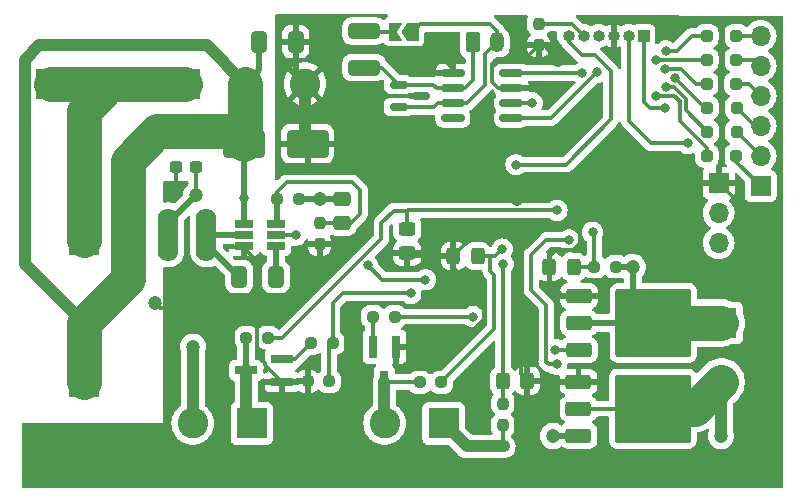
<source format=gbr>
%TF.GenerationSoftware,KiCad,Pcbnew,7.0.5*%
%TF.CreationDate,2023-08-16T19:13:53+03:00*%
%TF.ProjectId,lamps,6c616d70-732e-46b6-9963-61645f706362,rev?*%
%TF.SameCoordinates,Original*%
%TF.FileFunction,Copper,L2,Bot*%
%TF.FilePolarity,Positive*%
%FSLAX46Y46*%
G04 Gerber Fmt 4.6, Leading zero omitted, Abs format (unit mm)*
G04 Created by KiCad (PCBNEW 7.0.5) date 2023-08-16 19:13:53*
%MOMM*%
%LPD*%
G01*
G04 APERTURE LIST*
G04 Aperture macros list*
%AMRoundRect*
0 Rectangle with rounded corners*
0 $1 Rounding radius*
0 $2 $3 $4 $5 $6 $7 $8 $9 X,Y pos of 4 corners*
0 Add a 4 corners polygon primitive as box body*
4,1,4,$2,$3,$4,$5,$6,$7,$8,$9,$2,$3,0*
0 Add four circle primitives for the rounded corners*
1,1,$1+$1,$2,$3*
1,1,$1+$1,$4,$5*
1,1,$1+$1,$6,$7*
1,1,$1+$1,$8,$9*
0 Add four rect primitives between the rounded corners*
20,1,$1+$1,$2,$3,$4,$5,0*
20,1,$1+$1,$4,$5,$6,$7,0*
20,1,$1+$1,$6,$7,$8,$9,0*
20,1,$1+$1,$8,$9,$2,$3,0*%
%AMFreePoly0*
4,1,6,1.000000,0.000000,0.500000,-0.750000,-0.500000,-0.750000,-0.500000,0.750000,0.500000,0.750000,1.000000,0.000000,1.000000,0.000000,$1*%
%AMFreePoly1*
4,1,6,0.500000,-0.750000,-0.650000,-0.750000,-0.150000,0.000000,-0.650000,0.750000,0.500000,0.750000,0.500000,-0.750000,0.500000,-0.750000,$1*%
G04 Aperture macros list end*
%TA.AperFunction,ComponentPad*%
%ADD10R,2.600000X2.600000*%
%TD*%
%TA.AperFunction,ComponentPad*%
%ADD11C,2.600000*%
%TD*%
%TA.AperFunction,SMDPad,CuDef*%
%ADD12RoundRect,0.250000X0.325000X0.450000X-0.325000X0.450000X-0.325000X-0.450000X0.325000X-0.450000X0*%
%TD*%
%TA.AperFunction,SMDPad,CuDef*%
%ADD13RoundRect,0.250000X-0.850000X-0.350000X0.850000X-0.350000X0.850000X0.350000X-0.850000X0.350000X0*%
%TD*%
%TA.AperFunction,SMDPad,CuDef*%
%ADD14RoundRect,0.250000X-1.275000X-1.125000X1.275000X-1.125000X1.275000X1.125000X-1.275000X1.125000X0*%
%TD*%
%TA.AperFunction,SMDPad,CuDef*%
%ADD15RoundRect,0.249997X-2.950003X-2.650003X2.950003X-2.650003X2.950003X2.650003X-2.950003X2.650003X0*%
%TD*%
%TA.AperFunction,SMDPad,CuDef*%
%ADD16R,0.800000X1.900000*%
%TD*%
%TA.AperFunction,ComponentPad*%
%ADD17R,1.700000X1.700000*%
%TD*%
%TA.AperFunction,ComponentPad*%
%ADD18O,1.700000X1.700000*%
%TD*%
%TA.AperFunction,SMDPad,CuDef*%
%ADD19RoundRect,0.237500X0.250000X0.237500X-0.250000X0.237500X-0.250000X-0.237500X0.250000X-0.237500X0*%
%TD*%
%TA.AperFunction,SMDPad,CuDef*%
%ADD20RoundRect,0.237500X-0.250000X-0.237500X0.250000X-0.237500X0.250000X0.237500X-0.250000X0.237500X0*%
%TD*%
%TA.AperFunction,SMDPad,CuDef*%
%ADD21RoundRect,0.250000X-0.325000X-0.450000X0.325000X-0.450000X0.325000X0.450000X-0.325000X0.450000X0*%
%TD*%
%TA.AperFunction,SMDPad,CuDef*%
%ADD22RoundRect,0.237500X-0.237500X0.250000X-0.237500X-0.250000X0.237500X-0.250000X0.237500X0.250000X0*%
%TD*%
%TA.AperFunction,ComponentPad*%
%ADD23RoundRect,0.250000X-0.350000X-0.625000X0.350000X-0.625000X0.350000X0.625000X-0.350000X0.625000X0*%
%TD*%
%TA.AperFunction,ComponentPad*%
%ADD24O,1.200000X1.750000*%
%TD*%
%TA.AperFunction,ComponentPad*%
%ADD25R,1.000000X1.000000*%
%TD*%
%TA.AperFunction,ComponentPad*%
%ADD26O,1.000000X1.000000*%
%TD*%
%TA.AperFunction,SMDPad,CuDef*%
%ADD27RoundRect,0.250000X0.412500X0.650000X-0.412500X0.650000X-0.412500X-0.650000X0.412500X-0.650000X0*%
%TD*%
%TA.AperFunction,SMDPad,CuDef*%
%ADD28RoundRect,0.250000X0.250000X0.250000X-0.250000X0.250000X-0.250000X-0.250000X0.250000X-0.250000X0*%
%TD*%
%TA.AperFunction,SMDPad,CuDef*%
%ADD29RoundRect,0.250000X-0.450000X0.325000X-0.450000X-0.325000X0.450000X-0.325000X0.450000X0.325000X0*%
%TD*%
%TA.AperFunction,SMDPad,CuDef*%
%ADD30RoundRect,0.150000X-0.587500X-0.150000X0.587500X-0.150000X0.587500X0.150000X-0.587500X0.150000X0*%
%TD*%
%TA.AperFunction,SMDPad,CuDef*%
%ADD31RoundRect,0.250000X-0.412500X-0.650000X0.412500X-0.650000X0.412500X0.650000X-0.412500X0.650000X0*%
%TD*%
%TA.AperFunction,SMDPad,CuDef*%
%ADD32FreePoly0,180.000000*%
%TD*%
%TA.AperFunction,SMDPad,CuDef*%
%ADD33FreePoly1,180.000000*%
%TD*%
%TA.AperFunction,SMDPad,CuDef*%
%ADD34RoundRect,0.237500X0.300000X0.237500X-0.300000X0.237500X-0.300000X-0.237500X0.300000X-0.237500X0*%
%TD*%
%TA.AperFunction,SMDPad,CuDef*%
%ADD35RoundRect,0.250000X-0.475000X0.337500X-0.475000X-0.337500X0.475000X-0.337500X0.475000X0.337500X0*%
%TD*%
%TA.AperFunction,SMDPad,CuDef*%
%ADD36RoundRect,0.150000X0.825000X0.150000X-0.825000X0.150000X-0.825000X-0.150000X0.825000X-0.150000X0*%
%TD*%
%TA.AperFunction,SMDPad,CuDef*%
%ADD37RoundRect,0.250000X1.075000X-0.400000X1.075000X0.400000X-1.075000X0.400000X-1.075000X-0.400000X0*%
%TD*%
%TA.AperFunction,SMDPad,CuDef*%
%ADD38RoundRect,0.237500X0.237500X-0.250000X0.237500X0.250000X-0.237500X0.250000X-0.237500X-0.250000X0*%
%TD*%
%TA.AperFunction,SMDPad,CuDef*%
%ADD39R,1.560000X0.650000*%
%TD*%
%TA.AperFunction,SMDPad,CuDef*%
%ADD40RoundRect,0.250000X-1.500000X-0.900000X1.500000X-0.900000X1.500000X0.900000X-1.500000X0.900000X0*%
%TD*%
%TA.AperFunction,SMDPad,CuDef*%
%ADD41O,1.750000X4.500000*%
%TD*%
%TA.AperFunction,SMDPad,CuDef*%
%ADD42R,1.900000X0.800000*%
%TD*%
%TA.AperFunction,ViaPad*%
%ADD43C,1.200000*%
%TD*%
%TA.AperFunction,ViaPad*%
%ADD44C,0.800000*%
%TD*%
%TA.AperFunction,Conductor*%
%ADD45C,0.300000*%
%TD*%
%TA.AperFunction,Conductor*%
%ADD46C,1.000000*%
%TD*%
%TA.AperFunction,Conductor*%
%ADD47C,3.000000*%
%TD*%
%TA.AperFunction,Conductor*%
%ADD48C,0.500000*%
%TD*%
G04 APERTURE END LIST*
D10*
%TO.P,J11,1,Pin_1*%
%TO.N,/L4*%
X104750000Y-92500000D03*
D11*
%TO.P,J11,2,Pin_2*%
%TO.N,/L3*%
X99750000Y-92500000D03*
%TD*%
D10*
%TO.P,J10,1,Pin_1*%
%TO.N,/L5*%
X128250000Y-84000000D03*
D11*
%TO.P,J10,2,Pin_2*%
%TO.N,/L6*%
X128250000Y-89000000D03*
%TD*%
D10*
%TO.P,J9,1,Pin_1*%
%TO.N,/L2*%
X88500000Y-92500000D03*
D11*
%TO.P,J9,2,Pin_2*%
%TO.N,/L1*%
X83500000Y-92500000D03*
%TD*%
D10*
%TO.P,J8,1,Pin_1*%
%TO.N,+12V*%
X74250000Y-89000000D03*
D11*
%TO.P,J8,2,Pin_2*%
X74250000Y-84000000D03*
%TD*%
D10*
%TO.P,J7,1,Pin_1*%
%TO.N,/HOT@Always*%
X74250000Y-77000000D03*
D11*
%TO.P,J7,2,Pin_2*%
X74250000Y-72000000D03*
%TD*%
D10*
%TO.P,J6,1,Pin_1*%
%TO.N,/HOT@Always*%
X71500000Y-63805000D03*
D11*
%TO.P,J6,2,Pin_2*%
X76500000Y-63805000D03*
%TD*%
D12*
%TO.P,D10,1,K*%
%TO.N,/adc5*%
X115750000Y-79250000D03*
%TO.P,D10,2,A*%
%TO.N,GND*%
X113700000Y-79250000D03*
%TD*%
D13*
%TO.P,Q2,1,G*%
%TO.N,/L_pwrX/g*%
X116200000Y-86280000D03*
%TO.P,Q2,2,D*%
%TO.N,/L5*%
X116200000Y-84000000D03*
D14*
X120825000Y-85525000D03*
X120825000Y-82475000D03*
D15*
X122500000Y-84000000D03*
D14*
X124175000Y-85525000D03*
X124175000Y-82475000D03*
D13*
%TO.P,Q2,3,S*%
%TO.N,GND*%
X116200000Y-81720000D03*
%TD*%
D16*
%TO.P,Q4,1,G*%
%TO.N,Net-(Q4-G)*%
X98770400Y-86001600D03*
%TO.P,Q4,2,S*%
%TO.N,GND*%
X100670400Y-86001600D03*
%TO.P,Q4,3,D*%
%TO.N,/L3*%
X99720400Y-89001600D03*
%TD*%
D17*
%TO.P,J5,1,Pin_1*%
%TO.N,Net-(D7-K)*%
X131572000Y-72390000D03*
D18*
%TO.P,J5,2,Pin_2*%
%TO.N,Net-(D5-K)*%
X131572000Y-69850000D03*
%TO.P,J5,3,Pin_3*%
%TO.N,Net-(D3-K)*%
X131572000Y-67310000D03*
%TO.P,J5,4,Pin_4*%
%TO.N,Net-(D4-K)*%
X131572000Y-64770000D03*
%TO.P,J5,5,Pin_5*%
%TO.N,Net-(D6-K)*%
X131572000Y-62230000D03*
%TO.P,J5,6,Pin_6*%
%TO.N,Net-(D8-K)*%
X131572000Y-59690000D03*
%TD*%
D12*
%TO.P,D11,2,A*%
%TO.N,GND*%
X105569800Y-78333600D03*
%TO.P,D11,1,K*%
%TO.N,/adc2*%
X107619800Y-78333600D03*
%TD*%
D17*
%TO.P,J2,1,Pin_1*%
%TO.N,GND*%
X128016000Y-72136000D03*
D18*
%TO.P,J2,2,Pin_2*%
%TO.N,/Rx*%
X128016000Y-74676000D03*
%TO.P,J2,3,Pin_3*%
%TO.N,/Tx*%
X128016000Y-77216000D03*
%TD*%
D19*
%TO.P,R16,2*%
%TO.N,/L3*%
X102717600Y-89027000D03*
%TO.P,R16,1*%
%TO.N,/adc2*%
X104542600Y-89027000D03*
%TD*%
D20*
%TO.P,R13,2*%
%TO.N,/L5*%
X119325000Y-79250000D03*
%TO.P,R13,1*%
%TO.N,/adc5*%
X117500000Y-79250000D03*
%TD*%
D21*
%TO.P,D13,1,K*%
%TO.N,/adc3*%
X109760800Y-88900000D03*
%TO.P,D13,2,A*%
%TO.N,GND*%
X111810800Y-88900000D03*
%TD*%
D22*
%TO.P,R22,1*%
%TO.N,/adc3*%
X109753400Y-90830400D03*
%TO.P,R22,2*%
%TO.N,/L4*%
X109753400Y-92655400D03*
%TD*%
D10*
%TO.P,J1,1,Pin_1*%
%TO.N,/HOT@Always*%
X82840000Y-63750000D03*
D11*
%TO.P,J1,2,Pin_2*%
%TO.N,+12V*%
X87920000Y-63750000D03*
%TO.P,J1,3,Pin_3*%
%TO.N,GND*%
X93000000Y-63750000D03*
%TD*%
D19*
%TO.P,R14,2*%
%TO.N,Net-(Q4-G)*%
X98757100Y-83464400D03*
%TO.P,R14,1*%
%TO.N,/T3_Ch3*%
X100582100Y-83464400D03*
%TD*%
D23*
%TO.P,J4,1,Pin_1*%
%TO.N,/CANH*%
X107250000Y-60250000D03*
D24*
%TO.P,J4,2,Pin_2*%
%TO.N,/CANL*%
X109250000Y-60250000D03*
%TD*%
D25*
%TO.P,J3,1,Pin_1*%
%TO.N,/SWCLK*%
X121666000Y-59690000D03*
D26*
%TO.P,J3,2,Pin_2*%
%TO.N,/SWDIO*%
X120396000Y-59690000D03*
%TO.P,J3,3,Pin_3*%
%TO.N,GND*%
X119126000Y-59690000D03*
%TO.P,J3,4,Pin_4*%
%TO.N,Net-(J3-Pin_4)*%
X117856000Y-59690000D03*
%TO.P,J3,5,Pin_5*%
%TO.N,/BOOT0*%
X116586000Y-59690000D03*
%TO.P,J3,6,Pin_6*%
%TO.N,/NRST*%
X115316000Y-59690000D03*
%TD*%
D27*
%TO.P,C2,1*%
%TO.N,GND*%
X92202000Y-60198000D03*
%TO.P,C2,2*%
%TO.N,+12V*%
X89077000Y-60198000D03*
%TD*%
D28*
%TO.P,D4,1,K*%
%TO.N,Net-(D4-K)*%
X129500000Y-63754000D03*
%TO.P,D4,2,A*%
%TO.N,/SW4*%
X127000000Y-63754000D03*
%TD*%
D29*
%TO.P,D12,1,K*%
%TO.N,/adc1*%
X101650800Y-76047600D03*
%TO.P,D12,2,A*%
%TO.N,GND*%
X101650800Y-78097600D03*
%TD*%
D28*
%TO.P,D6,1,K*%
%TO.N,Net-(D6-K)*%
X129520000Y-61722000D03*
%TO.P,D6,2,A*%
%TO.N,/SW5*%
X127020000Y-61722000D03*
%TD*%
D30*
%TO.P,D2,1,K*%
%TO.N,/CANL*%
X100918800Y-65720000D03*
%TO.P,D2,2,K*%
%TO.N,/CANH*%
X100918800Y-63820000D03*
%TO.P,D2,3,O*%
%TO.N,GND*%
X102793800Y-64770000D03*
%TD*%
D13*
%TO.P,Q7,1,G*%
%TO.N,/L_pwrX1/g*%
X116154800Y-93543200D03*
%TO.P,Q7,2,D*%
%TO.N,/L6*%
X116154800Y-91263200D03*
D14*
X120779800Y-89738200D03*
X120779800Y-92788200D03*
D15*
X122454800Y-91263200D03*
D14*
X124129800Y-89738200D03*
X124129800Y-92788200D03*
D13*
%TO.P,Q7,3,S*%
%TO.N,GND*%
X116154800Y-88983200D03*
%TD*%
D31*
%TO.P,C3,1*%
%TO.N,Net-(U2-SW)*%
X87426000Y-80094000D03*
%TO.P,C3,2*%
%TO.N,Net-(U2-BS)*%
X90551000Y-80094000D03*
%TD*%
D32*
%TO.P,JP1,1,A*%
%TO.N,/CANL*%
X102108000Y-59334400D03*
D33*
%TO.P,JP1,2,B*%
%TO.N,Net-(JP1-B)*%
X100658000Y-59334400D03*
%TD*%
D34*
%TO.P,C1,1*%
%TO.N,+5V*%
X83792400Y-70789800D03*
%TO.P,C1,2*%
%TO.N,GND*%
X82067400Y-70789800D03*
%TD*%
D28*
%TO.P,D8,1,K*%
%TO.N,Net-(D8-K)*%
X129520000Y-59690000D03*
%TO.P,D8,2,A*%
%TO.N,/SW6*%
X127020000Y-59690000D03*
%TD*%
D22*
%TO.P,R3,1*%
%TO.N,Net-(U2-FB)*%
X94234000Y-75522000D03*
%TO.P,R3,2*%
%TO.N,GND*%
X94234000Y-77347000D03*
%TD*%
D35*
%TO.P,C6,1*%
%TO.N,+5V*%
X96139000Y-73490000D03*
%TO.P,C6,2*%
%TO.N,Net-(U2-FB)*%
X96139000Y-75565000D03*
%TD*%
D36*
%TO.P,U4,1,TXD*%
%TO.N,/CAN_Tx*%
X110475000Y-62845000D03*
%TO.P,U4,2,VSS*%
%TO.N,GND*%
X110475000Y-64115000D03*
%TO.P,U4,3,VDD*%
%TO.N,+5V*%
X110475000Y-65385000D03*
%TO.P,U4,4,RXD*%
%TO.N,/CAN_Rx*%
X110475000Y-66655000D03*
%TO.P,U4,5,Vref*%
%TO.N,unconnected-(U4-Vref-Pad5)*%
X105525000Y-66655000D03*
%TO.P,U4,6,CANL*%
%TO.N,/CANL*%
X105525000Y-65385000D03*
%TO.P,U4,7,CANH*%
%TO.N,/CANH*%
X105525000Y-64115000D03*
%TO.P,U4,8,Rs*%
%TO.N,GND*%
X105525000Y-62845000D03*
%TD*%
D37*
%TO.P,R7,1*%
%TO.N,/CANH*%
X97993200Y-62383600D03*
%TO.P,R7,2*%
%TO.N,Net-(JP1-B)*%
X97993200Y-59283600D03*
%TD*%
D38*
%TO.P,R6,1*%
%TO.N,GND*%
X112776000Y-60499000D03*
%TO.P,R6,2*%
%TO.N,/BOOT0*%
X112776000Y-58674000D03*
%TD*%
D28*
%TO.P,D7,1,K*%
%TO.N,Net-(D7-K)*%
X129520000Y-69850000D03*
%TO.P,D7,2,A*%
%TO.N,/SW1*%
X127020000Y-69850000D03*
%TD*%
%TO.P,D3,1,K*%
%TO.N,Net-(D3-K)*%
X129540000Y-65786000D03*
%TO.P,D3,2,A*%
%TO.N,/SW3*%
X127040000Y-65786000D03*
%TD*%
D19*
%TO.P,R4,1*%
%TO.N,+5V*%
X92456000Y-73490000D03*
%TO.P,R4,2*%
%TO.N,Net-(U2-FB)*%
X90631000Y-73490000D03*
%TD*%
D39*
%TO.P,U2,1,GND*%
%TO.N,GND*%
X87851000Y-77488000D03*
%TO.P,U2,2,SW*%
%TO.N,Net-(U2-SW)*%
X87851000Y-76538000D03*
%TO.P,U2,3,VIN*%
%TO.N,+12V*%
X87851000Y-75588000D03*
%TO.P,U2,4,FB*%
%TO.N,Net-(U2-FB)*%
X90551000Y-75588000D03*
%TO.P,U2,5,EN*%
%TO.N,/VEN*%
X90551000Y-76538000D03*
%TO.P,U2,6,BS*%
%TO.N,Net-(U2-BS)*%
X90551000Y-77488000D03*
%TD*%
D19*
%TO.P,R17,1*%
%TO.N,/T3_Ch2*%
X95347800Y-85699600D03*
%TO.P,R17,2*%
%TO.N,Net-(Q5-G)*%
X93522800Y-85699600D03*
%TD*%
D28*
%TO.P,D5,1,K*%
%TO.N,Net-(D5-K)*%
X129540000Y-67818000D03*
%TO.P,D5,2,A*%
%TO.N,/SW2*%
X127040000Y-67818000D03*
%TD*%
D40*
%TO.P,D1,1,K*%
%TO.N,+12V*%
X87818000Y-68834000D03*
%TO.P,D1,2,A*%
%TO.N,GND*%
X93218000Y-68834000D03*
%TD*%
D41*
%TO.P,L1,1,1*%
%TO.N,Net-(U2-SW)*%
X84657000Y-76538000D03*
%TO.P,L1,2,2*%
%TO.N,+5V*%
X81407000Y-76538000D03*
%TD*%
D42*
%TO.P,Q5,1,G*%
%TO.N,Net-(Q5-G)*%
X91033600Y-87071200D03*
%TO.P,Q5,2,S*%
%TO.N,GND*%
X91033600Y-88971200D03*
%TO.P,Q5,3,D*%
%TO.N,/L2*%
X88033600Y-88021200D03*
%TD*%
D20*
%TO.P,R18,1*%
%TO.N,GND*%
X93221800Y-88950800D03*
%TO.P,R18,2*%
%TO.N,/T3_Ch2*%
X95046800Y-88950800D03*
%TD*%
D19*
%TO.P,R19,1*%
%TO.N,/adc1*%
X89861400Y-85242400D03*
%TO.P,R19,2*%
%TO.N,/L2*%
X88036400Y-85242400D03*
%TD*%
D43*
%TO.N,GND*%
X130987800Y-79502000D03*
X111455200Y-96723200D03*
X110947200Y-73523300D03*
X105283000Y-84836000D03*
X80314800Y-82321400D03*
D44*
%TO.N,/adc2*%
X109702600Y-77749400D03*
%TO.N,/T3_Ch3*%
X107213400Y-83464400D03*
%TO.N,/adc3*%
X109778800Y-79019400D03*
%TO.N,/L4*%
X109829600Y-94462600D03*
%TO.N,/T3_Ch2*%
X101955600Y-81508600D03*
%TO.N,/T3_Ch1*%
X103200200Y-80340200D03*
X98310700Y-79108300D03*
%TO.N,/adc1*%
X114325400Y-74472800D03*
D43*
%TO.N,/L1*%
X83500000Y-86000000D03*
D44*
%TO.N,/adc4*%
X114300000Y-87503000D03*
X115341400Y-76962000D03*
%TO.N,/adc5*%
X117348000Y-76327000D03*
D43*
%TO.N,/L6*%
X128244600Y-93573600D03*
%TO.N,/L_pwrX1/g*%
X113995200Y-93573600D03*
D44*
%TO.N,/L_pwrX/g*%
X114173000Y-86258400D03*
D43*
%TO.N,/L5*%
X120750000Y-79250000D03*
%TO.N,+5V*%
X83794600Y-73152000D03*
D44*
X112242600Y-65379600D03*
D43*
X94310200Y-73490000D03*
%TO.N,GND*%
X98882200Y-65506600D03*
X114452400Y-61747400D03*
X100431600Y-68275200D03*
X103733600Y-60731400D03*
X81843400Y-73156600D03*
X123698000Y-59131200D03*
X98602800Y-71729600D03*
X99822000Y-78638400D03*
D44*
%TO.N,+12V*%
X87851000Y-73406000D03*
%TO.N,/SW3*%
X124307600Y-63246000D03*
%TO.N,/SW4*%
X123520200Y-62484000D03*
%TO.N,/SW2*%
X123545600Y-64008000D03*
%TO.N,/SW5*%
X122682000Y-61722000D03*
%TO.N,/SW1*%
X122701012Y-64760172D03*
%TO.N,/SW6*%
X123545600Y-60960000D03*
%TO.N,/SWCLK*%
X123444000Y-65786000D03*
%TO.N,/SWDIO*%
X125399800Y-68808600D03*
%TO.N,/NRST*%
X110871000Y-70603500D03*
%TO.N,/VEN*%
X92202000Y-76581000D03*
%TO.N,/CAN_Rx*%
X117710823Y-62789177D03*
%TO.N,/CAN_Tx*%
X116484400Y-62839600D03*
%TD*%
D45*
%TO.N,/T3_Ch1*%
X98310700Y-79108300D02*
X99542600Y-80340200D01*
X99542600Y-80340200D02*
X103200200Y-80340200D01*
%TO.N,GND*%
X132638800Y-79502000D02*
X130987800Y-79502000D01*
X132638800Y-94691200D02*
X132638800Y-79502000D01*
X132638800Y-79502000D02*
X132638800Y-76758800D01*
X130606800Y-96723200D02*
X132638800Y-94691200D01*
X111455200Y-96723200D02*
X130606800Y-96723200D01*
X132638800Y-76758800D02*
X128016000Y-72136000D01*
X115697000Y-75793600D02*
X111277400Y-75793600D01*
X111277400Y-88366600D02*
X111277400Y-75793600D01*
X111277400Y-75793600D02*
X108109800Y-75793600D01*
X111810800Y-88900000D02*
X111277400Y-88366600D01*
X111810800Y-88900000D02*
X116071600Y-88900000D01*
X116071600Y-88900000D02*
X116154800Y-88983200D01*
X111810800Y-96367600D02*
X111455200Y-96723200D01*
X111810800Y-88900000D02*
X111810800Y-96367600D01*
X110947200Y-73523300D02*
X100396500Y-73523300D01*
X100396500Y-73523300D02*
X98602800Y-71729600D01*
X116306600Y-76403200D02*
X115697000Y-75793600D01*
X115697000Y-77851000D02*
X116306600Y-77241400D01*
X113700000Y-78400200D02*
X114249200Y-77851000D01*
X113700000Y-79250000D02*
X113700000Y-78400200D01*
X114249200Y-77851000D02*
X115697000Y-77851000D01*
X116306600Y-77241400D02*
X116306600Y-76403200D01*
X108109800Y-75793600D02*
X105569800Y-78333600D01*
X105569800Y-78333600D02*
X101886800Y-78333600D01*
X101886800Y-78333600D02*
X101650800Y-78097600D01*
X108178600Y-83693000D02*
X108178600Y-81915000D01*
X105283000Y-84836000D02*
X107035600Y-84836000D01*
X107035600Y-84836000D02*
X108178600Y-83693000D01*
X108178600Y-81915000D02*
X105569800Y-79306200D01*
X105569800Y-79306200D02*
X105569800Y-78333600D01*
%TO.N,/adc2*%
X104542600Y-89027000D02*
X109028800Y-84540800D01*
X109028800Y-79971200D02*
X108686600Y-79629000D01*
X109028800Y-84540800D02*
X109028800Y-79971200D01*
X108686600Y-79629000D02*
X108686600Y-78333600D01*
%TO.N,GND*%
X104117400Y-86001600D02*
X105283000Y-84836000D01*
X100670400Y-86001600D02*
X104117400Y-86001600D01*
X80721200Y-82727800D02*
X80314800Y-82321400D01*
X88950800Y-82727800D02*
X80721200Y-82727800D01*
D46*
%TO.N,/L3*%
X99720400Y-89001600D02*
X99720400Y-92470400D01*
X99720400Y-92470400D02*
X99750000Y-92500000D01*
D45*
%TO.N,/adc2*%
X107619800Y-78333600D02*
X108686600Y-78333600D01*
X108686600Y-78333600D02*
X109118400Y-78333600D01*
%TO.N,/L3*%
X99720400Y-89001600D02*
X102692200Y-89001600D01*
X102692200Y-89001600D02*
X102717600Y-89027000D01*
%TO.N,/adc2*%
X109118400Y-78333600D02*
X109702600Y-77749400D01*
%TO.N,/T3_Ch3*%
X100582100Y-83464400D02*
X107213400Y-83464400D01*
%TO.N,Net-(Q4-G)*%
X98770400Y-86001600D02*
X98770400Y-83477700D01*
X98770400Y-83477700D02*
X98757100Y-83464400D01*
%TO.N,/adc3*%
X109778800Y-79019400D02*
X109778800Y-88882000D01*
X109778800Y-88882000D02*
X109760800Y-88900000D01*
X109753400Y-90830400D02*
X109753400Y-88907400D01*
X109753400Y-88907400D02*
X109760800Y-88900000D01*
%TO.N,/L4*%
X109753400Y-92655400D02*
X109753400Y-94386400D01*
X109753400Y-94386400D02*
X109829600Y-94462600D01*
D46*
X106712600Y-94462600D02*
X104750000Y-92500000D01*
X109829600Y-94462600D02*
X106712600Y-94462600D01*
D45*
%TO.N,/adc1*%
X114325400Y-74472800D02*
X101694024Y-74472800D01*
X101694024Y-74472800D02*
X101681324Y-74485500D01*
D46*
%TO.N,/L1*%
X83500000Y-92500000D02*
X83500000Y-86000000D01*
%TO.N,/L2*%
X88033600Y-88021200D02*
X88033600Y-92033600D01*
X88033600Y-92033600D02*
X88500000Y-92500000D01*
D45*
%TO.N,/adc4*%
X112166400Y-81229200D02*
X112166400Y-78232000D01*
X113423000Y-87286400D02*
X113423000Y-82485800D01*
X114300000Y-87503000D02*
X113639600Y-87503000D01*
X113639600Y-87503000D02*
X113423000Y-87286400D01*
X113423000Y-82485800D02*
X112166400Y-81229200D01*
X112166400Y-78232000D02*
X113436400Y-76962000D01*
X113436400Y-76962000D02*
X115341400Y-76962000D01*
%TO.N,/adc5*%
X117500000Y-76479000D02*
X117348000Y-76327000D01*
X117500000Y-79250000D02*
X117500000Y-76479000D01*
%TO.N,/L6*%
X116154800Y-91263200D02*
X122454800Y-91263200D01*
D46*
X128244600Y-93573600D02*
X128244600Y-89005400D01*
X128244600Y-89005400D02*
X128250000Y-89000000D01*
D47*
X122454800Y-91263200D02*
X125986800Y-91263200D01*
X125986800Y-91263200D02*
X128250000Y-89000000D01*
%TO.N,/L5*%
X128250000Y-84000000D02*
X122500000Y-84000000D01*
D48*
%TO.N,/L_pwrX1/g*%
X114025600Y-93543200D02*
X113995200Y-93573600D01*
X116154800Y-93543200D02*
X114025600Y-93543200D01*
D45*
%TO.N,/L_pwrX/g*%
X114173000Y-86258400D02*
X116178400Y-86258400D01*
X116178400Y-86258400D02*
X116200000Y-86280000D01*
D46*
%TO.N,+12V*%
X69300000Y-61700000D02*
X69300000Y-78000000D01*
X74250000Y-84000000D02*
X69300000Y-79050000D01*
X69300000Y-79050000D02*
X69300000Y-78000000D01*
D47*
X87818000Y-68834000D02*
X86734000Y-67750000D01*
X86734000Y-67750000D02*
X80500000Y-67750000D01*
X80500000Y-67750000D02*
X78000000Y-70250000D01*
X78000000Y-70250000D02*
X78000000Y-80250000D01*
X78000000Y-80250000D02*
X74250000Y-84000000D01*
X74250000Y-89000000D02*
X74250000Y-84000000D01*
X87920000Y-63750000D02*
X87920000Y-68732000D01*
X87920000Y-68732000D02*
X87818000Y-68834000D01*
D46*
X84670000Y-60500000D02*
X70500000Y-60500000D01*
X87920000Y-63750000D02*
X84670000Y-60500000D01*
X70500000Y-60500000D02*
X69300000Y-61700000D01*
D45*
%TO.N,GND*%
X82067400Y-70789800D02*
X82067400Y-72932600D01*
X82067400Y-72932600D02*
X81843400Y-73156600D01*
D47*
%TO.N,/HOT@Always*%
X74250000Y-77000000D02*
X74250000Y-72000000D01*
X74250000Y-72000000D02*
X74250000Y-66055000D01*
X74250000Y-66055000D02*
X76500000Y-63805000D01*
X76500000Y-63805000D02*
X71500000Y-63805000D01*
X82840000Y-63750000D02*
X76555000Y-63750000D01*
X76555000Y-63750000D02*
X76500000Y-63805000D01*
D45*
%TO.N,/T3_Ch2*%
X96189800Y-81508600D02*
X95347800Y-82350600D01*
X101955600Y-81508600D02*
X96189800Y-81508600D01*
%TO.N,GND*%
X113700000Y-79250000D02*
X113700000Y-80603800D01*
X113700000Y-80603800D02*
X114816200Y-81720000D01*
X114816200Y-81720000D02*
X116200000Y-81720000D01*
%TO.N,/adc5*%
X117500000Y-79250000D02*
X115750000Y-79250000D01*
D48*
%TO.N,/L5*%
X120750000Y-79250000D02*
X119325000Y-79250000D01*
X120750000Y-79250000D02*
X120750000Y-82400000D01*
X120750000Y-82400000D02*
X120825000Y-82475000D01*
X116200000Y-84000000D02*
X122500000Y-84000000D01*
D45*
%TO.N,+5V*%
X83794600Y-70792000D02*
X83792400Y-70789800D01*
D48*
X81407000Y-75539600D02*
X83794600Y-73152000D01*
X94310200Y-73490000D02*
X96139000Y-73490000D01*
D45*
X112237200Y-65385000D02*
X112242600Y-65379600D01*
X94056200Y-73490000D02*
X94310200Y-73490000D01*
X110475000Y-65385000D02*
X112237200Y-65385000D01*
D48*
X81407000Y-76538000D02*
X81407000Y-75539600D01*
D45*
X83794600Y-73152000D02*
X83794600Y-70792000D01*
D48*
X92456000Y-73490000D02*
X94056200Y-73490000D01*
D45*
%TO.N,GND*%
X94234000Y-80035400D02*
X91541600Y-82727800D01*
X101650800Y-78097600D02*
X100362800Y-78097600D01*
X102793800Y-64770000D02*
X99618800Y-64770000D01*
X93201400Y-88971200D02*
X93221800Y-88950800D01*
X105525000Y-62522800D02*
X103733600Y-60731400D01*
D48*
X92202000Y-62952000D02*
X93000000Y-63750000D01*
D45*
X98602800Y-68757800D02*
X98602800Y-68300600D01*
X98602800Y-71729600D02*
X98602800Y-68757800D01*
X99618800Y-64770000D02*
X98882200Y-65506600D01*
X112776000Y-60499000D02*
X113204000Y-60499000D01*
X98526600Y-68834000D02*
X98602800Y-68757800D01*
X109245400Y-61671200D02*
X111603800Y-61671200D01*
X100362800Y-78097600D02*
X99822000Y-78638400D01*
X91033600Y-88971200D02*
X93201400Y-88971200D01*
X98602800Y-65786000D02*
X98882200Y-65506600D01*
D46*
X93000000Y-68616000D02*
X93218000Y-68834000D01*
D45*
X110475000Y-64115000D02*
X109377800Y-64115000D01*
X88950800Y-86766400D02*
X89585800Y-87401400D01*
X94234000Y-77347000D02*
X97760600Y-77347000D01*
X89585800Y-87401400D02*
X89585800Y-87523400D01*
X108839000Y-63576200D02*
X108839000Y-62077600D01*
X100431600Y-68275200D02*
X98628200Y-68275200D01*
X88950800Y-82727800D02*
X88950800Y-86766400D01*
X87851000Y-77640200D02*
X88950800Y-78740000D01*
D48*
X92202000Y-60198000D02*
X92202000Y-62952000D01*
D45*
X91541600Y-82727800D02*
X88950800Y-82727800D01*
X113204000Y-60499000D02*
X114452400Y-61747400D01*
X122966800Y-58400000D02*
X123698000Y-59131200D01*
X109377800Y-64115000D02*
X108839000Y-63576200D01*
X88950800Y-78740000D02*
X88950800Y-82727800D01*
X122732800Y-58400000D02*
X122966800Y-58400000D01*
X93218000Y-68834000D02*
X98526600Y-68834000D01*
X98628200Y-68275200D02*
X98602800Y-68300600D01*
X87851000Y-77488000D02*
X87851000Y-77640200D01*
X89585800Y-87523400D02*
X91033600Y-88971200D01*
X119552400Y-58400000D02*
X122732800Y-58400000D01*
X98602800Y-76504800D02*
X98602800Y-71729600D01*
X108839000Y-62077600D02*
X109245400Y-61671200D01*
D46*
X93000000Y-63750000D02*
X93000000Y-68616000D01*
D45*
X105525000Y-62845000D02*
X105525000Y-62522800D01*
X98602800Y-68300600D02*
X98602800Y-65786000D01*
X97760600Y-77347000D02*
X98602800Y-76504800D01*
X119126000Y-58826400D02*
X119552400Y-58400000D01*
X119126000Y-59690000D02*
X119126000Y-58826400D01*
X111603800Y-61671200D02*
X112776000Y-60499000D01*
X94234000Y-77347000D02*
X94234000Y-80035400D01*
D48*
%TO.N,+12V*%
X89077000Y-60198000D02*
X89077000Y-62593000D01*
X89077000Y-62593000D02*
X87920000Y-63750000D01*
X87851000Y-75588000D02*
X87851000Y-68867000D01*
X87851000Y-68867000D02*
X87818000Y-68834000D01*
%TO.N,Net-(U2-SW)*%
X87851000Y-76538000D02*
X84657000Y-76538000D01*
X84657000Y-77325000D02*
X87426000Y-80094000D01*
X84657000Y-76538000D02*
X84657000Y-77325000D01*
%TO.N,Net-(U2-BS)*%
X90551000Y-80094000D02*
X90551000Y-77488000D01*
D45*
%TO.N,Net-(U2-FB)*%
X96139000Y-75565000D02*
X94277000Y-75565000D01*
X90631000Y-75508000D02*
X90551000Y-75588000D01*
X96875600Y-75565000D02*
X96139000Y-75565000D01*
X97663000Y-72771000D02*
X97663000Y-74777600D01*
X96977200Y-72085200D02*
X97663000Y-72771000D01*
X94277000Y-75565000D02*
X94234000Y-75522000D01*
X90631000Y-72894200D02*
X91440000Y-72085200D01*
X91440000Y-72085200D02*
X96977200Y-72085200D01*
X97663000Y-74777600D02*
X96875600Y-75565000D01*
X90631000Y-73490000D02*
X90631000Y-72894200D01*
D48*
X90631000Y-73490000D02*
X90631000Y-75508000D01*
D45*
%TO.N,/CANL*%
X106750800Y-65385000D02*
X108254800Y-63881000D01*
X104261600Y-65385000D02*
X103911400Y-65735200D01*
X105525000Y-65385000D02*
X104261600Y-65385000D01*
X109250000Y-59262800D02*
X108686600Y-58699400D01*
X108254800Y-63881000D02*
X108254800Y-61245200D01*
X102108000Y-59334400D02*
X102743000Y-58699400D01*
X109250000Y-60250000D02*
X109250000Y-59262800D01*
X105525000Y-65385000D02*
X106750800Y-65385000D01*
X100934000Y-65735200D02*
X100918800Y-65720000D01*
X102743000Y-58699400D02*
X108686600Y-58699400D01*
X108254800Y-61245200D02*
X109250000Y-60250000D01*
X103911400Y-65735200D02*
X100934000Y-65735200D01*
%TO.N,/CANH*%
X100918800Y-63820000D02*
X99482400Y-62383600D01*
X100918800Y-63820000D02*
X103875800Y-63820000D01*
X104170800Y-64115000D02*
X105525000Y-64115000D01*
X106547600Y-64115000D02*
X107250000Y-63412600D01*
X105525000Y-64115000D02*
X106547600Y-64115000D01*
X103875800Y-63820000D02*
X104170800Y-64115000D01*
X99482400Y-62383600D02*
X97993200Y-62383600D01*
X107250000Y-63412600D02*
X107250000Y-60250000D01*
%TO.N,Net-(D3-K)*%
X131572000Y-67310000D02*
X131064000Y-67310000D01*
X131064000Y-67310000D02*
X129540000Y-65786000D01*
%TO.N,/SW3*%
X126847600Y-65786000D02*
X127040000Y-65786000D01*
X124307600Y-63246000D02*
X126847600Y-65786000D01*
%TO.N,Net-(D4-K)*%
X130556000Y-63754000D02*
X131572000Y-64770000D01*
X129500000Y-63754000D02*
X130556000Y-63754000D01*
%TO.N,/SW4*%
X123520200Y-62484000D02*
X124841000Y-62484000D01*
X127000000Y-63754000D02*
X126111000Y-63754000D01*
X126111000Y-63754000D02*
X124841000Y-62484000D01*
%TO.N,Net-(D5-K)*%
X131572000Y-69850000D02*
X129540000Y-67818000D01*
%TO.N,/SW2*%
X125222000Y-66000000D02*
X125222000Y-65024000D01*
X124206000Y-64008000D02*
X123545600Y-64008000D01*
X127040000Y-67818000D02*
X125222000Y-66000000D01*
X125222000Y-65024000D02*
X124206000Y-64008000D01*
%TO.N,Net-(D6-K)*%
X131064000Y-61722000D02*
X131572000Y-62230000D01*
X129520000Y-61722000D02*
X131064000Y-61722000D01*
%TO.N,/SW5*%
X127020000Y-61722000D02*
X122682000Y-61722000D01*
%TO.N,Net-(D7-K)*%
X129520000Y-69850000D02*
X129520000Y-70338000D01*
X129520000Y-70338000D02*
X131572000Y-72390000D01*
%TO.N,/SW1*%
X124714000Y-66598800D02*
X124714000Y-65252600D01*
X127020000Y-69209600D02*
X124714000Y-66903600D01*
X124714000Y-65252600D02*
X124221572Y-64760172D01*
X124714000Y-66903600D02*
X124714000Y-66598800D01*
X127020000Y-69850000D02*
X127020000Y-69209600D01*
X124221572Y-64760172D02*
X122701012Y-64760172D01*
%TO.N,Net-(D8-K)*%
X129520000Y-59690000D02*
X131572000Y-59690000D01*
%TO.N,/SW6*%
X123545600Y-60960000D02*
X124460000Y-60960000D01*
X125730000Y-59690000D02*
X124460000Y-60960000D01*
X127020000Y-59690000D02*
X125730000Y-59690000D01*
%TO.N,/adc1*%
X101650800Y-76047600D02*
X101650800Y-74523600D01*
X99466400Y-75539600D02*
X99466400Y-76860400D01*
X100520500Y-74485500D02*
X99466400Y-75539600D01*
X101685112Y-74489288D02*
X101650800Y-74523600D01*
X101685112Y-74489288D02*
X101681324Y-74485500D01*
X99466400Y-76860400D02*
X91084400Y-85242400D01*
X91084400Y-85242400D02*
X89861400Y-85242400D01*
X101681324Y-74485500D02*
X100520500Y-74485500D01*
%TO.N,/SWCLK*%
X121666000Y-59690000D02*
X121666000Y-65278000D01*
X121666000Y-65278000D02*
X122174000Y-65786000D01*
X123444000Y-65786000D02*
X122174000Y-65786000D01*
%TO.N,/SWDIO*%
X120396000Y-59690000D02*
X120396000Y-66878200D01*
X120396000Y-66878200D02*
X122326400Y-68808600D01*
X125399800Y-68808600D02*
X122326400Y-68808600D01*
%TO.N,/BOOT0*%
X112776000Y-58674000D02*
X115570000Y-58674000D01*
X115570000Y-58674000D02*
X116586000Y-59690000D01*
%TO.N,/NRST*%
X118922800Y-62687200D02*
X117576600Y-61341000D01*
X115316000Y-59690000D02*
X115316000Y-60198000D01*
X116459000Y-61341000D02*
X117576600Y-61341000D01*
X110871000Y-70603500D02*
X115095900Y-70603500D01*
X115095900Y-70603500D02*
X118922800Y-66776600D01*
X115316000Y-60198000D02*
X116459000Y-61341000D01*
X118922800Y-66776600D02*
X118922800Y-62687200D01*
D48*
%TO.N,/L2*%
X88033600Y-88021200D02*
X88033600Y-85245200D01*
D45*
%TO.N,Net-(JP1-B)*%
X98044000Y-59334400D02*
X97993200Y-59283600D01*
X100658000Y-59334400D02*
X98044000Y-59334400D01*
%TO.N,Net-(Q5-G)*%
X91033600Y-87071200D02*
X92151200Y-87071200D01*
X92151200Y-87071200D02*
X93522800Y-85699600D01*
%TO.N,/VEN*%
X92202000Y-76581000D02*
X90594000Y-76581000D01*
X90594000Y-76581000D02*
X90551000Y-76538000D01*
%TO.N,/T3_Ch2*%
X95046800Y-88950800D02*
X95046800Y-86000600D01*
X95347800Y-82350600D02*
X95347800Y-85699600D01*
X95046800Y-86000600D02*
X95347800Y-85699600D01*
%TO.N,/CAN_Rx*%
X113845000Y-66655000D02*
X117710823Y-62789177D01*
X110475000Y-66655000D02*
X113845000Y-66655000D01*
%TO.N,/CAN_Tx*%
X116484400Y-62839600D02*
X110480400Y-62839600D01*
X110480400Y-62839600D02*
X110475000Y-62845000D01*
%TD*%
%TA.AperFunction,Conductor*%
%TO.N,GND*%
G36*
X89689302Y-87784379D02*
G01*
X89707361Y-87803776D01*
X89726054Y-87828746D01*
X89726055Y-87828746D01*
X89726056Y-87828748D01*
X89848369Y-87920312D01*
X89846770Y-87922446D01*
X89886381Y-87962048D01*
X89901240Y-88030319D01*
X89876830Y-88095786D01*
X89847572Y-88121144D01*
X89848611Y-88122531D01*
X89726413Y-88214009D01*
X89707364Y-88239454D01*
X89651429Y-88281323D01*
X89581737Y-88286305D01*
X89520415Y-88252818D01*
X89486932Y-88191494D01*
X89484099Y-88165146D01*
X89484099Y-87878090D01*
X89503784Y-87811053D01*
X89556588Y-87765298D01*
X89625746Y-87755354D01*
X89689302Y-87784379D01*
G37*
%TD.AperFunction*%
%TA.AperFunction,Conductor*%
G36*
X88992234Y-85920270D02*
G01*
X89036581Y-85948771D01*
X89150550Y-86062740D01*
X89297384Y-86153308D01*
X89461147Y-86207574D01*
X89502817Y-86211831D01*
X89563034Y-86217983D01*
X89627725Y-86244379D01*
X89667877Y-86301560D01*
X89670740Y-86371371D01*
X89649698Y-86415651D01*
X89639806Y-86428864D01*
X89639802Y-86428871D01*
X89589508Y-86563717D01*
X89583101Y-86623316D01*
X89583100Y-86623335D01*
X89583100Y-87214307D01*
X89563415Y-87281346D01*
X89510611Y-87327101D01*
X89441453Y-87337045D01*
X89377897Y-87308020D01*
X89359833Y-87288617D01*
X89341146Y-87263655D01*
X89341146Y-87263654D01*
X89341145Y-87263653D01*
X89341144Y-87263652D01*
X89225935Y-87177406D01*
X89225928Y-87177402D01*
X89091082Y-87127108D01*
X89091083Y-87127108D01*
X89031483Y-87120701D01*
X89031481Y-87120700D01*
X89031473Y-87120700D01*
X89031465Y-87120700D01*
X88908100Y-87120700D01*
X88841061Y-87101015D01*
X88795306Y-87048211D01*
X88784100Y-86996700D01*
X88784100Y-86077252D01*
X88803785Y-86010213D01*
X88820419Y-85989571D01*
X88861219Y-85948771D01*
X88922542Y-85915286D01*
X88992234Y-85920270D01*
G37*
%TD.AperFunction*%
%TA.AperFunction,Conductor*%
G36*
X114731464Y-77632185D02*
G01*
X114737310Y-77636182D01*
X114888665Y-77746148D01*
X114888670Y-77746151D01*
X115061591Y-77823142D01*
X115061593Y-77823142D01*
X115061597Y-77823144D01*
X115177917Y-77847868D01*
X115239395Y-77881059D01*
X115273172Y-77942221D01*
X115268520Y-78011936D01*
X115226916Y-78068069D01*
X115191138Y-78086863D01*
X115105666Y-78115186D01*
X115105663Y-78115187D01*
X114956342Y-78207289D01*
X114832288Y-78331343D01*
X114832283Y-78331349D01*
X114830241Y-78334661D01*
X114828247Y-78336453D01*
X114827807Y-78337011D01*
X114827711Y-78336935D01*
X114778291Y-78381383D01*
X114709328Y-78392602D01*
X114645247Y-78364755D01*
X114619168Y-78334656D01*
X114617319Y-78331659D01*
X114617316Y-78331655D01*
X114493345Y-78207684D01*
X114344124Y-78115643D01*
X114344119Y-78115641D01*
X114177697Y-78060494D01*
X114177690Y-78060493D01*
X114074986Y-78050000D01*
X113950000Y-78050000D01*
X113950000Y-80449999D01*
X114074972Y-80449999D01*
X114074986Y-80449998D01*
X114177697Y-80439505D01*
X114344119Y-80384358D01*
X114344124Y-80384356D01*
X114493345Y-80292315D01*
X114617318Y-80168342D01*
X114619165Y-80165348D01*
X114620969Y-80163724D01*
X114621798Y-80162677D01*
X114621976Y-80162818D01*
X114671110Y-80118621D01*
X114740073Y-80107396D01*
X114804156Y-80135236D01*
X114830243Y-80165341D01*
X114832288Y-80168656D01*
X114956344Y-80292712D01*
X115105666Y-80384814D01*
X115166978Y-80405130D01*
X115224423Y-80444902D01*
X115251246Y-80509418D01*
X115238931Y-80578194D01*
X115191389Y-80629394D01*
X115166979Y-80640542D01*
X115030878Y-80685642D01*
X115030875Y-80685643D01*
X114881654Y-80777684D01*
X114757684Y-80901654D01*
X114665643Y-81050875D01*
X114665641Y-81050880D01*
X114610494Y-81217302D01*
X114610493Y-81217309D01*
X114600000Y-81320013D01*
X114600000Y-81470000D01*
X117799999Y-81470000D01*
X117799999Y-81320028D01*
X117799998Y-81320013D01*
X117789505Y-81217302D01*
X117734358Y-81050880D01*
X117734356Y-81050875D01*
X117642315Y-80901654D01*
X117518345Y-80777684D01*
X117369124Y-80685643D01*
X117369119Y-80685641D01*
X117202697Y-80630494D01*
X117202690Y-80630493D01*
X117099986Y-80620000D01*
X116449302Y-80620000D01*
X116382263Y-80600315D01*
X116336508Y-80547511D01*
X116326564Y-80478353D01*
X116355589Y-80414797D01*
X116388857Y-80389691D01*
X116388187Y-80388605D01*
X116394332Y-80384814D01*
X116394334Y-80384814D01*
X116543656Y-80292712D01*
X116667712Y-80168656D01*
X116680012Y-80148714D01*
X116731955Y-80101991D01*
X116800917Y-80090766D01*
X116850644Y-80108270D01*
X116935984Y-80160908D01*
X117099747Y-80215174D01*
X117200823Y-80225500D01*
X117799176Y-80225499D01*
X117799184Y-80225498D01*
X117799187Y-80225498D01*
X117854530Y-80219844D01*
X117900253Y-80215174D01*
X118064016Y-80160908D01*
X118210850Y-80070340D01*
X118324818Y-79956370D01*
X118386142Y-79922886D01*
X118455834Y-79927870D01*
X118500181Y-79956371D01*
X118614150Y-80070340D01*
X118760984Y-80160908D01*
X118924747Y-80215174D01*
X119025823Y-80225500D01*
X119624176Y-80225499D01*
X119624184Y-80225498D01*
X119624187Y-80225498D01*
X119679530Y-80219844D01*
X119725253Y-80215174D01*
X119836497Y-80178310D01*
X119906322Y-80175909D01*
X119966364Y-80211640D01*
X119997558Y-80274160D01*
X119999499Y-80296016D01*
X119999500Y-80475499D01*
X119979816Y-80542539D01*
X119927012Y-80588294D01*
X119875500Y-80599500D01*
X119499980Y-80599500D01*
X119397198Y-80610001D01*
X119230666Y-80665184D01*
X119230655Y-80665189D01*
X119081346Y-80757285D01*
X119081342Y-80757288D01*
X118957288Y-80881342D01*
X118957285Y-80881346D01*
X118865189Y-81030655D01*
X118865184Y-81030666D01*
X118810001Y-81197198D01*
X118799500Y-81299980D01*
X118799500Y-83125500D01*
X118779815Y-83192539D01*
X118727011Y-83238294D01*
X118675500Y-83249500D01*
X117753958Y-83249500D01*
X117686919Y-83229815D01*
X117648420Y-83190598D01*
X117642712Y-83181344D01*
X117518657Y-83057289D01*
X117518656Y-83057288D01*
X117369428Y-82965244D01*
X117322705Y-82913297D01*
X117311482Y-82844334D01*
X117339326Y-82780252D01*
X117369430Y-82754167D01*
X117518343Y-82662317D01*
X117642315Y-82538345D01*
X117734356Y-82389124D01*
X117734358Y-82389119D01*
X117789505Y-82222697D01*
X117789506Y-82222690D01*
X117799999Y-82119986D01*
X117800000Y-82119973D01*
X117800000Y-81970000D01*
X114600001Y-81970000D01*
X114600001Y-82119986D01*
X114610494Y-82222697D01*
X114665641Y-82389119D01*
X114665643Y-82389124D01*
X114757684Y-82538345D01*
X114881654Y-82662315D01*
X115030570Y-82754167D01*
X115077294Y-82806115D01*
X115088517Y-82875078D01*
X115060673Y-82939160D01*
X115030570Y-82965245D01*
X114881342Y-83057289D01*
X114757289Y-83181342D01*
X114665187Y-83330663D01*
X114665185Y-83330666D01*
X114665186Y-83330666D01*
X114610001Y-83497203D01*
X114610001Y-83497204D01*
X114610000Y-83497204D01*
X114599500Y-83599983D01*
X114599500Y-84400001D01*
X114599501Y-84400019D01*
X114610000Y-84502796D01*
X114610001Y-84502799D01*
X114643757Y-84604665D01*
X114665186Y-84669334D01*
X114757288Y-84818656D01*
X114881344Y-84942712D01*
X114991493Y-85010652D01*
X115030094Y-85034461D01*
X115076818Y-85086409D01*
X115088041Y-85155372D01*
X115060197Y-85219454D01*
X115030094Y-85245538D01*
X114980844Y-85275915D01*
X114881345Y-85337287D01*
X114768091Y-85450541D01*
X114706768Y-85484025D01*
X114637076Y-85479041D01*
X114629974Y-85476138D01*
X114452807Y-85397257D01*
X114452802Y-85397255D01*
X114283383Y-85361245D01*
X114267646Y-85357900D01*
X114197500Y-85357900D01*
X114130461Y-85338215D01*
X114084706Y-85285411D01*
X114073500Y-85233900D01*
X114073500Y-83928552D01*
X114073500Y-82571293D01*
X114075268Y-82555291D01*
X114075026Y-82555269D01*
X114075760Y-82547505D01*
X114073531Y-82476549D01*
X114073500Y-82474602D01*
X114073500Y-82444878D01*
X114073500Y-82444875D01*
X114072579Y-82437592D01*
X114072123Y-82431787D01*
X114070598Y-82383231D01*
X114064676Y-82362850D01*
X114060731Y-82343795D01*
X114058072Y-82322749D01*
X114058071Y-82322748D01*
X114058071Y-82322742D01*
X114040189Y-82277579D01*
X114038300Y-82272059D01*
X114033694Y-82256206D01*
X114024745Y-82225402D01*
X114023141Y-82222690D01*
X114013936Y-82207124D01*
X114005378Y-82189655D01*
X113997568Y-82169929D01*
X113969006Y-82130618D01*
X113965818Y-82125764D01*
X113941081Y-82083935D01*
X113926074Y-82068928D01*
X113913435Y-82054130D01*
X113900961Y-82036960D01*
X113863528Y-82005994D01*
X113859206Y-82002060D01*
X113363202Y-81506056D01*
X112853216Y-80996070D01*
X112819733Y-80934750D01*
X112816900Y-80908401D01*
X112816900Y-80459129D01*
X112836585Y-80392089D01*
X112889389Y-80346335D01*
X112958547Y-80336391D01*
X113005998Y-80353591D01*
X113055873Y-80384355D01*
X113055880Y-80384358D01*
X113222302Y-80439505D01*
X113222309Y-80439506D01*
X113325019Y-80449999D01*
X113449999Y-80449999D01*
X113450000Y-80449998D01*
X113450000Y-78049999D01*
X113446854Y-78046854D01*
X113413368Y-77985532D01*
X113418352Y-77915840D01*
X113446848Y-77871497D01*
X113669529Y-77648816D01*
X113730850Y-77615334D01*
X113757208Y-77612500D01*
X114664425Y-77612500D01*
X114731464Y-77632185D01*
G37*
%TD.AperFunction*%
%TA.AperFunction,Conductor*%
G36*
X99946179Y-57871871D02*
G01*
X100013142Y-57891811D01*
X100058695Y-57944790D01*
X100068375Y-58013986D01*
X100039107Y-58077430D01*
X99980640Y-58114847D01*
X99947949Y-58124445D01*
X99826873Y-58202256D01*
X99738307Y-58304467D01*
X99679529Y-58342241D01*
X99609659Y-58342241D01*
X99556913Y-58310945D01*
X99536857Y-58290889D01*
X99536856Y-58290888D01*
X99401610Y-58207468D01*
X99387536Y-58198787D01*
X99387531Y-58198785D01*
X99327232Y-58178804D01*
X99220997Y-58143601D01*
X99220995Y-58143600D01*
X99118210Y-58133100D01*
X96868198Y-58133100D01*
X96868181Y-58133101D01*
X96765403Y-58143600D01*
X96765400Y-58143601D01*
X96598868Y-58198785D01*
X96598863Y-58198787D01*
X96449542Y-58290889D01*
X96325489Y-58414942D01*
X96233387Y-58564263D01*
X96233385Y-58564266D01*
X96233386Y-58564266D01*
X96178201Y-58730803D01*
X96178201Y-58730804D01*
X96178200Y-58730804D01*
X96167700Y-58833583D01*
X96167700Y-59733601D01*
X96167701Y-59733619D01*
X96178200Y-59836396D01*
X96178201Y-59836399D01*
X96222479Y-59970019D01*
X96233386Y-60002934D01*
X96325488Y-60152256D01*
X96449544Y-60276312D01*
X96598866Y-60368414D01*
X96765403Y-60423599D01*
X96868191Y-60434100D01*
X99118208Y-60434099D01*
X99220997Y-60423599D01*
X99387534Y-60368414D01*
X99536856Y-60276312D01*
X99536858Y-60276309D01*
X99540337Y-60274164D01*
X99607729Y-60255723D01*
X99674393Y-60276645D01*
X99709749Y-60312662D01*
X99775857Y-60415528D01*
X99884627Y-60509777D01*
X100015543Y-60569565D01*
X100158000Y-60590047D01*
X100158003Y-60590047D01*
X101307998Y-60590047D01*
X101308000Y-60590047D01*
X101308002Y-60590046D01*
X101308019Y-60590046D01*
X101388355Y-60583621D01*
X101388357Y-60583620D01*
X101388361Y-60583620D01*
X101416754Y-60574761D01*
X101471328Y-60570397D01*
X101501689Y-60574762D01*
X101608000Y-60590047D01*
X101608003Y-60590047D01*
X102608000Y-60590047D01*
X102679961Y-60584900D01*
X102679963Y-60584899D01*
X102679965Y-60584899D01*
X102818050Y-60544354D01*
X102818050Y-60544353D01*
X102818053Y-60544353D01*
X102939128Y-60466543D01*
X103033377Y-60357773D01*
X103093165Y-60226857D01*
X103113647Y-60084400D01*
X103113647Y-59473900D01*
X103133332Y-59406861D01*
X103186136Y-59361106D01*
X103237647Y-59349900D01*
X106035182Y-59349900D01*
X106102221Y-59369585D01*
X106147976Y-59422389D01*
X106158540Y-59486502D01*
X106149500Y-59574981D01*
X106149500Y-60925001D01*
X106149501Y-60925018D01*
X106160000Y-61027796D01*
X106160001Y-61027799D01*
X106215185Y-61194331D01*
X106215187Y-61194336D01*
X106245573Y-61243600D01*
X106307288Y-61343656D01*
X106431344Y-61467712D01*
X106540597Y-61535099D01*
X106587321Y-61587047D01*
X106599500Y-61640638D01*
X106599500Y-61926051D01*
X106579815Y-61993090D01*
X106527011Y-62038845D01*
X106457853Y-62048789D01*
X106453220Y-62048033D01*
X106452491Y-62047899D01*
X106415649Y-62045000D01*
X105775000Y-62045000D01*
X105775000Y-62971000D01*
X105755315Y-63038039D01*
X105702511Y-63083794D01*
X105651000Y-63095000D01*
X104052704Y-63095000D01*
X104021567Y-63128683D01*
X103961606Y-63164549D01*
X103911112Y-63166984D01*
X103896396Y-63164653D01*
X103896395Y-63164653D01*
X103872586Y-63166903D01*
X103848030Y-63169225D01*
X103842192Y-63169500D01*
X101971816Y-63169500D01*
X101908695Y-63152232D01*
X101766696Y-63068255D01*
X101766693Y-63068254D01*
X101608873Y-63022402D01*
X101608867Y-63022401D01*
X101572001Y-63019500D01*
X101571994Y-63019500D01*
X101089608Y-63019500D01*
X101022569Y-62999815D01*
X101001927Y-62983181D01*
X100613744Y-62594998D01*
X104052704Y-62594998D01*
X104052705Y-62595000D01*
X105275000Y-62595000D01*
X105275000Y-62045000D01*
X104634350Y-62045000D01*
X104597510Y-62047899D01*
X104597504Y-62047900D01*
X104439806Y-62093716D01*
X104439803Y-62093717D01*
X104298447Y-62177314D01*
X104298438Y-62177321D01*
X104182321Y-62293438D01*
X104182314Y-62293447D01*
X104098718Y-62434801D01*
X104052899Y-62592513D01*
X104052704Y-62594998D01*
X100613744Y-62594998D01*
X100002834Y-61984088D01*
X99992761Y-61971514D01*
X99992574Y-61971670D01*
X99987598Y-61965655D01*
X99953443Y-61933583D01*
X99935832Y-61917045D01*
X99934458Y-61915712D01*
X99913435Y-61894689D01*
X99907640Y-61890194D01*
X99903198Y-61886399D01*
X99867796Y-61853154D01*
X99867788Y-61853148D01*
X99849195Y-61842927D01*
X99832912Y-61832229D01*
X99830095Y-61830043D01*
X99789199Y-61773392D01*
X99788409Y-61771083D01*
X99786839Y-61766344D01*
X99753014Y-61664266D01*
X99660912Y-61514944D01*
X99536856Y-61390888D01*
X99420637Y-61319204D01*
X99387536Y-61298787D01*
X99387531Y-61298785D01*
X99386062Y-61298298D01*
X99220997Y-61243601D01*
X99220995Y-61243600D01*
X99118210Y-61233100D01*
X96868198Y-61233100D01*
X96868181Y-61233101D01*
X96765403Y-61243600D01*
X96765400Y-61243601D01*
X96598868Y-61298785D01*
X96598863Y-61298787D01*
X96449542Y-61390889D01*
X96325489Y-61514942D01*
X96233387Y-61664263D01*
X96233385Y-61664266D01*
X96233386Y-61664266D01*
X96178201Y-61830803D01*
X96178201Y-61830804D01*
X96178200Y-61830804D01*
X96167700Y-61933583D01*
X96167700Y-62833601D01*
X96167701Y-62833619D01*
X96178200Y-62936396D01*
X96178201Y-62936399D01*
X96233385Y-63102931D01*
X96233387Y-63102936D01*
X96249268Y-63128683D01*
X96325488Y-63252256D01*
X96449544Y-63376312D01*
X96598866Y-63468414D01*
X96765403Y-63523599D01*
X96868191Y-63534100D01*
X99118208Y-63534099D01*
X99220997Y-63523599D01*
X99387534Y-63468414D01*
X99464734Y-63420796D01*
X99532123Y-63402357D01*
X99598786Y-63423279D01*
X99617509Y-63438655D01*
X99647846Y-63468992D01*
X99681331Y-63530315D01*
X99683783Y-63566401D01*
X99680800Y-63604298D01*
X99680800Y-64035701D01*
X99683701Y-64072567D01*
X99683702Y-64072573D01*
X99729554Y-64230393D01*
X99729555Y-64230396D01*
X99813217Y-64371862D01*
X99813223Y-64371870D01*
X99929429Y-64488076D01*
X99929433Y-64488079D01*
X99929435Y-64488081D01*
X100070902Y-64571744D01*
X100106857Y-64582190D01*
X100228726Y-64617597D01*
X100228729Y-64617597D01*
X100228731Y-64617598D01*
X100265606Y-64620500D01*
X100265614Y-64620500D01*
X101571986Y-64620500D01*
X101571994Y-64620500D01*
X101608869Y-64617598D01*
X101608871Y-64617597D01*
X101608873Y-64617597D01*
X101650491Y-64605505D01*
X101766698Y-64571744D01*
X101824993Y-64537268D01*
X101888115Y-64520000D01*
X102919800Y-64520000D01*
X102986839Y-64539685D01*
X103032594Y-64592489D01*
X103043800Y-64644000D01*
X103043800Y-64896000D01*
X103024115Y-64963039D01*
X102971311Y-65008794D01*
X102919800Y-65020000D01*
X101888115Y-65020000D01*
X101824994Y-65002732D01*
X101777430Y-64974603D01*
X101766698Y-64968256D01*
X101766697Y-64968255D01*
X101766696Y-64968255D01*
X101766693Y-64968254D01*
X101608873Y-64922402D01*
X101608867Y-64922401D01*
X101572001Y-64919500D01*
X101571994Y-64919500D01*
X100265606Y-64919500D01*
X100265598Y-64919500D01*
X100228732Y-64922401D01*
X100228726Y-64922402D01*
X100070906Y-64968254D01*
X100070903Y-64968255D01*
X99929437Y-65051917D01*
X99929429Y-65051923D01*
X99813223Y-65168129D01*
X99813217Y-65168137D01*
X99729555Y-65309603D01*
X99729554Y-65309606D01*
X99683702Y-65467426D01*
X99683701Y-65467432D01*
X99680800Y-65504298D01*
X99680800Y-65935701D01*
X99683701Y-65972567D01*
X99683702Y-65972573D01*
X99729554Y-66130393D01*
X99729555Y-66130396D01*
X99813217Y-66271862D01*
X99813223Y-66271870D01*
X99929429Y-66388076D01*
X99929433Y-66388079D01*
X99929435Y-66388081D01*
X100070902Y-66471744D01*
X100112524Y-66483836D01*
X100228726Y-66517597D01*
X100228729Y-66517597D01*
X100228731Y-66517598D01*
X100265606Y-66520500D01*
X100265614Y-66520500D01*
X101571986Y-66520500D01*
X101571994Y-66520500D01*
X101608869Y-66517598D01*
X101608871Y-66517597D01*
X101608873Y-66517597D01*
X101653415Y-66504656D01*
X101766698Y-66471744D01*
X101875825Y-66407207D01*
X101882993Y-66402968D01*
X101946114Y-66385700D01*
X103825895Y-66385700D01*
X103841905Y-66387467D01*
X103841928Y-66387226D01*
X103849694Y-66387960D01*
X103849695Y-66387959D01*
X103849696Y-66387960D01*
X103856671Y-66387740D01*
X103920635Y-66385731D01*
X103922583Y-66385700D01*
X103925500Y-66385700D01*
X103992539Y-66405385D01*
X104038294Y-66458189D01*
X104049500Y-66509700D01*
X104049500Y-66870701D01*
X104052401Y-66907567D01*
X104052402Y-66907573D01*
X104098254Y-67065393D01*
X104098255Y-67065396D01*
X104098256Y-67065398D01*
X104116078Y-67095533D01*
X104181917Y-67206862D01*
X104181923Y-67206870D01*
X104298129Y-67323076D01*
X104298133Y-67323079D01*
X104298135Y-67323081D01*
X104439602Y-67406744D01*
X104468718Y-67415203D01*
X104597426Y-67452597D01*
X104597429Y-67452597D01*
X104597431Y-67452598D01*
X104634306Y-67455500D01*
X104634314Y-67455500D01*
X106415686Y-67455500D01*
X106415694Y-67455500D01*
X106452569Y-67452598D01*
X106452571Y-67452597D01*
X106452573Y-67452597D01*
X106494191Y-67440505D01*
X106610398Y-67406744D01*
X106751865Y-67323081D01*
X106868081Y-67206865D01*
X106951744Y-67065398D01*
X106997598Y-66907569D01*
X107000500Y-66870694D01*
X107000500Y-66439306D01*
X106997598Y-66402431D01*
X106997154Y-66400904D01*
X106954239Y-66253190D01*
X106951744Y-66244602D01*
X106911698Y-66176888D01*
X106894516Y-66109166D01*
X106916676Y-66042904D01*
X106971142Y-65999140D01*
X106983830Y-65994694D01*
X107011198Y-65986744D01*
X107029465Y-65975939D01*
X107046936Y-65967380D01*
X107066671Y-65959568D01*
X107105977Y-65931010D01*
X107110843Y-65927813D01*
X107152665Y-65903081D01*
X107167670Y-65888075D01*
X107182468Y-65875436D01*
X107199637Y-65862963D01*
X107230609Y-65825522D01*
X107234523Y-65821221D01*
X108654313Y-64401431D01*
X108666879Y-64391365D01*
X108666725Y-64391178D01*
X108672733Y-64386205D01*
X108672740Y-64386202D01*
X108721332Y-64334456D01*
X108722656Y-64333088D01*
X108743711Y-64312035D01*
X108748201Y-64306245D01*
X108751995Y-64301803D01*
X108786725Y-64264820D01*
X108846966Y-64229426D01*
X108916780Y-64232220D01*
X108974001Y-64272314D01*
X109000461Y-64336980D01*
X109000734Y-64339974D01*
X109002899Y-64367490D01*
X109002900Y-64367495D01*
X109048716Y-64525193D01*
X109048717Y-64525196D01*
X109132314Y-64666552D01*
X109137100Y-64672722D01*
X109134640Y-64674629D01*
X109161210Y-64723288D01*
X109156226Y-64792980D01*
X109135162Y-64825781D01*
X109136699Y-64826974D01*
X109131915Y-64833140D01*
X109048255Y-64974603D01*
X109048254Y-64974606D01*
X109002402Y-65132426D01*
X109002401Y-65132432D01*
X108999500Y-65169298D01*
X108999500Y-65600701D01*
X109002401Y-65637567D01*
X109002402Y-65637573D01*
X109048254Y-65795393D01*
X109048255Y-65795396D01*
X109048256Y-65795398D01*
X109066078Y-65825533D01*
X109131917Y-65936862D01*
X109136702Y-65943031D01*
X109134256Y-65944927D01*
X109160857Y-65993642D01*
X109155873Y-66063334D01*
X109135069Y-66095703D01*
X109136702Y-66096969D01*
X109131917Y-66103137D01*
X109048255Y-66244603D01*
X109048254Y-66244606D01*
X109002402Y-66402426D01*
X109002401Y-66402432D01*
X108999500Y-66439298D01*
X108999500Y-66870701D01*
X109002401Y-66907567D01*
X109002402Y-66907573D01*
X109048254Y-67065393D01*
X109048255Y-67065396D01*
X109048256Y-67065398D01*
X109066078Y-67095533D01*
X109131917Y-67206862D01*
X109131923Y-67206870D01*
X109248129Y-67323076D01*
X109248133Y-67323079D01*
X109248135Y-67323081D01*
X109389602Y-67406744D01*
X109418718Y-67415203D01*
X109547426Y-67452597D01*
X109547429Y-67452597D01*
X109547431Y-67452598D01*
X109584306Y-67455500D01*
X109584314Y-67455500D01*
X111365686Y-67455500D01*
X111365694Y-67455500D01*
X111402569Y-67452598D01*
X111402571Y-67452597D01*
X111402573Y-67452597D01*
X111444191Y-67440505D01*
X111560398Y-67406744D01*
X111695176Y-67327037D01*
X111702395Y-67322768D01*
X111765516Y-67305500D01*
X113759495Y-67305500D01*
X113775505Y-67307267D01*
X113775528Y-67307026D01*
X113783294Y-67307760D01*
X113783295Y-67307759D01*
X113783296Y-67307760D01*
X113790271Y-67307540D01*
X113854235Y-67305531D01*
X113856183Y-67305500D01*
X113885925Y-67305500D01*
X113893190Y-67304581D01*
X113899016Y-67304122D01*
X113947569Y-67302597D01*
X113967956Y-67296673D01*
X113986996Y-67292731D01*
X114008058Y-67290071D01*
X114053235Y-67272183D01*
X114058735Y-67270300D01*
X114105398Y-67256744D01*
X114123665Y-67245939D01*
X114141136Y-67237380D01*
X114160871Y-67229568D01*
X114200177Y-67201010D01*
X114205043Y-67197813D01*
X114246865Y-67173081D01*
X114261870Y-67158075D01*
X114276668Y-67145436D01*
X114279465Y-67143404D01*
X114293837Y-67132963D01*
X114324809Y-67095522D01*
X114328713Y-67091231D01*
X117693949Y-63725996D01*
X117755273Y-63692511D01*
X117781631Y-63689677D01*
X117805467Y-63689677D01*
X117805469Y-63689677D01*
X117990626Y-63650321D01*
X118097863Y-63602575D01*
X118167114Y-63593290D01*
X118230390Y-63622918D01*
X118267604Y-63682052D01*
X118272300Y-63715854D01*
X118272300Y-66455792D01*
X118252615Y-66522831D01*
X118235981Y-66543473D01*
X114862773Y-69916681D01*
X114801450Y-69950166D01*
X114775092Y-69953000D01*
X111547975Y-69953000D01*
X111480936Y-69933315D01*
X111475090Y-69929318D01*
X111323734Y-69819351D01*
X111323729Y-69819348D01*
X111150807Y-69742357D01*
X111150802Y-69742355D01*
X110994344Y-69709100D01*
X110965646Y-69703000D01*
X110776354Y-69703000D01*
X110747656Y-69709100D01*
X110591197Y-69742355D01*
X110591192Y-69742357D01*
X110418270Y-69819348D01*
X110418265Y-69819351D01*
X110265129Y-69930611D01*
X110138466Y-70071285D01*
X110043821Y-70235215D01*
X110043818Y-70235222D01*
X109989614Y-70402047D01*
X109985326Y-70415244D01*
X109965540Y-70603500D01*
X109985326Y-70791756D01*
X109985327Y-70791759D01*
X110043818Y-70971777D01*
X110043821Y-70971784D01*
X110138467Y-71135716D01*
X110242357Y-71251097D01*
X110265129Y-71276388D01*
X110418265Y-71387648D01*
X110418270Y-71387651D01*
X110591192Y-71464642D01*
X110591197Y-71464644D01*
X110776354Y-71504000D01*
X110776355Y-71504000D01*
X110965644Y-71504000D01*
X110965646Y-71504000D01*
X111150803Y-71464644D01*
X111323730Y-71387651D01*
X111475089Y-71277682D01*
X111540896Y-71254202D01*
X111547975Y-71254000D01*
X115010395Y-71254000D01*
X115026405Y-71255767D01*
X115026428Y-71255526D01*
X115034194Y-71256260D01*
X115034195Y-71256259D01*
X115034196Y-71256260D01*
X115041171Y-71256040D01*
X115105135Y-71254031D01*
X115107083Y-71254000D01*
X115136825Y-71254000D01*
X115144090Y-71253081D01*
X115149916Y-71252622D01*
X115198469Y-71251097D01*
X115218856Y-71245173D01*
X115237896Y-71241231D01*
X115258958Y-71238571D01*
X115304135Y-71220683D01*
X115309635Y-71218800D01*
X115356298Y-71205244D01*
X115374565Y-71194439D01*
X115392036Y-71185880D01*
X115411771Y-71178068D01*
X115451077Y-71149510D01*
X115455943Y-71146313D01*
X115497765Y-71121581D01*
X115512770Y-71106575D01*
X115527568Y-71093936D01*
X115544737Y-71081463D01*
X115575709Y-71044022D01*
X115579623Y-71039721D01*
X119322313Y-67297031D01*
X119334879Y-67286965D01*
X119334725Y-67286778D01*
X119340733Y-67281805D01*
X119340740Y-67281802D01*
X119389332Y-67230056D01*
X119390656Y-67228688D01*
X119411711Y-67207635D01*
X119416216Y-67201825D01*
X119419981Y-67197417D01*
X119453248Y-67161993D01*
X119463471Y-67143395D01*
X119474151Y-67127137D01*
X119487163Y-67110364D01*
X119506460Y-67065768D01*
X119509020Y-67060541D01*
X119532427Y-67017968D01*
X119532428Y-67017963D01*
X119533229Y-67016507D01*
X119582777Y-66967244D01*
X119651092Y-66952589D01*
X119716486Y-66977194D01*
X119758196Y-67033248D01*
X119759837Y-67038500D01*
X119778813Y-67086430D01*
X119780705Y-67091958D01*
X119794254Y-67138595D01*
X119794255Y-67138597D01*
X119805060Y-67156866D01*
X119813617Y-67174334D01*
X119817445Y-67184000D01*
X119821432Y-67194072D01*
X119849983Y-67233370D01*
X119853188Y-67238249D01*
X119877919Y-67280065D01*
X119877923Y-67280069D01*
X119892925Y-67295071D01*
X119905563Y-67309869D01*
X119918033Y-67327033D01*
X119918036Y-67327036D01*
X119918037Y-67327037D01*
X119955476Y-67358009D01*
X119959776Y-67361922D01*
X120946347Y-68348493D01*
X121805964Y-69208110D01*
X121816035Y-69220680D01*
X121816222Y-69220526D01*
X121821195Y-69226537D01*
X121872942Y-69275131D01*
X121874309Y-69276455D01*
X121895365Y-69297511D01*
X121895368Y-69297513D01*
X121901157Y-69302005D01*
X121905597Y-69305797D01*
X121921625Y-69320847D01*
X121941007Y-69339048D01*
X121959598Y-69349268D01*
X121975863Y-69359952D01*
X121992634Y-69372961D01*
X121992637Y-69372963D01*
X122037227Y-69392258D01*
X122042456Y-69394820D01*
X122085032Y-69418227D01*
X122105593Y-69423505D01*
X122123997Y-69429807D01*
X122143474Y-69438236D01*
X122181327Y-69444230D01*
X122191454Y-69445835D01*
X122197164Y-69447017D01*
X122244223Y-69459100D01*
X122265445Y-69459100D01*
X122284842Y-69460626D01*
X122305805Y-69463947D01*
X122350504Y-69459721D01*
X122354170Y-69459375D01*
X122360008Y-69459100D01*
X124722825Y-69459100D01*
X124789864Y-69478785D01*
X124795710Y-69482782D01*
X124947065Y-69592748D01*
X124947070Y-69592751D01*
X125119992Y-69669742D01*
X125119997Y-69669744D01*
X125305154Y-69709100D01*
X125305155Y-69709100D01*
X125494444Y-69709100D01*
X125494446Y-69709100D01*
X125679603Y-69669744D01*
X125845068Y-69596073D01*
X125914313Y-69586788D01*
X125977590Y-69616416D01*
X126014804Y-69675551D01*
X126019500Y-69709353D01*
X126019500Y-70150001D01*
X126019501Y-70150019D01*
X126030000Y-70252796D01*
X126030001Y-70252799D01*
X126050167Y-70313655D01*
X126085186Y-70419334D01*
X126177288Y-70568656D01*
X126301344Y-70692712D01*
X126450666Y-70784814D01*
X126617203Y-70839999D01*
X126638987Y-70842224D01*
X126703679Y-70868618D01*
X126743832Y-70925798D01*
X126746697Y-70995609D01*
X126725658Y-71039888D01*
X126722647Y-71043909D01*
X126722645Y-71043913D01*
X126672403Y-71178620D01*
X126672401Y-71178627D01*
X126666000Y-71238155D01*
X126666000Y-71886000D01*
X127582314Y-71886000D01*
X127556507Y-71926156D01*
X127516000Y-72064111D01*
X127516000Y-72207889D01*
X127556507Y-72345844D01*
X127582314Y-72386000D01*
X126666000Y-72386000D01*
X126666000Y-73033844D01*
X126672401Y-73093372D01*
X126672403Y-73093379D01*
X126722645Y-73228086D01*
X126722649Y-73228093D01*
X126808809Y-73343187D01*
X126808812Y-73343190D01*
X126923906Y-73429350D01*
X126923913Y-73429354D01*
X127055470Y-73478421D01*
X127111403Y-73520292D01*
X127135821Y-73585756D01*
X127120970Y-73654029D01*
X127099819Y-73682284D01*
X126977503Y-73804600D01*
X126841965Y-73998169D01*
X126841964Y-73998171D01*
X126742098Y-74212335D01*
X126742094Y-74212344D01*
X126680938Y-74440586D01*
X126680936Y-74440596D01*
X126660341Y-74675999D01*
X126660341Y-74676000D01*
X126680936Y-74911403D01*
X126680938Y-74911413D01*
X126742094Y-75139655D01*
X126742096Y-75139659D01*
X126742097Y-75139663D01*
X126825630Y-75318799D01*
X126841965Y-75353830D01*
X126841967Y-75353834D01*
X126920407Y-75465857D01*
X126957620Y-75519003D01*
X126977501Y-75547395D01*
X126977506Y-75547402D01*
X127144597Y-75714493D01*
X127144603Y-75714498D01*
X127330158Y-75844425D01*
X127373783Y-75899002D01*
X127380977Y-75968500D01*
X127349454Y-76030855D01*
X127330158Y-76047575D01*
X127144597Y-76177505D01*
X126977505Y-76344597D01*
X126841965Y-76538169D01*
X126841964Y-76538171D01*
X126742098Y-76752335D01*
X126742094Y-76752344D01*
X126680938Y-76980586D01*
X126680936Y-76980596D01*
X126660341Y-77215999D01*
X126660341Y-77216000D01*
X126680936Y-77451403D01*
X126680938Y-77451413D01*
X126742094Y-77679655D01*
X126742096Y-77679659D01*
X126742097Y-77679663D01*
X126820408Y-77847600D01*
X126841965Y-77893830D01*
X126841967Y-77893834D01*
X126935734Y-78027746D01*
X126977505Y-78087401D01*
X127144599Y-78254495D01*
X127205058Y-78296829D01*
X127338165Y-78390032D01*
X127338167Y-78390033D01*
X127338170Y-78390035D01*
X127552337Y-78489903D01*
X127780592Y-78551063D01*
X127968918Y-78567539D01*
X128015999Y-78571659D01*
X128016000Y-78571659D01*
X128016001Y-78571659D01*
X128055234Y-78568226D01*
X128251408Y-78551063D01*
X128479663Y-78489903D01*
X128693830Y-78390035D01*
X128887401Y-78254495D01*
X129054495Y-78087401D01*
X129190035Y-77893830D01*
X129289903Y-77679663D01*
X129351063Y-77451408D01*
X129371659Y-77216000D01*
X129351063Y-76980592D01*
X129298172Y-76783199D01*
X129289905Y-76752344D01*
X129289904Y-76752343D01*
X129289903Y-76752337D01*
X129190035Y-76538171D01*
X129187237Y-76534174D01*
X129054494Y-76344597D01*
X128887402Y-76177506D01*
X128887396Y-76177501D01*
X128701842Y-76047575D01*
X128658217Y-75992998D01*
X128651023Y-75923500D01*
X128682546Y-75861145D01*
X128701842Y-75844425D01*
X128752368Y-75809046D01*
X128887401Y-75714495D01*
X129054495Y-75547401D01*
X129190035Y-75353830D01*
X129289903Y-75139663D01*
X129351063Y-74911408D01*
X129371659Y-74676000D01*
X129371169Y-74670405D01*
X129366481Y-74616822D01*
X129351063Y-74440592D01*
X129289903Y-74212337D01*
X129190035Y-73998171D01*
X129187855Y-73995058D01*
X129054496Y-73804600D01*
X129014077Y-73764181D01*
X128932179Y-73682283D01*
X128898696Y-73620963D01*
X128903680Y-73551271D01*
X128945551Y-73495337D01*
X128976529Y-73478422D01*
X129108086Y-73429354D01*
X129108093Y-73429350D01*
X129223187Y-73343190D01*
X129223190Y-73343187D01*
X129309350Y-73228093D01*
X129309354Y-73228086D01*
X129359596Y-73093379D01*
X129359598Y-73093372D01*
X129365999Y-73033844D01*
X129366000Y-73033827D01*
X129366000Y-72386000D01*
X128449686Y-72386000D01*
X128475493Y-72345844D01*
X128516000Y-72207889D01*
X128516000Y-72064111D01*
X128475493Y-71926156D01*
X128449686Y-71886000D01*
X129365999Y-71886000D01*
X129365999Y-71403307D01*
X129385683Y-71336268D01*
X129438487Y-71290513D01*
X129507646Y-71280569D01*
X129571202Y-71309594D01*
X129577680Y-71315626D01*
X130185181Y-71923127D01*
X130218666Y-71984450D01*
X130221500Y-72010808D01*
X130221500Y-73287870D01*
X130221501Y-73287876D01*
X130227908Y-73347483D01*
X130278202Y-73482328D01*
X130278206Y-73482335D01*
X130364452Y-73597544D01*
X130364455Y-73597547D01*
X130479664Y-73683793D01*
X130479671Y-73683797D01*
X130614517Y-73734091D01*
X130614516Y-73734091D01*
X130621444Y-73734835D01*
X130674127Y-73740500D01*
X132469872Y-73740499D01*
X132529483Y-73734091D01*
X132664331Y-73683796D01*
X132779546Y-73597546D01*
X132865796Y-73482331D01*
X132916091Y-73347483D01*
X132922500Y-73287873D01*
X132922499Y-71492128D01*
X132916638Y-71437601D01*
X132916091Y-71432516D01*
X132865797Y-71297671D01*
X132865793Y-71297664D01*
X132779547Y-71182455D01*
X132779544Y-71182452D01*
X132664335Y-71096206D01*
X132664328Y-71096202D01*
X132532917Y-71047189D01*
X132476983Y-71005318D01*
X132452566Y-70939853D01*
X132467418Y-70871580D01*
X132488563Y-70843332D01*
X132610495Y-70721401D01*
X132746035Y-70527830D01*
X132845903Y-70313663D01*
X132907063Y-70085408D01*
X132927659Y-69850000D01*
X132924977Y-69819351D01*
X132915354Y-69709353D01*
X132907063Y-69614592D01*
X132845903Y-69386337D01*
X132746035Y-69172171D01*
X132741494Y-69165685D01*
X132610494Y-68978597D01*
X132443402Y-68811506D01*
X132443401Y-68811505D01*
X132315992Y-68722292D01*
X132257841Y-68681574D01*
X132214216Y-68626997D01*
X132207024Y-68557498D01*
X132238546Y-68495144D01*
X132257836Y-68478428D01*
X132443401Y-68348495D01*
X132610495Y-68181401D01*
X132746035Y-67987830D01*
X132845903Y-67773663D01*
X132907063Y-67545408D01*
X132927659Y-67310000D01*
X132907063Y-67074592D01*
X132855777Y-66883186D01*
X132845905Y-66846344D01*
X132845904Y-66846343D01*
X132845903Y-66846337D01*
X132746035Y-66632171D01*
X132743613Y-66628711D01*
X132610494Y-66438597D01*
X132443402Y-66271506D01*
X132443396Y-66271501D01*
X132257842Y-66141575D01*
X132214217Y-66086998D01*
X132207023Y-66017500D01*
X132238546Y-65955145D01*
X132257842Y-65938425D01*
X132280026Y-65922891D01*
X132443401Y-65808495D01*
X132610495Y-65641401D01*
X132746035Y-65447830D01*
X132845903Y-65233663D01*
X132907063Y-65005408D01*
X132927659Y-64770000D01*
X132927381Y-64766828D01*
X132914325Y-64617597D01*
X132907063Y-64534592D01*
X132853062Y-64333056D01*
X132845905Y-64306344D01*
X132845904Y-64306343D01*
X132845903Y-64306337D01*
X132746035Y-64092171D01*
X132732313Y-64072573D01*
X132610494Y-63898597D01*
X132443402Y-63731506D01*
X132443396Y-63731501D01*
X132257842Y-63601575D01*
X132214217Y-63546998D01*
X132207023Y-63477500D01*
X132238546Y-63415145D01*
X132257842Y-63398425D01*
X132280026Y-63382891D01*
X132443401Y-63268495D01*
X132610495Y-63101401D01*
X132746035Y-62907830D01*
X132845903Y-62693663D01*
X132907063Y-62465408D01*
X132927659Y-62230000D01*
X132907063Y-61994592D01*
X132845903Y-61766337D01*
X132746035Y-61552171D01*
X132734082Y-61535099D01*
X132610494Y-61358597D01*
X132443402Y-61191506D01*
X132443396Y-61191501D01*
X132257842Y-61061575D01*
X132214217Y-61006998D01*
X132207023Y-60937500D01*
X132238546Y-60875145D01*
X132257842Y-60858425D01*
X132324802Y-60811539D01*
X132443401Y-60728495D01*
X132610495Y-60561401D01*
X132746035Y-60367830D01*
X132845903Y-60153663D01*
X132907063Y-59925408D01*
X132927659Y-59690000D01*
X132907063Y-59454592D01*
X132853259Y-59253791D01*
X132845905Y-59226344D01*
X132845904Y-59226343D01*
X132845903Y-59226337D01*
X132746035Y-59012171D01*
X132726404Y-58984134D01*
X132610494Y-58818597D01*
X132443402Y-58651506D01*
X132443395Y-58651501D01*
X132249834Y-58515967D01*
X132249830Y-58515965D01*
X132249828Y-58515964D01*
X132035663Y-58416097D01*
X132035659Y-58416096D01*
X132035655Y-58416094D01*
X131807413Y-58354938D01*
X131807403Y-58354936D01*
X131572001Y-58334341D01*
X131571999Y-58334341D01*
X131336596Y-58354936D01*
X131336586Y-58354938D01*
X131108344Y-58416094D01*
X131108335Y-58416098D01*
X130894171Y-58515964D01*
X130894169Y-58515965D01*
X130700597Y-58651505D01*
X130533507Y-58818595D01*
X130485020Y-58887841D01*
X130430443Y-58931465D01*
X130360944Y-58938657D01*
X130298590Y-58907134D01*
X130295765Y-58904397D01*
X130238657Y-58847289D01*
X130238656Y-58847288D01*
X130124130Y-58776648D01*
X130089336Y-58755187D01*
X130089331Y-58755185D01*
X130062222Y-58746202D01*
X129922797Y-58700001D01*
X129922795Y-58700000D01*
X129820010Y-58689500D01*
X129219998Y-58689500D01*
X129219980Y-58689501D01*
X129117203Y-58700000D01*
X129117200Y-58700001D01*
X128950668Y-58755185D01*
X128950663Y-58755187D01*
X128801342Y-58847289D01*
X128677289Y-58971342D01*
X128585187Y-59120663D01*
X128585185Y-59120668D01*
X128560943Y-59193827D01*
X128530001Y-59287203D01*
X128530001Y-59287204D01*
X128530000Y-59287204D01*
X128519500Y-59389983D01*
X128519500Y-59990001D01*
X128519501Y-59990019D01*
X128530000Y-60092796D01*
X128530001Y-60092799D01*
X128585185Y-60259331D01*
X128585187Y-60259336D01*
X128606847Y-60294453D01*
X128677288Y-60408656D01*
X128801344Y-60532712D01*
X128911184Y-60600462D01*
X128957908Y-60652409D01*
X128969131Y-60721371D01*
X128941287Y-60785454D01*
X128911185Y-60811537D01*
X128845441Y-60852089D01*
X128801342Y-60879289D01*
X128677289Y-61003342D01*
X128585187Y-61152663D01*
X128585185Y-61152668D01*
X128566342Y-61209534D01*
X128530001Y-61319203D01*
X128530001Y-61319204D01*
X128530000Y-61319204D01*
X128519500Y-61421983D01*
X128519500Y-62022001D01*
X128519501Y-62022019D01*
X128530000Y-62124796D01*
X128530001Y-62124799D01*
X128585185Y-62291331D01*
X128585187Y-62291336D01*
X128607277Y-62327150D01*
X128677288Y-62440656D01*
X128801344Y-62564712D01*
X128901184Y-62626293D01*
X128947908Y-62678239D01*
X128959131Y-62747202D01*
X128931288Y-62811284D01*
X128901184Y-62837369D01*
X128781347Y-62911285D01*
X128781343Y-62911288D01*
X128657289Y-63035342D01*
X128565187Y-63184663D01*
X128565185Y-63184668D01*
X128541804Y-63255227D01*
X128510001Y-63351203D01*
X128510001Y-63351204D01*
X128510000Y-63351204D01*
X128499500Y-63453983D01*
X128499500Y-64054001D01*
X128499501Y-64054019D01*
X128510000Y-64156796D01*
X128510001Y-64156799D01*
X128565185Y-64323331D01*
X128565187Y-64323336D01*
X128578744Y-64345315D01*
X128657288Y-64472656D01*
X128781344Y-64596712D01*
X128911184Y-64676798D01*
X128957908Y-64728745D01*
X128969131Y-64797707D01*
X128941287Y-64861790D01*
X128911185Y-64887873D01*
X128898011Y-64896000D01*
X128821342Y-64943289D01*
X128697289Y-65067342D01*
X128605187Y-65216663D01*
X128605185Y-65216668D01*
X128599553Y-65233664D01*
X128550001Y-65383203D01*
X128550001Y-65383204D01*
X128550000Y-65383204D01*
X128539500Y-65485983D01*
X128539500Y-66086001D01*
X128539501Y-66086019D01*
X128550000Y-66188796D01*
X128550001Y-66188799D01*
X128605185Y-66355331D01*
X128605187Y-66355336D01*
X128637181Y-66407207D01*
X128697288Y-66504656D01*
X128821344Y-66628712D01*
X128931184Y-66696462D01*
X128977908Y-66748409D01*
X128989131Y-66817371D01*
X128961287Y-66881454D01*
X128931185Y-66907537D01*
X128871227Y-66944520D01*
X128821342Y-66975289D01*
X128697289Y-67099342D01*
X128605187Y-67248663D01*
X128605185Y-67248668D01*
X128585604Y-67307760D01*
X128550001Y-67415203D01*
X128550001Y-67415204D01*
X128550000Y-67415204D01*
X128539500Y-67517983D01*
X128539500Y-68118001D01*
X128539501Y-68118019D01*
X128550000Y-68220796D01*
X128550001Y-68220799D01*
X128592315Y-68348493D01*
X128605186Y-68387334D01*
X128697288Y-68536656D01*
X128821344Y-68660712D01*
X128921184Y-68722293D01*
X128967908Y-68774239D01*
X128979131Y-68843202D01*
X128951288Y-68907284D01*
X128921184Y-68933369D01*
X128801347Y-69007285D01*
X128801343Y-69007288D01*
X128677289Y-69131342D01*
X128585187Y-69280663D01*
X128585185Y-69280666D01*
X128585186Y-69280666D01*
X128530001Y-69447203D01*
X128530001Y-69447204D01*
X128530000Y-69447204D01*
X128519500Y-69549983D01*
X128519500Y-70150001D01*
X128519501Y-70150019D01*
X128530000Y-70252796D01*
X128530001Y-70252799D01*
X128550167Y-70313655D01*
X128585186Y-70419334D01*
X128652106Y-70527830D01*
X128677289Y-70568657D01*
X128682951Y-70574319D01*
X128716436Y-70635642D01*
X128711452Y-70705334D01*
X128669580Y-70761267D01*
X128604116Y-70785684D01*
X128595270Y-70786000D01*
X128266000Y-70786000D01*
X128265999Y-71700498D01*
X128158315Y-71651320D01*
X128051763Y-71636000D01*
X127980237Y-71636000D01*
X127873685Y-71651320D01*
X127765999Y-71700498D01*
X127765999Y-70763255D01*
X127759880Y-70752049D01*
X127764861Y-70682357D01*
X127793360Y-70638007D01*
X127862712Y-70568656D01*
X127954814Y-70419334D01*
X128009999Y-70252797D01*
X128020500Y-70150009D01*
X128020499Y-69549992D01*
X128013633Y-69482782D01*
X128009999Y-69447203D01*
X128009998Y-69447200D01*
X127985398Y-69372963D01*
X127954814Y-69280666D01*
X127862712Y-69131344D01*
X127738656Y-69007288D01*
X127642537Y-68948001D01*
X127599375Y-68900013D01*
X127598337Y-68900585D01*
X127597286Y-68898674D01*
X127596998Y-68897370D01*
X127595815Y-68896055D01*
X127592335Y-68888091D01*
X127591688Y-68886456D01*
X127594356Y-68885400D01*
X127582228Y-68830446D01*
X127606447Y-68764908D01*
X127640839Y-68733381D01*
X127758656Y-68660712D01*
X127882712Y-68536656D01*
X127974814Y-68387334D01*
X128029999Y-68220797D01*
X128040500Y-68118009D01*
X128040499Y-67517992D01*
X128029999Y-67415203D01*
X127974814Y-67248666D01*
X127882712Y-67099344D01*
X127758656Y-66975288D01*
X127648814Y-66907537D01*
X127602091Y-66855590D01*
X127590868Y-66786627D01*
X127618712Y-66722545D01*
X127648813Y-66696462D01*
X127758656Y-66628712D01*
X127882712Y-66504656D01*
X127974814Y-66355334D01*
X128029999Y-66188797D01*
X128040500Y-66086009D01*
X128040499Y-65485992D01*
X128038602Y-65467426D01*
X128029999Y-65383203D01*
X128029998Y-65383200D01*
X127999887Y-65292331D01*
X127974814Y-65216666D01*
X127882712Y-65067344D01*
X127758656Y-64943288D01*
X127628814Y-64863201D01*
X127582091Y-64811254D01*
X127570868Y-64742291D01*
X127598712Y-64678209D01*
X127628809Y-64652129D01*
X127718656Y-64596712D01*
X127842712Y-64472656D01*
X127934814Y-64323334D01*
X127989999Y-64156797D01*
X128000500Y-64054009D01*
X128000499Y-63453992D01*
X127998932Y-63438655D01*
X127989999Y-63351203D01*
X127989998Y-63351200D01*
X127962592Y-63268495D01*
X127934814Y-63184666D01*
X127842712Y-63035344D01*
X127718656Y-62911288D01*
X127718655Y-62911287D01*
X127656788Y-62873128D01*
X127618815Y-62849706D01*
X127572091Y-62797760D01*
X127560868Y-62728797D01*
X127588711Y-62664715D01*
X127618814Y-62638630D01*
X127738656Y-62564712D01*
X127862712Y-62440656D01*
X127954814Y-62291334D01*
X128009999Y-62124797D01*
X128020500Y-62022009D01*
X128020499Y-61421992D01*
X128009999Y-61319203D01*
X127954814Y-61152666D01*
X127862712Y-61003344D01*
X127738656Y-60879288D01*
X127738655Y-60879287D01*
X127669212Y-60836455D01*
X127628815Y-60811537D01*
X127582091Y-60759591D01*
X127570868Y-60690629D01*
X127598711Y-60626547D01*
X127628814Y-60600462D01*
X127738656Y-60532712D01*
X127862712Y-60408656D01*
X127954814Y-60259334D01*
X128009999Y-60092797D01*
X128020500Y-59990009D01*
X128020499Y-59389992D01*
X128019204Y-59377318D01*
X128009999Y-59287203D01*
X128009998Y-59287200D01*
X127997495Y-59249470D01*
X127954814Y-59120666D01*
X127862712Y-58971344D01*
X127738656Y-58847288D01*
X127624130Y-58776648D01*
X127589336Y-58755187D01*
X127589331Y-58755185D01*
X127562222Y-58746202D01*
X127422797Y-58700001D01*
X127422795Y-58700000D01*
X127320010Y-58689500D01*
X126719998Y-58689500D01*
X126719980Y-58689501D01*
X126617203Y-58700000D01*
X126617200Y-58700001D01*
X126450668Y-58755185D01*
X126450663Y-58755187D01*
X126301342Y-58847289D01*
X126177287Y-58971344D01*
X126171580Y-58980598D01*
X126119632Y-59027322D01*
X126066042Y-59039500D01*
X125815504Y-59039500D01*
X125799493Y-59037732D01*
X125799471Y-59037974D01*
X125791704Y-59037239D01*
X125720764Y-59039469D01*
X125718816Y-59039500D01*
X125689075Y-59039500D01*
X125689071Y-59039500D01*
X125689061Y-59039501D01*
X125681793Y-59040419D01*
X125675976Y-59040876D01*
X125627435Y-59042402D01*
X125627424Y-59042404D01*
X125607048Y-59048323D01*
X125588008Y-59052266D01*
X125566947Y-59054927D01*
X125566939Y-59054929D01*
X125521775Y-59072811D01*
X125516247Y-59074703D01*
X125469602Y-59088255D01*
X125451332Y-59099060D01*
X125433863Y-59107618D01*
X125414128Y-59115432D01*
X125414126Y-59115433D01*
X125382585Y-59138348D01*
X125377383Y-59142129D01*
X125374839Y-59143977D01*
X125369956Y-59147184D01*
X125328132Y-59171919D01*
X125313126Y-59186926D01*
X125298336Y-59199558D01*
X125281167Y-59212032D01*
X125281165Y-59212034D01*
X125250194Y-59249470D01*
X125246262Y-59253791D01*
X124261961Y-60238092D01*
X124200638Y-60271577D01*
X124130947Y-60266593D01*
X124101395Y-60250729D01*
X123998334Y-60175851D01*
X123998329Y-60175848D01*
X123825407Y-60098857D01*
X123825402Y-60098855D01*
X123679601Y-60067865D01*
X123640246Y-60059500D01*
X123450954Y-60059500D01*
X123418497Y-60066398D01*
X123265797Y-60098855D01*
X123265792Y-60098857D01*
X123092870Y-60175848D01*
X123092865Y-60175851D01*
X122939729Y-60287111D01*
X122939728Y-60287112D01*
X122879838Y-60353626D01*
X122820351Y-60390274D01*
X122750494Y-60388943D01*
X122692446Y-60350056D01*
X122664637Y-60285959D01*
X122664400Y-60257404D01*
X122666500Y-60237873D01*
X122666499Y-59142128D01*
X122660091Y-59082517D01*
X122659023Y-59079654D01*
X122609797Y-58947671D01*
X122609793Y-58947664D01*
X122523547Y-58832455D01*
X122523544Y-58832452D01*
X122408335Y-58746206D01*
X122408328Y-58746202D01*
X122273482Y-58695908D01*
X122273483Y-58695908D01*
X122213883Y-58689501D01*
X122213881Y-58689500D01*
X122213873Y-58689500D01*
X122213864Y-58689500D01*
X121118129Y-58689500D01*
X121118123Y-58689501D01*
X121058516Y-58695908D01*
X120923671Y-58746202D01*
X120923666Y-58746205D01*
X120915614Y-58752233D01*
X120850149Y-58776648D01*
X120786530Y-58763104D01*
X120786359Y-58763518D01*
X120784123Y-58762592D01*
X120782850Y-58762321D01*
X120780729Y-58761187D01*
X120780728Y-58761186D01*
X120780727Y-58761186D01*
X120592132Y-58703976D01*
X120592129Y-58703975D01*
X120396000Y-58684659D01*
X120199870Y-58703975D01*
X120011266Y-58761188D01*
X119837467Y-58854086D01*
X119832399Y-58857473D01*
X119831386Y-58855958D01*
X119774936Y-58879920D01*
X119706071Y-58868115D01*
X119689574Y-58857511D01*
X119689322Y-58857890D01*
X119684253Y-58854503D01*
X119510539Y-58761651D01*
X119375999Y-58720839D01*
X119376000Y-59440000D01*
X119375999Y-59441061D01*
X119294885Y-59377928D01*
X119184405Y-59340000D01*
X119096995Y-59340000D01*
X119010784Y-59354386D01*
X118908053Y-59409981D01*
X118876000Y-59444799D01*
X118876000Y-58720839D01*
X118875999Y-58720839D01*
X118741458Y-58761652D01*
X118567742Y-58854505D01*
X118562673Y-58857893D01*
X118561556Y-58856221D01*
X118505715Y-58879921D01*
X118436851Y-58868111D01*
X118419811Y-58857158D01*
X118419601Y-58857473D01*
X118414532Y-58854086D01*
X118240733Y-58761188D01*
X118240727Y-58761186D01*
X118052132Y-58703976D01*
X118052129Y-58703975D01*
X117856000Y-58684659D01*
X117659870Y-58703975D01*
X117471266Y-58761188D01*
X117297467Y-58854086D01*
X117292399Y-58857473D01*
X117291307Y-58855839D01*
X117235311Y-58879599D01*
X117166448Y-58867784D01*
X117149844Y-58857109D01*
X117149601Y-58857473D01*
X117144532Y-58854086D01*
X116970733Y-58761188D01*
X116970727Y-58761186D01*
X116782132Y-58703976D01*
X116782129Y-58703975D01*
X116586000Y-58684659D01*
X116566625Y-58686567D01*
X116497979Y-58673547D01*
X116466791Y-58650845D01*
X116090434Y-58274488D01*
X116080361Y-58261914D01*
X116080174Y-58262070D01*
X116075198Y-58256055D01*
X116042382Y-58225240D01*
X116023432Y-58207445D01*
X116022058Y-58206112D01*
X116001035Y-58185089D01*
X115995240Y-58180594D01*
X115990798Y-58176799D01*
X115959850Y-58147737D01*
X115924455Y-58087496D01*
X115927249Y-58017682D01*
X115967342Y-57960461D01*
X116032008Y-57934000D01*
X116045188Y-57933346D01*
X133376475Y-57999528D01*
X133443437Y-58019468D01*
X133488990Y-58072447D01*
X133500000Y-58123527D01*
X133500000Y-97876000D01*
X133480315Y-97943039D01*
X133427511Y-97988794D01*
X133376000Y-98000000D01*
X69124000Y-98000000D01*
X69056961Y-97980315D01*
X69011206Y-97927511D01*
X69000000Y-97876000D01*
X69000000Y-92624000D01*
X69019685Y-92556961D01*
X69072489Y-92511206D01*
X69124000Y-92500000D01*
X81000000Y-92500000D01*
X81694451Y-92500000D01*
X81714616Y-92769101D01*
X81774664Y-93032188D01*
X81774666Y-93032195D01*
X81869177Y-93273004D01*
X81873257Y-93283398D01*
X82008185Y-93517102D01*
X82141178Y-93683869D01*
X82176442Y-93728089D01*
X82363183Y-93901358D01*
X82374259Y-93911635D01*
X82597226Y-94063651D01*
X82840359Y-94180738D01*
X83098228Y-94260280D01*
X83098229Y-94260280D01*
X83098232Y-94260281D01*
X83365063Y-94300499D01*
X83365068Y-94300499D01*
X83365071Y-94300500D01*
X83365072Y-94300500D01*
X83634928Y-94300500D01*
X83634929Y-94300500D01*
X83634936Y-94300499D01*
X83901767Y-94260281D01*
X83901768Y-94260280D01*
X83901772Y-94260280D01*
X84159641Y-94180738D01*
X84397895Y-94066001D01*
X84402767Y-94063655D01*
X84402767Y-94063654D01*
X84402775Y-94063651D01*
X84625741Y-93911635D01*
X84823561Y-93728085D01*
X84991815Y-93517102D01*
X85126743Y-93283398D01*
X85225334Y-93032195D01*
X85285383Y-92769103D01*
X85305549Y-92500000D01*
X85303533Y-92473100D01*
X85285383Y-92230898D01*
X85279680Y-92205910D01*
X85225334Y-91967805D01*
X85126743Y-91716602D01*
X84991815Y-91482898D01*
X84823561Y-91271915D01*
X84823560Y-91271914D01*
X84823557Y-91271910D01*
X84670168Y-91129587D01*
X84625741Y-91088365D01*
X84625737Y-91088362D01*
X84625730Y-91088356D01*
X84554648Y-91039893D01*
X84510346Y-90985864D01*
X84500500Y-90937440D01*
X84500500Y-88469070D01*
X86583100Y-88469070D01*
X86583101Y-88469076D01*
X86589508Y-88528683D01*
X86639802Y-88663528D01*
X86639806Y-88663535D01*
X86726052Y-88778744D01*
X86726055Y-88778747D01*
X86841264Y-88864993D01*
X86841273Y-88864998D01*
X86952432Y-88906457D01*
X87008366Y-88948327D01*
X87032784Y-89013792D01*
X87033100Y-89022639D01*
X87033100Y-90641974D01*
X87013415Y-90709013D01*
X86964941Y-90751015D01*
X86965454Y-90751953D01*
X86961142Y-90754307D01*
X86960611Y-90754768D01*
X86959316Y-90755304D01*
X86957664Y-90756206D01*
X86842455Y-90842452D01*
X86842452Y-90842455D01*
X86756206Y-90957664D01*
X86756202Y-90957671D01*
X86705908Y-91092517D01*
X86701923Y-91129587D01*
X86699501Y-91152123D01*
X86699500Y-91152135D01*
X86699500Y-93847870D01*
X86699501Y-93847876D01*
X86705908Y-93907483D01*
X86756202Y-94042328D01*
X86756206Y-94042335D01*
X86842452Y-94157544D01*
X86842455Y-94157547D01*
X86957664Y-94243793D01*
X86957671Y-94243797D01*
X87092517Y-94294091D01*
X87092516Y-94294091D01*
X87099444Y-94294835D01*
X87152127Y-94300500D01*
X89847872Y-94300499D01*
X89907483Y-94294091D01*
X90042331Y-94243796D01*
X90157546Y-94157546D01*
X90243796Y-94042331D01*
X90294091Y-93907483D01*
X90300500Y-93847873D01*
X90300499Y-91152128D01*
X90294091Y-91092517D01*
X90292542Y-91088365D01*
X90243797Y-90957671D01*
X90243793Y-90957664D01*
X90157547Y-90842455D01*
X90157544Y-90842452D01*
X90042335Y-90756206D01*
X90042328Y-90756202D01*
X89907482Y-90705908D01*
X89907483Y-90705908D01*
X89847883Y-90699501D01*
X89847881Y-90699500D01*
X89847873Y-90699500D01*
X89847865Y-90699500D01*
X89158100Y-90699500D01*
X89091061Y-90679815D01*
X89045306Y-90627011D01*
X89034100Y-90575500D01*
X89034100Y-89221200D01*
X89583600Y-89221200D01*
X89583600Y-89419044D01*
X89590001Y-89478572D01*
X89590003Y-89478579D01*
X89640245Y-89613286D01*
X89640249Y-89613293D01*
X89726409Y-89728387D01*
X89726412Y-89728390D01*
X89841506Y-89814550D01*
X89841513Y-89814554D01*
X89976220Y-89864796D01*
X89976227Y-89864798D01*
X90035755Y-89871199D01*
X90035772Y-89871200D01*
X90783600Y-89871200D01*
X91283600Y-89871200D01*
X92031428Y-89871200D01*
X92031444Y-89871199D01*
X92090972Y-89864798D01*
X92090979Y-89864796D01*
X92225686Y-89814554D01*
X92225693Y-89814550D01*
X92328042Y-89737932D01*
X92393506Y-89713514D01*
X92461779Y-89728365D01*
X92490034Y-89749517D01*
X92511261Y-89770744D01*
X92511265Y-89770747D01*
X92657988Y-89861248D01*
X92657999Y-89861253D01*
X92821647Y-89915480D01*
X92922651Y-89925799D01*
X92971799Y-89925798D01*
X92971800Y-89200800D01*
X92510366Y-89200800D01*
X92478196Y-89218366D01*
X92451838Y-89221200D01*
X91283600Y-89221200D01*
X91283600Y-89871200D01*
X90783600Y-89871200D01*
X90783600Y-89221200D01*
X89583600Y-89221200D01*
X89034100Y-89221200D01*
X89034100Y-89022639D01*
X89053785Y-88955600D01*
X89106589Y-88909845D01*
X89114768Y-88906457D01*
X89225926Y-88864998D01*
X89225926Y-88864997D01*
X89225931Y-88864996D01*
X89341146Y-88778746D01*
X89375242Y-88733200D01*
X89383822Y-88721739D01*
X89439755Y-88679868D01*
X89509447Y-88674884D01*
X89570769Y-88708369D01*
X89583600Y-88721200D01*
X92207534Y-88721200D01*
X92239704Y-88703634D01*
X92266062Y-88700800D01*
X92971800Y-88700800D01*
X92971800Y-87975800D01*
X92971799Y-87975799D01*
X92922661Y-87975800D01*
X92922643Y-87975801D01*
X92821647Y-87986119D01*
X92657999Y-88040346D01*
X92657988Y-88040351D01*
X92511265Y-88130852D01*
X92511261Y-88130855D01*
X92466700Y-88175416D01*
X92405377Y-88208900D01*
X92335685Y-88203915D01*
X92304709Y-88187001D01*
X92218589Y-88122532D01*
X92220233Y-88120335D01*
X92180811Y-88080912D01*
X92165960Y-88012638D01*
X92190378Y-87947174D01*
X92219836Y-87921655D01*
X92218831Y-87920312D01*
X92302490Y-87857684D01*
X92341146Y-87828746D01*
X92427396Y-87713531D01*
X92434254Y-87695140D01*
X92476122Y-87639207D01*
X92477499Y-87638191D01*
X92506377Y-87617210D01*
X92511243Y-87614013D01*
X92553065Y-87589281D01*
X92568070Y-87574275D01*
X92582868Y-87561636D01*
X92600037Y-87549163D01*
X92631009Y-87511722D01*
X92634913Y-87507431D01*
X93430926Y-86711418D01*
X93492250Y-86677933D01*
X93518608Y-86675099D01*
X93821970Y-86675099D01*
X93821976Y-86675099D01*
X93923053Y-86664774D01*
X94086816Y-86610508D01*
X94207204Y-86536251D01*
X94274595Y-86517812D01*
X94341259Y-86538734D01*
X94386029Y-86592376D01*
X94396300Y-86641791D01*
X94396300Y-88024028D01*
X94376615Y-88091067D01*
X94341369Y-88125667D01*
X94341616Y-88125979D01*
X94338715Y-88128272D01*
X94337400Y-88129564D01*
X94335954Y-88130455D01*
X94221627Y-88244782D01*
X94160304Y-88278267D01*
X94090612Y-88273283D01*
X94046265Y-88244782D01*
X93932338Y-88130855D01*
X93932334Y-88130852D01*
X93785611Y-88040351D01*
X93785600Y-88040346D01*
X93621952Y-87986119D01*
X93520954Y-87975800D01*
X93471800Y-87975800D01*
X93471800Y-89925799D01*
X93520940Y-89925799D01*
X93520954Y-89925798D01*
X93621952Y-89915480D01*
X93785600Y-89861253D01*
X93785611Y-89861248D01*
X93932333Y-89770748D01*
X94046264Y-89656817D01*
X94107587Y-89623332D01*
X94177279Y-89628316D01*
X94221627Y-89656817D01*
X94335950Y-89771140D01*
X94482784Y-89861708D01*
X94646547Y-89915974D01*
X94747623Y-89926300D01*
X95345976Y-89926299D01*
X95345984Y-89926298D01*
X95345987Y-89926298D01*
X95401330Y-89920644D01*
X95447053Y-89915974D01*
X95610816Y-89861708D01*
X95757650Y-89771140D01*
X95879640Y-89649150D01*
X95970208Y-89502316D01*
X96024474Y-89338553D01*
X96034800Y-89237477D01*
X96034799Y-88664124D01*
X96034738Y-88663531D01*
X96024474Y-88563047D01*
X96024446Y-88562963D01*
X95970208Y-88399284D01*
X95879640Y-88252450D01*
X95757650Y-88130460D01*
X95757649Y-88130459D01*
X95757646Y-88130456D01*
X95757645Y-88130455D01*
X95756200Y-88129564D01*
X95755417Y-88128693D01*
X95751984Y-88125979D01*
X95752447Y-88125392D01*
X95709477Y-88077615D01*
X95697300Y-88024028D01*
X95697300Y-86771133D01*
X95716985Y-86704094D01*
X95769789Y-86658339D01*
X95782290Y-86653428D01*
X95911816Y-86610508D01*
X96058650Y-86519940D01*
X96180640Y-86397950D01*
X96271208Y-86251116D01*
X96325474Y-86087353D01*
X96335800Y-85986277D01*
X96335799Y-85412924D01*
X96334198Y-85397255D01*
X96325474Y-85311847D01*
X96306775Y-85255418D01*
X96271208Y-85148084D01*
X96180640Y-85001250D01*
X96058650Y-84879260D01*
X96058649Y-84879259D01*
X96058646Y-84879256D01*
X96058645Y-84879255D01*
X96057200Y-84878364D01*
X96056417Y-84877493D01*
X96052984Y-84874779D01*
X96053447Y-84874192D01*
X96010477Y-84826415D01*
X95998300Y-84772828D01*
X95998300Y-83751069D01*
X97769100Y-83751069D01*
X97769101Y-83751087D01*
X97779425Y-83852152D01*
X97804742Y-83928552D01*
X97828417Y-83999998D01*
X97833692Y-84015915D01*
X97833693Y-84015918D01*
X97867995Y-84071529D01*
X97924260Y-84162750D01*
X98046250Y-84284740D01*
X98060993Y-84293833D01*
X98107720Y-84345780D01*
X98119900Y-84399374D01*
X98119900Y-84551849D01*
X98100215Y-84618888D01*
X98070212Y-84651115D01*
X98012857Y-84694051D01*
X98012851Y-84694057D01*
X97926606Y-84809264D01*
X97926602Y-84809271D01*
X97876308Y-84944117D01*
X97869901Y-85003716D01*
X97869900Y-85003735D01*
X97869900Y-86999470D01*
X97869901Y-86999476D01*
X97876308Y-87059083D01*
X97926602Y-87193928D01*
X97926606Y-87193935D01*
X98012852Y-87309144D01*
X98012855Y-87309147D01*
X98128064Y-87395393D01*
X98128071Y-87395397D01*
X98262917Y-87445691D01*
X98262916Y-87445691D01*
X98269844Y-87446435D01*
X98322527Y-87452100D01*
X98913508Y-87452099D01*
X98980546Y-87471783D01*
X99026301Y-87524587D01*
X99036245Y-87593746D01*
X99007220Y-87657302D01*
X98987819Y-87675365D01*
X98962852Y-87694055D01*
X98876606Y-87809264D01*
X98876602Y-87809271D01*
X98826308Y-87944117D01*
X98820279Y-88000198D01*
X98819901Y-88003723D01*
X98819900Y-88003735D01*
X98819900Y-88537479D01*
X98809851Y-88586379D01*
X98760860Y-88700541D01*
X98719900Y-88899858D01*
X98719900Y-90957621D01*
X98700215Y-91024660D01*
X98665754Y-91060073D01*
X98624261Y-91088363D01*
X98426442Y-91271910D01*
X98258185Y-91482898D01*
X98123258Y-91716599D01*
X98123256Y-91716603D01*
X98024666Y-91967804D01*
X98024664Y-91967811D01*
X97964616Y-92230898D01*
X97944451Y-92499995D01*
X97944451Y-92500000D01*
X97964616Y-92769101D01*
X98024664Y-93032188D01*
X98024666Y-93032195D01*
X98119177Y-93273004D01*
X98123257Y-93283398D01*
X98258185Y-93517102D01*
X98391178Y-93683869D01*
X98426442Y-93728089D01*
X98613183Y-93901358D01*
X98624259Y-93911635D01*
X98847226Y-94063651D01*
X99090359Y-94180738D01*
X99348228Y-94260280D01*
X99348229Y-94260280D01*
X99348232Y-94260281D01*
X99615063Y-94300499D01*
X99615068Y-94300499D01*
X99615071Y-94300500D01*
X99615072Y-94300500D01*
X99884928Y-94300500D01*
X99884929Y-94300500D01*
X99884936Y-94300499D01*
X100151767Y-94260281D01*
X100151768Y-94260280D01*
X100151772Y-94260280D01*
X100409641Y-94180738D01*
X100647895Y-94066001D01*
X100652767Y-94063655D01*
X100652767Y-94063654D01*
X100652775Y-94063651D01*
X100875741Y-93911635D01*
X101073561Y-93728085D01*
X101241815Y-93517102D01*
X101376743Y-93283398D01*
X101475334Y-93032195D01*
X101535383Y-92769103D01*
X101555549Y-92500000D01*
X101553533Y-92473100D01*
X101535383Y-92230898D01*
X101529680Y-92205910D01*
X101475334Y-91967805D01*
X101376743Y-91716602D01*
X101241815Y-91482898D01*
X101073561Y-91271915D01*
X101073560Y-91271914D01*
X101073557Y-91271910D01*
X100920168Y-91129587D01*
X100875741Y-91088365D01*
X100875737Y-91088362D01*
X100875730Y-91088357D01*
X100775048Y-91019712D01*
X100730746Y-90965683D01*
X100720900Y-90917259D01*
X100720900Y-89776100D01*
X100740585Y-89709061D01*
X100793389Y-89663306D01*
X100844900Y-89652100D01*
X101770372Y-89652100D01*
X101837411Y-89671785D01*
X101875910Y-89711002D01*
X101884760Y-89725350D01*
X102006750Y-89847340D01*
X102153584Y-89937908D01*
X102317347Y-89992174D01*
X102418423Y-90002500D01*
X103016776Y-90002499D01*
X103016784Y-90002498D01*
X103016787Y-90002498D01*
X103072130Y-89996844D01*
X103117853Y-89992174D01*
X103281616Y-89937908D01*
X103428450Y-89847340D01*
X103542422Y-89733367D01*
X103603741Y-89699885D01*
X103673433Y-89704869D01*
X103717776Y-89733366D01*
X103831750Y-89847340D01*
X103978584Y-89937908D01*
X104142347Y-89992174D01*
X104243423Y-90002500D01*
X104841776Y-90002499D01*
X104841784Y-90002498D01*
X104841787Y-90002498D01*
X104897130Y-89996844D01*
X104942853Y-89992174D01*
X105106616Y-89937908D01*
X105253450Y-89847340D01*
X105375440Y-89725350D01*
X105466008Y-89578516D01*
X105520274Y-89414753D01*
X105530600Y-89313677D01*
X105530599Y-89010306D01*
X105550283Y-88943268D01*
X105566913Y-88922631D01*
X108916619Y-85572926D01*
X108977942Y-85539441D01*
X109047634Y-85544425D01*
X109103567Y-85586297D01*
X109127984Y-85651761D01*
X109128300Y-85660607D01*
X109128300Y-87688679D01*
X109108615Y-87755718D01*
X109069397Y-87794218D01*
X108967142Y-87857289D01*
X108843089Y-87981342D01*
X108750987Y-88130663D01*
X108750985Y-88130668D01*
X108730422Y-88192725D01*
X108695801Y-88297203D01*
X108695801Y-88297204D01*
X108695800Y-88297204D01*
X108685300Y-88399983D01*
X108685300Y-89400001D01*
X108685301Y-89400019D01*
X108695800Y-89502796D01*
X108695801Y-89502799D01*
X108750915Y-89669119D01*
X108750986Y-89669334D01*
X108842896Y-89818345D01*
X108843089Y-89818657D01*
X108950840Y-89926408D01*
X108984325Y-89987731D01*
X108979341Y-90057423D01*
X108950840Y-90101770D01*
X108933061Y-90119548D01*
X108842493Y-90266381D01*
X108842491Y-90266386D01*
X108824563Y-90320489D01*
X108788226Y-90430147D01*
X108788226Y-90430148D01*
X108788225Y-90430148D01*
X108777900Y-90531215D01*
X108777900Y-91129569D01*
X108777901Y-91129587D01*
X108788225Y-91230652D01*
X108842492Y-91394415D01*
X108842493Y-91394418D01*
X108933061Y-91541251D01*
X109047029Y-91655219D01*
X109080514Y-91716542D01*
X109075530Y-91786234D01*
X109047029Y-91830581D01*
X108933061Y-91944548D01*
X108842493Y-92091381D01*
X108842491Y-92091384D01*
X108842492Y-92091384D01*
X108788226Y-92255147D01*
X108788226Y-92255148D01*
X108788225Y-92255148D01*
X108777900Y-92356215D01*
X108777900Y-92954569D01*
X108777901Y-92954587D01*
X108788225Y-93055652D01*
X108842492Y-93219415D01*
X108842495Y-93219422D01*
X108875545Y-93273004D01*
X108893985Y-93340396D01*
X108873062Y-93407059D01*
X108819420Y-93451829D01*
X108770006Y-93462100D01*
X107178382Y-93462100D01*
X107111343Y-93442415D01*
X107090701Y-93425781D01*
X106586818Y-92921898D01*
X106553333Y-92860575D01*
X106550499Y-92834217D01*
X106550499Y-91152129D01*
X106550498Y-91152123D01*
X106550497Y-91152116D01*
X106544091Y-91092517D01*
X106542542Y-91088365D01*
X106493797Y-90957671D01*
X106493793Y-90957664D01*
X106407547Y-90842455D01*
X106407544Y-90842452D01*
X106292335Y-90756206D01*
X106292328Y-90756202D01*
X106157482Y-90705908D01*
X106157483Y-90705908D01*
X106097883Y-90699501D01*
X106097881Y-90699500D01*
X106097873Y-90699500D01*
X106097864Y-90699500D01*
X103402129Y-90699500D01*
X103402123Y-90699501D01*
X103342516Y-90705908D01*
X103207671Y-90756202D01*
X103207664Y-90756206D01*
X103092455Y-90842452D01*
X103092452Y-90842455D01*
X103006206Y-90957664D01*
X103006202Y-90957671D01*
X102955908Y-91092517D01*
X102951923Y-91129587D01*
X102949501Y-91152123D01*
X102949500Y-91152135D01*
X102949500Y-93847870D01*
X102949501Y-93847876D01*
X102955908Y-93907483D01*
X103006202Y-94042328D01*
X103006206Y-94042335D01*
X103092452Y-94157544D01*
X103092455Y-94157547D01*
X103207664Y-94243793D01*
X103207671Y-94243797D01*
X103342517Y-94294091D01*
X103342516Y-94294091D01*
X103349444Y-94294835D01*
X103402127Y-94300500D01*
X105084216Y-94300499D01*
X105151255Y-94320184D01*
X105171897Y-94336818D01*
X105995642Y-95160563D01*
X105996701Y-95161650D01*
X106057537Y-95225650D01*
X106057541Y-95225653D01*
X106107881Y-95260692D01*
X106111643Y-95263528D01*
X106159187Y-95302294D01*
X106159190Y-95302295D01*
X106159193Y-95302298D01*
X106189645Y-95318204D01*
X106196358Y-95322272D01*
X106224551Y-95341895D01*
X106280929Y-95366089D01*
X106285178Y-95368107D01*
X106339551Y-95396509D01*
X106367089Y-95404388D01*
X106372574Y-95405958D01*
X106379968Y-95408590D01*
X106411542Y-95422140D01*
X106411545Y-95422140D01*
X106411546Y-95422141D01*
X106471622Y-95434487D01*
X106476200Y-95435610D01*
X106490101Y-95439587D01*
X106535182Y-95452487D01*
X106569439Y-95455095D01*
X106577214Y-95456186D01*
X106610855Y-95463100D01*
X106610859Y-95463100D01*
X106672199Y-95463100D01*
X106676905Y-95463278D01*
X106711663Y-95465925D01*
X106738076Y-95467937D01*
X106738076Y-95467936D01*
X106738077Y-95467937D01*
X106772160Y-95463596D01*
X106779990Y-95463100D01*
X109880343Y-95463100D01*
X110032039Y-95447674D01*
X110226179Y-95386762D01*
X110226180Y-95386761D01*
X110226188Y-95386759D01*
X110404102Y-95288009D01*
X110558495Y-95155466D01*
X110683048Y-94994558D01*
X110772660Y-94811871D01*
X110823663Y-94614885D01*
X110833969Y-94411664D01*
X110803156Y-94210529D01*
X110748760Y-94063654D01*
X110732488Y-94019718D01*
X110732487Y-94019717D01*
X110732486Y-94019713D01*
X110625378Y-93847873D01*
X110624854Y-93847032D01*
X110624850Y-93847027D01*
X110484660Y-93699548D01*
X110484659Y-93699547D01*
X110462134Y-93683869D01*
X110418357Y-93629414D01*
X110412422Y-93573600D01*
X112889985Y-93573600D01*
X112908802Y-93776682D01*
X112964617Y-93972847D01*
X112964622Y-93972860D01*
X113055527Y-94155421D01*
X113178437Y-94318181D01*
X113329158Y-94455580D01*
X113329160Y-94455582D01*
X113410450Y-94505914D01*
X113502563Y-94562948D01*
X113692744Y-94636624D01*
X113893224Y-94674100D01*
X113893226Y-94674100D01*
X114097174Y-94674100D01*
X114097176Y-94674100D01*
X114297656Y-94636624D01*
X114487837Y-94562948D01*
X114612258Y-94485910D01*
X114666116Y-94452563D01*
X114667428Y-94454682D01*
X114722727Y-94433723D01*
X114791078Y-94448213D01*
X114819909Y-94469677D01*
X114836144Y-94485912D01*
X114985466Y-94578014D01*
X115152003Y-94633199D01*
X115254791Y-94643700D01*
X117054808Y-94643699D01*
X117157597Y-94633199D01*
X117324134Y-94578014D01*
X117473456Y-94485912D01*
X117597512Y-94361856D01*
X117689614Y-94212534D01*
X117744799Y-94045997D01*
X117755300Y-93943209D01*
X117755299Y-93143192D01*
X117755213Y-93142355D01*
X117744799Y-93040403D01*
X117744798Y-93040400D01*
X117738577Y-93021627D01*
X117689614Y-92873866D01*
X117597512Y-92724544D01*
X117473456Y-92600488D01*
X117473455Y-92600487D01*
X117327686Y-92510577D01*
X117324705Y-92508738D01*
X117277981Y-92456791D01*
X117266758Y-92387829D01*
X117294601Y-92323746D01*
X117324706Y-92297661D01*
X117393631Y-92255148D01*
X117473456Y-92205912D01*
X117597512Y-92081856D01*
X117664899Y-91972602D01*
X117716847Y-91925879D01*
X117770438Y-91913700D01*
X118630300Y-91913700D01*
X118697339Y-91933385D01*
X118743094Y-91986189D01*
X118754300Y-92037700D01*
X118754300Y-93963219D01*
X118764801Y-94066001D01*
X118819984Y-94232533D01*
X118819989Y-94232544D01*
X118912085Y-94381853D01*
X118912088Y-94381857D01*
X119036142Y-94505911D01*
X119036146Y-94505914D01*
X119185455Y-94598010D01*
X119185458Y-94598011D01*
X119185464Y-94598015D01*
X119352000Y-94653199D01*
X119454788Y-94663700D01*
X119454791Y-94663700D01*
X119454793Y-94663700D01*
X125454807Y-94663700D01*
X125454812Y-94663700D01*
X125557600Y-94653199D01*
X125724136Y-94598015D01*
X125873457Y-94505912D01*
X125997512Y-94381857D01*
X126089615Y-94232536D01*
X126144799Y-94066000D01*
X126155300Y-93963212D01*
X126155300Y-93372202D01*
X126174983Y-93305167D01*
X126227787Y-93259412D01*
X126267861Y-93249186D01*
X126267839Y-93249027D01*
X126269323Y-93248813D01*
X126270466Y-93248522D01*
X126272228Y-93248396D01*
X126340097Y-93233631D01*
X126344404Y-93232854D01*
X126413122Y-93222975D01*
X126479707Y-93203422D01*
X126483995Y-93202327D01*
X126551846Y-93187569D01*
X126616906Y-93163302D01*
X126621072Y-93161915D01*
X126687688Y-93142356D01*
X126750857Y-93113506D01*
X126754883Y-93111839D01*
X126819961Y-93087567D01*
X126880893Y-93054294D01*
X126884836Y-93052321D01*
X126947987Y-93023482D01*
X127006415Y-92985931D01*
X127010167Y-92983704D01*
X127060676Y-92956125D01*
X127128948Y-92941275D01*
X127194412Y-92965693D01*
X127236282Y-93021627D01*
X127244100Y-93064959D01*
X127244100Y-93084771D01*
X127231101Y-93140041D01*
X127214023Y-93174339D01*
X127214018Y-93174350D01*
X127210257Y-93187568D01*
X127158202Y-93370517D01*
X127139385Y-93573599D01*
X127139385Y-93573600D01*
X127158202Y-93776682D01*
X127214017Y-93972847D01*
X127214022Y-93972860D01*
X127304927Y-94155421D01*
X127427837Y-94318181D01*
X127578558Y-94455580D01*
X127578560Y-94455582D01*
X127659850Y-94505914D01*
X127751963Y-94562948D01*
X127942144Y-94636624D01*
X128142624Y-94674100D01*
X128142626Y-94674100D01*
X128346574Y-94674100D01*
X128346576Y-94674100D01*
X128547056Y-94636624D01*
X128737237Y-94562948D01*
X128910641Y-94455581D01*
X129061364Y-94318179D01*
X129184273Y-94155421D01*
X129275182Y-93972850D01*
X129330997Y-93776683D01*
X129349815Y-93573600D01*
X129330997Y-93370517D01*
X129275182Y-93174350D01*
X129266694Y-93157303D01*
X129258099Y-93140041D01*
X129245100Y-93084771D01*
X129245100Y-90885396D01*
X129264785Y-90818357D01*
X129281419Y-90797715D01*
X129486119Y-90593015D01*
X129715088Y-90364046D01*
X129855574Y-90201918D01*
X130010282Y-89961187D01*
X130010285Y-89961179D01*
X130010288Y-89961175D01*
X130075516Y-89818344D01*
X130129156Y-89700889D01*
X130138422Y-89669334D01*
X130187461Y-89502318D01*
X130209775Y-89426323D01*
X130250500Y-89143079D01*
X130250500Y-88856921D01*
X130209775Y-88573678D01*
X130182416Y-88480502D01*
X130129159Y-88299120D01*
X130129154Y-88299108D01*
X130128284Y-88297204D01*
X130077957Y-88187001D01*
X130010288Y-88038825D01*
X130010275Y-88038802D01*
X129855578Y-87798089D01*
X129855574Y-87798083D01*
X129668180Y-87581819D01*
X129451916Y-87394425D01*
X129451910Y-87394421D01*
X129211197Y-87239724D01*
X129211174Y-87239711D01*
X128950891Y-87120845D01*
X128950879Y-87120840D01*
X128676324Y-87040225D01*
X128676320Y-87040224D01*
X128474527Y-87011210D01*
X128393079Y-86999500D01*
X128106921Y-86999500D01*
X128066196Y-87005355D01*
X127823678Y-87040224D01*
X127823674Y-87040225D01*
X127549119Y-87120840D01*
X127549107Y-87120845D01*
X127288824Y-87239711D01*
X127288801Y-87239724D01*
X127048088Y-87394421D01*
X127048082Y-87394425D01*
X126885964Y-87534903D01*
X126885939Y-87534926D01*
X126214768Y-88206096D01*
X126153445Y-88239581D01*
X126083753Y-88234597D01*
X126027820Y-88192725D01*
X126021549Y-88183512D01*
X125997514Y-88144546D01*
X125997511Y-88144542D01*
X125873457Y-88020488D01*
X125873453Y-88020485D01*
X125724144Y-87928389D01*
X125724138Y-87928386D01*
X125724136Y-87928385D01*
X125683984Y-87915080D01*
X125557601Y-87873201D01*
X125454819Y-87862700D01*
X125454812Y-87862700D01*
X119454788Y-87862700D01*
X119454780Y-87862700D01*
X119351998Y-87873201D01*
X119185466Y-87928384D01*
X119185455Y-87928389D01*
X119036146Y-88020485D01*
X119036142Y-88020488D01*
X118912088Y-88144542D01*
X118912085Y-88144546D01*
X118819989Y-88293855D01*
X118819984Y-88293866D01*
X118764801Y-88460398D01*
X118754300Y-88563180D01*
X118754300Y-90488700D01*
X118734615Y-90555739D01*
X118681811Y-90601494D01*
X118630300Y-90612700D01*
X117770438Y-90612700D01*
X117703399Y-90593015D01*
X117664899Y-90553797D01*
X117650976Y-90531224D01*
X117597512Y-90444544D01*
X117473456Y-90320488D01*
X117324228Y-90228444D01*
X117277505Y-90176497D01*
X117266282Y-90107534D01*
X117294126Y-90043452D01*
X117324230Y-90017367D01*
X117473143Y-89925517D01*
X117597115Y-89801545D01*
X117689156Y-89652324D01*
X117689158Y-89652319D01*
X117744305Y-89485897D01*
X117744306Y-89485890D01*
X117754799Y-89383186D01*
X117754800Y-89383173D01*
X117754800Y-89233200D01*
X114554801Y-89233200D01*
X114554801Y-89383186D01*
X114565294Y-89485897D01*
X114620441Y-89652319D01*
X114620443Y-89652324D01*
X114712484Y-89801545D01*
X114836454Y-89925515D01*
X114985370Y-90017367D01*
X115032094Y-90069315D01*
X115043317Y-90138278D01*
X115015473Y-90202360D01*
X114985370Y-90228445D01*
X114836142Y-90320489D01*
X114712089Y-90444542D01*
X114619987Y-90593863D01*
X114619985Y-90593868D01*
X114598884Y-90657546D01*
X114564801Y-90760403D01*
X114564801Y-90760404D01*
X114564800Y-90760404D01*
X114554300Y-90863183D01*
X114554300Y-91663201D01*
X114554301Y-91663219D01*
X114564800Y-91765996D01*
X114564801Y-91765999D01*
X114619985Y-91932531D01*
X114619987Y-91932536D01*
X114641741Y-91967805D01*
X114712088Y-92081856D01*
X114836144Y-92205912D01*
X114915969Y-92255148D01*
X114984894Y-92297661D01*
X115031618Y-92349609D01*
X115042841Y-92418572D01*
X115014997Y-92482654D01*
X114984894Y-92508738D01*
X114981914Y-92510577D01*
X114836142Y-92600489D01*
X114782428Y-92654203D01*
X114721105Y-92687687D01*
X114651413Y-92682702D01*
X114629475Y-92671950D01*
X114487837Y-92584252D01*
X114487835Y-92584251D01*
X114299282Y-92511206D01*
X114297656Y-92510576D01*
X114097176Y-92473100D01*
X113893224Y-92473100D01*
X113692744Y-92510576D01*
X113692741Y-92510576D01*
X113692741Y-92510577D01*
X113502564Y-92584251D01*
X113502557Y-92584255D01*
X113329160Y-92691617D01*
X113329158Y-92691619D01*
X113178437Y-92829018D01*
X113055527Y-92991778D01*
X112964622Y-93174339D01*
X112964617Y-93174352D01*
X112908802Y-93370517D01*
X112889985Y-93573599D01*
X112889985Y-93573600D01*
X110412422Y-93573600D01*
X110410969Y-93559936D01*
X110442317Y-93497493D01*
X110446727Y-93493431D01*
X110446643Y-93493347D01*
X110497575Y-93442415D01*
X110573740Y-93366250D01*
X110664308Y-93219416D01*
X110718574Y-93055653D01*
X110728900Y-92954577D01*
X110728899Y-92356224D01*
X110725581Y-92323746D01*
X110718574Y-92255147D01*
X110664308Y-92091384D01*
X110573740Y-91944550D01*
X110459771Y-91830581D01*
X110426286Y-91769258D01*
X110431270Y-91699566D01*
X110459771Y-91655219D01*
X110459771Y-91655218D01*
X110573740Y-91541250D01*
X110664308Y-91394416D01*
X110718574Y-91230653D01*
X110728900Y-91129577D01*
X110728899Y-90531224D01*
X110718574Y-90430147D01*
X110664308Y-90266384D01*
X110573740Y-90119550D01*
X110563360Y-90109170D01*
X110529875Y-90047847D01*
X110534859Y-89978155D01*
X110563360Y-89933808D01*
X110620298Y-89876870D01*
X110678512Y-89818656D01*
X110680552Y-89815347D01*
X110682545Y-89813555D01*
X110682993Y-89812989D01*
X110683089Y-89813065D01*
X110732494Y-89768623D01*
X110801456Y-89757395D01*
X110865540Y-89785234D01*
X110891629Y-89815339D01*
X110893481Y-89818341D01*
X110893483Y-89818344D01*
X111017454Y-89942315D01*
X111166675Y-90034356D01*
X111166680Y-90034358D01*
X111333102Y-90089505D01*
X111333109Y-90089506D01*
X111435819Y-90099999D01*
X111560799Y-90099999D01*
X111560800Y-90099998D01*
X111560800Y-89150000D01*
X112060800Y-89150000D01*
X112060800Y-90099999D01*
X112185772Y-90099999D01*
X112185786Y-90099998D01*
X112288497Y-90089505D01*
X112454919Y-90034358D01*
X112454924Y-90034356D01*
X112604145Y-89942315D01*
X112728115Y-89818345D01*
X112820156Y-89669124D01*
X112820158Y-89669119D01*
X112875305Y-89502697D01*
X112875306Y-89502690D01*
X112885799Y-89399986D01*
X112885800Y-89399973D01*
X112885800Y-89150000D01*
X112060800Y-89150000D01*
X111560800Y-89150000D01*
X111560800Y-87700000D01*
X112060800Y-87700000D01*
X112060800Y-88650000D01*
X112885799Y-88650000D01*
X112885799Y-88400028D01*
X112885798Y-88400013D01*
X112875305Y-88297302D01*
X112820158Y-88130880D01*
X112820156Y-88130875D01*
X112728115Y-87981654D01*
X112604145Y-87857684D01*
X112454924Y-87765643D01*
X112454919Y-87765641D01*
X112288497Y-87710494D01*
X112288490Y-87710493D01*
X112185786Y-87700000D01*
X112060800Y-87700000D01*
X111560800Y-87700000D01*
X111435827Y-87700000D01*
X111435812Y-87700001D01*
X111333102Y-87710494D01*
X111166680Y-87765641D01*
X111166675Y-87765643D01*
X111017454Y-87857684D01*
X110893483Y-87981655D01*
X110893479Y-87981660D01*
X110891626Y-87984665D01*
X110889818Y-87986290D01*
X110889002Y-87987323D01*
X110888825Y-87987183D01*
X110839674Y-88031385D01*
X110770711Y-88042601D01*
X110706631Y-88014752D01*
X110680553Y-87984653D01*
X110680537Y-87984628D01*
X110678512Y-87981344D01*
X110554456Y-87857288D01*
X110554455Y-87857287D01*
X110488202Y-87816421D01*
X110441478Y-87764472D01*
X110429300Y-87710883D01*
X110429300Y-83714566D01*
X110429300Y-79690317D01*
X110448984Y-79623282D01*
X110461138Y-79607362D01*
X110511333Y-79551616D01*
X110605979Y-79387684D01*
X110664474Y-79207656D01*
X110684260Y-79019400D01*
X110664474Y-78831144D01*
X110605979Y-78651116D01*
X110548056Y-78550790D01*
X110511335Y-78487187D01*
X110511334Y-78487186D01*
X110511333Y-78487184D01*
X110452869Y-78422253D01*
X110422641Y-78359265D01*
X110431266Y-78289930D01*
X110437634Y-78277284D01*
X110441867Y-78269953D01*
X110475669Y-78211405D01*
X111511053Y-78211405D01*
X111515126Y-78254493D01*
X111515625Y-78259767D01*
X111515900Y-78265606D01*
X111515900Y-81143694D01*
X111514132Y-81159705D01*
X111514374Y-81159728D01*
X111513639Y-81167494D01*
X111515869Y-81238435D01*
X111515900Y-81240383D01*
X111515900Y-81270120D01*
X111515901Y-81270140D01*
X111516818Y-81277406D01*
X111517276Y-81283224D01*
X111518802Y-81331767D01*
X111518803Y-81331770D01*
X111524723Y-81352148D01*
X111528668Y-81371196D01*
X111531328Y-81392254D01*
X111531331Y-81392264D01*
X111549213Y-81437430D01*
X111551105Y-81442958D01*
X111564654Y-81489595D01*
X111564655Y-81489597D01*
X111575460Y-81507866D01*
X111584017Y-81525334D01*
X111589626Y-81539500D01*
X111591832Y-81545072D01*
X111620383Y-81584370D01*
X111623588Y-81589249D01*
X111648319Y-81631065D01*
X111648323Y-81631069D01*
X111663325Y-81646071D01*
X111675963Y-81660869D01*
X111688433Y-81678033D01*
X111688436Y-81678037D01*
X111725864Y-81708999D01*
X111730176Y-81712922D01*
X112273457Y-82256202D01*
X112736181Y-82718926D01*
X112769666Y-82780249D01*
X112772500Y-82806607D01*
X112772500Y-87200894D01*
X112770732Y-87216905D01*
X112770974Y-87216928D01*
X112770239Y-87224694D01*
X112772469Y-87295635D01*
X112772500Y-87297583D01*
X112772500Y-87327320D01*
X112772501Y-87327340D01*
X112773418Y-87334606D01*
X112773876Y-87340424D01*
X112775402Y-87388967D01*
X112775403Y-87388970D01*
X112781323Y-87409348D01*
X112785268Y-87428396D01*
X112787928Y-87449454D01*
X112787931Y-87449464D01*
X112805813Y-87494630D01*
X112807705Y-87500158D01*
X112821254Y-87546795D01*
X112821255Y-87546797D01*
X112832060Y-87565066D01*
X112840617Y-87582534D01*
X112845057Y-87593746D01*
X112848432Y-87602272D01*
X112876983Y-87641570D01*
X112880188Y-87646449D01*
X112904919Y-87688265D01*
X112904923Y-87688269D01*
X112919925Y-87703271D01*
X112932563Y-87718069D01*
X112945033Y-87735233D01*
X112945036Y-87735236D01*
X112945037Y-87735237D01*
X112982476Y-87766209D01*
X112986776Y-87770122D01*
X113073941Y-87857287D01*
X113119164Y-87902510D01*
X113129235Y-87915080D01*
X113129422Y-87914926D01*
X113134395Y-87920937D01*
X113134397Y-87920939D01*
X113134398Y-87920940D01*
X113157827Y-87942941D01*
X113186142Y-87969531D01*
X113187509Y-87970855D01*
X113198308Y-87981654D01*
X113208567Y-87991913D01*
X113214358Y-87996405D01*
X113218798Y-88000198D01*
X113232046Y-88012638D01*
X113254207Y-88033448D01*
X113272798Y-88043668D01*
X113289063Y-88054352D01*
X113305834Y-88067361D01*
X113305837Y-88067363D01*
X113350427Y-88086658D01*
X113355656Y-88089220D01*
X113398232Y-88112627D01*
X113418793Y-88117905D01*
X113437197Y-88124207D01*
X113456674Y-88132636D01*
X113494527Y-88138630D01*
X113504654Y-88140235D01*
X113510364Y-88141417D01*
X113557423Y-88153500D01*
X113578645Y-88153500D01*
X113598042Y-88155026D01*
X113619005Y-88158347D01*
X113619012Y-88158346D01*
X113626802Y-88158592D01*
X113626748Y-88160290D01*
X113686061Y-88171780D01*
X113702023Y-88181624D01*
X113847265Y-88287148D01*
X113847270Y-88287151D01*
X114020192Y-88364142D01*
X114020197Y-88364144D01*
X114205354Y-88403500D01*
X114205355Y-88403500D01*
X114394643Y-88403500D01*
X114394646Y-88403500D01*
X114410692Y-88400089D01*
X114480357Y-88405404D01*
X114536091Y-88447541D01*
X114560197Y-88513120D01*
X114559830Y-88533981D01*
X114554800Y-88583211D01*
X114554800Y-88733200D01*
X115904800Y-88733200D01*
X115904800Y-87883200D01*
X116404800Y-87883200D01*
X116404800Y-88733200D01*
X117754799Y-88733200D01*
X117754799Y-88583228D01*
X117754798Y-88583213D01*
X117744305Y-88480502D01*
X117689158Y-88314080D01*
X117689156Y-88314075D01*
X117597115Y-88164854D01*
X117473145Y-88040884D01*
X117323924Y-87948843D01*
X117323919Y-87948841D01*
X117157497Y-87893694D01*
X117157490Y-87893693D01*
X117054786Y-87883200D01*
X116404800Y-87883200D01*
X115904800Y-87883200D01*
X115293978Y-87883200D01*
X115226939Y-87863515D01*
X115181184Y-87810711D01*
X115171240Y-87741553D01*
X115176045Y-87720888D01*
X115185674Y-87691256D01*
X115205460Y-87503000D01*
X115205459Y-87502998D01*
X115206139Y-87496537D01*
X115207752Y-87496706D01*
X115225130Y-87437480D01*
X115277925Y-87391715D01*
X115329454Y-87380499D01*
X117100008Y-87380499D01*
X117202797Y-87369999D01*
X117369334Y-87314814D01*
X117518656Y-87222712D01*
X117642712Y-87098656D01*
X117734814Y-86949334D01*
X117789999Y-86782797D01*
X117800500Y-86680009D01*
X117800499Y-85879992D01*
X117800241Y-85877471D01*
X117789999Y-85777203D01*
X117789998Y-85777200D01*
X117771164Y-85720363D01*
X117734814Y-85610666D01*
X117642712Y-85461344D01*
X117518656Y-85337288D01*
X117518655Y-85337287D01*
X117419155Y-85275915D01*
X117369905Y-85245538D01*
X117323181Y-85193591D01*
X117311958Y-85124629D01*
X117339801Y-85060546D01*
X117369906Y-85034461D01*
X117408507Y-85010652D01*
X117518656Y-84942712D01*
X117642712Y-84818656D01*
X117647755Y-84810479D01*
X117648420Y-84809402D01*
X117700368Y-84762678D01*
X117753958Y-84750500D01*
X118675500Y-84750500D01*
X118742539Y-84770185D01*
X118788294Y-84822989D01*
X118799500Y-84874500D01*
X118799500Y-86700019D01*
X118810001Y-86802801D01*
X118865184Y-86969333D01*
X118865189Y-86969344D01*
X118957285Y-87118653D01*
X118957288Y-87118657D01*
X119081342Y-87242711D01*
X119081346Y-87242714D01*
X119230655Y-87334810D01*
X119230658Y-87334811D01*
X119230664Y-87334815D01*
X119397200Y-87389999D01*
X119499988Y-87400500D01*
X119499991Y-87400500D01*
X119499993Y-87400500D01*
X125500007Y-87400500D01*
X125500012Y-87400500D01*
X125602800Y-87389999D01*
X125769336Y-87334815D01*
X125918657Y-87242712D01*
X126042712Y-87118657D01*
X126134815Y-86969336D01*
X126189999Y-86802800D01*
X126200500Y-86700012D01*
X126200500Y-86124499D01*
X126220185Y-86057461D01*
X126272989Y-86011706D01*
X126324500Y-86000500D01*
X128321448Y-86000500D01*
X128535428Y-85985196D01*
X128541060Y-85983971D01*
X128815037Y-85924371D01*
X128815037Y-85924370D01*
X128815046Y-85924369D01*
X129083161Y-85824367D01*
X129099093Y-85815667D01*
X129158521Y-85800499D01*
X129597871Y-85800499D01*
X129597872Y-85800499D01*
X129657483Y-85794091D01*
X129792331Y-85743796D01*
X129907546Y-85657546D01*
X129993796Y-85542331D01*
X130044091Y-85407483D01*
X130050500Y-85347873D01*
X130050499Y-84908519D01*
X130065668Y-84849090D01*
X130074367Y-84833161D01*
X130174369Y-84565046D01*
X130235196Y-84285428D01*
X130255610Y-84000000D01*
X130235196Y-83714572D01*
X130210270Y-83599991D01*
X130174371Y-83434962D01*
X130174370Y-83434960D01*
X130174369Y-83434954D01*
X130074367Y-83166839D01*
X130074365Y-83166836D01*
X130074364Y-83166832D01*
X130065667Y-83150905D01*
X130050499Y-83091478D01*
X130050499Y-82652129D01*
X130050498Y-82652123D01*
X130049631Y-82644061D01*
X130044091Y-82592517D01*
X130040812Y-82583726D01*
X129993797Y-82457671D01*
X129993793Y-82457664D01*
X129907547Y-82342455D01*
X129907544Y-82342452D01*
X129792335Y-82256206D01*
X129792328Y-82256202D01*
X129657482Y-82205908D01*
X129657483Y-82205908D01*
X129597883Y-82199501D01*
X129597881Y-82199500D01*
X129597873Y-82199500D01*
X129597865Y-82199500D01*
X129158520Y-82199500D01*
X129099093Y-82184332D01*
X129083166Y-82175635D01*
X129083167Y-82175635D01*
X128933931Y-82119973D01*
X128815046Y-82075631D01*
X128815043Y-82075630D01*
X128815037Y-82075628D01*
X128535433Y-82014804D01*
X128321450Y-81999500D01*
X128321448Y-81999500D01*
X126324500Y-81999500D01*
X126257461Y-81979815D01*
X126211706Y-81927011D01*
X126200500Y-81875500D01*
X126200500Y-81299993D01*
X126200499Y-81299980D01*
X126198706Y-81282428D01*
X126189999Y-81197200D01*
X126134815Y-81030664D01*
X126134811Y-81030658D01*
X126134810Y-81030655D01*
X126042714Y-80881346D01*
X126042711Y-80881342D01*
X125918657Y-80757288D01*
X125918653Y-80757285D01*
X125769344Y-80665189D01*
X125769338Y-80665186D01*
X125769336Y-80665185D01*
X125732253Y-80652897D01*
X125602801Y-80610001D01*
X125500019Y-80599500D01*
X125500012Y-80599500D01*
X121624500Y-80599500D01*
X121557461Y-80579815D01*
X121511706Y-80527011D01*
X121500500Y-80475500D01*
X121500500Y-80109738D01*
X121520185Y-80042699D01*
X121540962Y-80018101D01*
X121551938Y-80008093D01*
X121566764Y-79994579D01*
X121689673Y-79831821D01*
X121780582Y-79649250D01*
X121836397Y-79453083D01*
X121855215Y-79250000D01*
X121841960Y-79106958D01*
X121836397Y-79046917D01*
X121828567Y-79019398D01*
X121780582Y-78850750D01*
X121772046Y-78833608D01*
X121730410Y-78749991D01*
X121689673Y-78668179D01*
X121619527Y-78575290D01*
X121566762Y-78505418D01*
X121416041Y-78368019D01*
X121416039Y-78368017D01*
X121242642Y-78260655D01*
X121242635Y-78260651D01*
X121104890Y-78207289D01*
X121052456Y-78186976D01*
X120851976Y-78149500D01*
X120648024Y-78149500D01*
X120447544Y-78186976D01*
X120447541Y-78186976D01*
X120447541Y-78186977D01*
X120257364Y-78260651D01*
X120257357Y-78260655D01*
X120079084Y-78371037D01*
X120078286Y-78369749D01*
X120019679Y-78391878D01*
X119951347Y-78377302D01*
X119945239Y-78373770D01*
X119889022Y-78339095D01*
X119889017Y-78339093D01*
X119889016Y-78339092D01*
X119725253Y-78284826D01*
X119725251Y-78284825D01*
X119624178Y-78274500D01*
X119025830Y-78274500D01*
X119025812Y-78274501D01*
X118924747Y-78284825D01*
X118760984Y-78339092D01*
X118760981Y-78339093D01*
X118614151Y-78429659D01*
X118500181Y-78543629D01*
X118438858Y-78577113D01*
X118369166Y-78572129D01*
X118324819Y-78543628D01*
X118210851Y-78429660D01*
X118210845Y-78429655D01*
X118209400Y-78428764D01*
X118208617Y-78427893D01*
X118205184Y-78425179D01*
X118205647Y-78424592D01*
X118162677Y-78376815D01*
X118150500Y-78323228D01*
X118150500Y-76771254D01*
X118167113Y-76709254D01*
X118169179Y-76705676D01*
X118175179Y-76695284D01*
X118233674Y-76515256D01*
X118253460Y-76327000D01*
X118233674Y-76138744D01*
X118175179Y-75958716D01*
X118080533Y-75794784D01*
X117953871Y-75654112D01*
X117871496Y-75594263D01*
X117800734Y-75542851D01*
X117800729Y-75542848D01*
X117627807Y-75465857D01*
X117627802Y-75465855D01*
X117482001Y-75434865D01*
X117442646Y-75426500D01*
X117253354Y-75426500D01*
X117220897Y-75433398D01*
X117068197Y-75465855D01*
X117068192Y-75465857D01*
X116895270Y-75542848D01*
X116895265Y-75542851D01*
X116742129Y-75654111D01*
X116615466Y-75794785D01*
X116520821Y-75958715D01*
X116520818Y-75958722D01*
X116474636Y-76100857D01*
X116462326Y-76138744D01*
X116442540Y-76327000D01*
X116462326Y-76515256D01*
X116462327Y-76515259D01*
X116520818Y-76695277D01*
X116520821Y-76695284D01*
X116615467Y-76859216D01*
X116710939Y-76965248D01*
X116742129Y-76999888D01*
X116742133Y-76999891D01*
X116798384Y-77040759D01*
X116841050Y-77096088D01*
X116849500Y-77141078D01*
X116849499Y-78213769D01*
X116829814Y-78280809D01*
X116777010Y-78326563D01*
X116707852Y-78336507D01*
X116644296Y-78307482D01*
X116637818Y-78301450D01*
X116543657Y-78207289D01*
X116543656Y-78207288D01*
X116394334Y-78115186D01*
X116227797Y-78060001D01*
X116227795Y-78060000D01*
X116125016Y-78049500D01*
X115696172Y-78049500D01*
X115629133Y-78029815D01*
X115583378Y-77977011D01*
X115573434Y-77907853D01*
X115602459Y-77844297D01*
X115645736Y-77812221D01*
X115671017Y-77800965D01*
X115794130Y-77746151D01*
X115947271Y-77634888D01*
X116073933Y-77494216D01*
X116168579Y-77330284D01*
X116227074Y-77150256D01*
X116246860Y-76962000D01*
X116227074Y-76773744D01*
X116168579Y-76593716D01*
X116073933Y-76429784D01*
X115947271Y-76289112D01*
X115945490Y-76287818D01*
X115794134Y-76177851D01*
X115794129Y-76177848D01*
X115621207Y-76100857D01*
X115621202Y-76100855D01*
X115475401Y-76069865D01*
X115436046Y-76061500D01*
X115246754Y-76061500D01*
X115214297Y-76068398D01*
X115061597Y-76100855D01*
X115061592Y-76100857D01*
X114888670Y-76177848D01*
X114888665Y-76177851D01*
X114737310Y-76287818D01*
X114671504Y-76311298D01*
X114664425Y-76311500D01*
X113521904Y-76311500D01*
X113505893Y-76309732D01*
X113505871Y-76309974D01*
X113498104Y-76309239D01*
X113427164Y-76311469D01*
X113425216Y-76311500D01*
X113395475Y-76311500D01*
X113395471Y-76311500D01*
X113395461Y-76311501D01*
X113388193Y-76312419D01*
X113382376Y-76312876D01*
X113333835Y-76314402D01*
X113333824Y-76314404D01*
X113313448Y-76320323D01*
X113294408Y-76324266D01*
X113273347Y-76326927D01*
X113273339Y-76326929D01*
X113228175Y-76344811D01*
X113222647Y-76346703D01*
X113176002Y-76360255D01*
X113157732Y-76371060D01*
X113140263Y-76379618D01*
X113120528Y-76387432D01*
X113120526Y-76387433D01*
X113081239Y-76415977D01*
X113076356Y-76419184D01*
X113034532Y-76443919D01*
X113019526Y-76458926D01*
X113004736Y-76471558D01*
X112987567Y-76484032D01*
X112987565Y-76484034D01*
X112956594Y-76521470D01*
X112952662Y-76525791D01*
X111766883Y-77711569D01*
X111754310Y-77721643D01*
X111754465Y-77721830D01*
X111748458Y-77726798D01*
X111699868Y-77778542D01*
X111698514Y-77779938D01*
X111677490Y-77800963D01*
X111677478Y-77800977D01*
X111672987Y-77806765D01*
X111669201Y-77811197D01*
X111635952Y-77846606D01*
X111625722Y-77865213D01*
X111615046Y-77881464D01*
X111602040Y-77898232D01*
X111602036Y-77898238D01*
X111582748Y-77942811D01*
X111580177Y-77948058D01*
X111556772Y-77990630D01*
X111556772Y-77990631D01*
X111551491Y-78011199D01*
X111545191Y-78029601D01*
X111536764Y-78049073D01*
X111529166Y-78097047D01*
X111527981Y-78102770D01*
X111515900Y-78149818D01*
X111515900Y-78171044D01*
X111514373Y-78190443D01*
X111511053Y-78211405D01*
X110475669Y-78211405D01*
X110529779Y-78117684D01*
X110588274Y-77937656D01*
X110608060Y-77749400D01*
X110588274Y-77561144D01*
X110529779Y-77381116D01*
X110435133Y-77217184D01*
X110308471Y-77076512D01*
X110301501Y-77071448D01*
X110155334Y-76965251D01*
X110155329Y-76965248D01*
X109982407Y-76888257D01*
X109982402Y-76888255D01*
X109836600Y-76857265D01*
X109797246Y-76848900D01*
X109607954Y-76848900D01*
X109575497Y-76855798D01*
X109422797Y-76888255D01*
X109422792Y-76888257D01*
X109249870Y-76965248D01*
X109249865Y-76965251D01*
X109096729Y-77076511D01*
X108970066Y-77217185D01*
X108875421Y-77381115D01*
X108875419Y-77381119D01*
X108834435Y-77507255D01*
X108794997Y-77564930D01*
X108730638Y-77592128D01*
X108661792Y-77580213D01*
X108610966Y-77534033D01*
X108537512Y-77414944D01*
X108413456Y-77290888D01*
X108264134Y-77198786D01*
X108097597Y-77143601D01*
X108097595Y-77143600D01*
X107994810Y-77133100D01*
X107244798Y-77133100D01*
X107244780Y-77133101D01*
X107142003Y-77143600D01*
X107142000Y-77143601D01*
X106975468Y-77198785D01*
X106975463Y-77198787D01*
X106826142Y-77290889D01*
X106702088Y-77414943D01*
X106702083Y-77414949D01*
X106700041Y-77418261D01*
X106698047Y-77420053D01*
X106697607Y-77420611D01*
X106697511Y-77420535D01*
X106648091Y-77464983D01*
X106579128Y-77476202D01*
X106515047Y-77448355D01*
X106488968Y-77418256D01*
X106487119Y-77415259D01*
X106487116Y-77415255D01*
X106363145Y-77291284D01*
X106213924Y-77199243D01*
X106213919Y-77199241D01*
X106047497Y-77144094D01*
X106047490Y-77144093D01*
X105944786Y-77133600D01*
X105819800Y-77133600D01*
X105819800Y-79533599D01*
X105944772Y-79533599D01*
X105944786Y-79533598D01*
X106047497Y-79523105D01*
X106213919Y-79467958D01*
X106213924Y-79467956D01*
X106363145Y-79375915D01*
X106487118Y-79251942D01*
X106488965Y-79248948D01*
X106490769Y-79247324D01*
X106491598Y-79246277D01*
X106491776Y-79246418D01*
X106540910Y-79202221D01*
X106609873Y-79190996D01*
X106673956Y-79218836D01*
X106700043Y-79248941D01*
X106702088Y-79252256D01*
X106826144Y-79376312D01*
X106975466Y-79468414D01*
X107142003Y-79523599D01*
X107244791Y-79534100D01*
X107912100Y-79534099D01*
X107979139Y-79553783D01*
X108024894Y-79606587D01*
X108036100Y-79658099D01*
X108036100Y-79669920D01*
X108036101Y-79669940D01*
X108037018Y-79677206D01*
X108037476Y-79683024D01*
X108039002Y-79731567D01*
X108039003Y-79731570D01*
X108044923Y-79751948D01*
X108048868Y-79770996D01*
X108051528Y-79792054D01*
X108051531Y-79792064D01*
X108069413Y-79837230D01*
X108071305Y-79842758D01*
X108084854Y-79889395D01*
X108084855Y-79889397D01*
X108095660Y-79907666D01*
X108104217Y-79925134D01*
X108109826Y-79939300D01*
X108112032Y-79944872D01*
X108140583Y-79984170D01*
X108143788Y-79989049D01*
X108168519Y-80030865D01*
X108168523Y-80030869D01*
X108183525Y-80045871D01*
X108196163Y-80060669D01*
X108208633Y-80077833D01*
X108208636Y-80077836D01*
X108208637Y-80077837D01*
X108246076Y-80108809D01*
X108250376Y-80112722D01*
X108298560Y-80160906D01*
X108341981Y-80204327D01*
X108375466Y-80265650D01*
X108378300Y-80292008D01*
X108378300Y-84219991D01*
X108358615Y-84287030D01*
X108341981Y-84307672D01*
X104634471Y-88015181D01*
X104573148Y-88048666D01*
X104546790Y-88051500D01*
X104243431Y-88051500D01*
X104243412Y-88051501D01*
X104142347Y-88061825D01*
X103978584Y-88116092D01*
X103978581Y-88116093D01*
X103831748Y-88206661D01*
X103717781Y-88320629D01*
X103656458Y-88354114D01*
X103586766Y-88349130D01*
X103542419Y-88320629D01*
X103428451Y-88206661D01*
X103428450Y-88206660D01*
X103308438Y-88132636D01*
X103281618Y-88116093D01*
X103281613Y-88116091D01*
X103271153Y-88112625D01*
X103117853Y-88061826D01*
X103117851Y-88061825D01*
X103016778Y-88051500D01*
X102418430Y-88051500D01*
X102418412Y-88051501D01*
X102317347Y-88061825D01*
X102153584Y-88116092D01*
X102153581Y-88116093D01*
X102006748Y-88206661D01*
X101898629Y-88314781D01*
X101837306Y-88348266D01*
X101810948Y-88351100D01*
X100744899Y-88351100D01*
X100677860Y-88331415D01*
X100632105Y-88278611D01*
X100620899Y-88227100D01*
X100620899Y-88003729D01*
X100620898Y-88003723D01*
X100620897Y-88003716D01*
X100614491Y-87944117D01*
X100608623Y-87928385D01*
X100564197Y-87809271D01*
X100564193Y-87809264D01*
X100477947Y-87694055D01*
X100420938Y-87651377D01*
X100379067Y-87595442D01*
X100374084Y-87525751D01*
X100407570Y-87464429D01*
X100420400Y-87451599D01*
X100420400Y-86251600D01*
X100920400Y-86251600D01*
X100920400Y-87451600D01*
X101118228Y-87451600D01*
X101118244Y-87451599D01*
X101177772Y-87445198D01*
X101177779Y-87445196D01*
X101312486Y-87394954D01*
X101312493Y-87394950D01*
X101427587Y-87308790D01*
X101427590Y-87308787D01*
X101513750Y-87193693D01*
X101513754Y-87193686D01*
X101563996Y-87058979D01*
X101563998Y-87058972D01*
X101570399Y-86999444D01*
X101570400Y-86999427D01*
X101570400Y-86251600D01*
X100920400Y-86251600D01*
X100420400Y-86251600D01*
X100420400Y-85875600D01*
X100440085Y-85808561D01*
X100492889Y-85762806D01*
X100544400Y-85751600D01*
X101570400Y-85751600D01*
X101570400Y-85003772D01*
X101570399Y-85003755D01*
X101563998Y-84944227D01*
X101563996Y-84944220D01*
X101513754Y-84809513D01*
X101513750Y-84809506D01*
X101427590Y-84694412D01*
X101427587Y-84694409D01*
X101312493Y-84608249D01*
X101312488Y-84608246D01*
X101211037Y-84570407D01*
X101155104Y-84528535D01*
X101130687Y-84463071D01*
X101145539Y-84394798D01*
X101189272Y-84348689D01*
X101292950Y-84284740D01*
X101414940Y-84162750D01*
X101414941Y-84162747D01*
X101414944Y-84162745D01*
X101415545Y-84161986D01*
X101416089Y-84161600D01*
X101420047Y-84157643D01*
X101420723Y-84158319D01*
X101472568Y-84121611D01*
X101512808Y-84114900D01*
X106536425Y-84114900D01*
X106603464Y-84134585D01*
X106609310Y-84138582D01*
X106760665Y-84248548D01*
X106760670Y-84248551D01*
X106933592Y-84325542D01*
X106933597Y-84325544D01*
X107118754Y-84364900D01*
X107118755Y-84364900D01*
X107308044Y-84364900D01*
X107308046Y-84364900D01*
X107493203Y-84325544D01*
X107666130Y-84248551D01*
X107819271Y-84137288D01*
X107945933Y-83996616D01*
X108040579Y-83832684D01*
X108099074Y-83652656D01*
X108118860Y-83464400D01*
X108099074Y-83276144D01*
X108040579Y-83096116D01*
X107945933Y-82932184D01*
X107819271Y-82791512D01*
X107817490Y-82790218D01*
X107666134Y-82680251D01*
X107666129Y-82680248D01*
X107493207Y-82603257D01*
X107493202Y-82603255D01*
X107342875Y-82571303D01*
X107308046Y-82563900D01*
X107118754Y-82563900D01*
X107086297Y-82570798D01*
X106933597Y-82603255D01*
X106933592Y-82603257D01*
X106760670Y-82680248D01*
X106760665Y-82680251D01*
X106609310Y-82790218D01*
X106543504Y-82813698D01*
X106536425Y-82813900D01*
X101512808Y-82813900D01*
X101445769Y-82794215D01*
X101420184Y-82771019D01*
X101420047Y-82771157D01*
X101417247Y-82768357D01*
X101415545Y-82766814D01*
X101414944Y-82766054D01*
X101292951Y-82644061D01*
X101292950Y-82644060D01*
X101146116Y-82553492D01*
X100982353Y-82499226D01*
X100982351Y-82499225D01*
X100881278Y-82488900D01*
X100282930Y-82488900D01*
X100282912Y-82488901D01*
X100181847Y-82499225D01*
X100018084Y-82553492D01*
X100018081Y-82553493D01*
X99871251Y-82644059D01*
X99757281Y-82758029D01*
X99695958Y-82791513D01*
X99626266Y-82786529D01*
X99581919Y-82758029D01*
X99542816Y-82718926D01*
X99467950Y-82644060D01*
X99321116Y-82553492D01*
X99157353Y-82499226D01*
X99157351Y-82499225D01*
X99056278Y-82488900D01*
X98457930Y-82488900D01*
X98457912Y-82488901D01*
X98356847Y-82499225D01*
X98193084Y-82553492D01*
X98193081Y-82553493D01*
X98046248Y-82644061D01*
X97924261Y-82766048D01*
X97833693Y-82912881D01*
X97833691Y-82912886D01*
X97827296Y-82932185D01*
X97779426Y-83076647D01*
X97779426Y-83076648D01*
X97779425Y-83076648D01*
X97769100Y-83177715D01*
X97769100Y-83751069D01*
X95998300Y-83751069D01*
X95998300Y-82671407D01*
X96017985Y-82604368D01*
X96034619Y-82583726D01*
X96422926Y-82195419D01*
X96484249Y-82161934D01*
X96510607Y-82159100D01*
X101278625Y-82159100D01*
X101345664Y-82178785D01*
X101351510Y-82182782D01*
X101502865Y-82292748D01*
X101502870Y-82292751D01*
X101675792Y-82369742D01*
X101675797Y-82369744D01*
X101860954Y-82409100D01*
X101860955Y-82409100D01*
X102050244Y-82409100D01*
X102050246Y-82409100D01*
X102235403Y-82369744D01*
X102408330Y-82292751D01*
X102561471Y-82181488D01*
X102688133Y-82040816D01*
X102782779Y-81876884D01*
X102841274Y-81696856D01*
X102861060Y-81508600D01*
X102844512Y-81351152D01*
X102857080Y-81282428D01*
X102904812Y-81231404D01*
X102972552Y-81214286D01*
X102993608Y-81216905D01*
X103105554Y-81240700D01*
X103105555Y-81240700D01*
X103294844Y-81240700D01*
X103294846Y-81240700D01*
X103480003Y-81201344D01*
X103652930Y-81124351D01*
X103806071Y-81013088D01*
X103932733Y-80872416D01*
X104027379Y-80708484D01*
X104085874Y-80528456D01*
X104105660Y-80340200D01*
X104085874Y-80151944D01*
X104027379Y-79971916D01*
X103932733Y-79807984D01*
X103806071Y-79667312D01*
X103804290Y-79666018D01*
X103652934Y-79556051D01*
X103652929Y-79556048D01*
X103480007Y-79479057D01*
X103480002Y-79479055D01*
X103334200Y-79448065D01*
X103294846Y-79439700D01*
X103105554Y-79439700D01*
X103073097Y-79446598D01*
X102920397Y-79479055D01*
X102920392Y-79479057D01*
X102747470Y-79556048D01*
X102747465Y-79556051D01*
X102596110Y-79666018D01*
X102530304Y-79689498D01*
X102523225Y-79689700D01*
X99863408Y-79689700D01*
X99796369Y-79670015D01*
X99775727Y-79653381D01*
X99245508Y-79123162D01*
X99212023Y-79061839D01*
X99209868Y-79048441D01*
X99207183Y-79022896D01*
X99196374Y-78920044D01*
X99137879Y-78740016D01*
X99043233Y-78576084D01*
X98945445Y-78467480D01*
X98915216Y-78404491D01*
X98922293Y-78347600D01*
X100450801Y-78347600D01*
X100450801Y-78472586D01*
X100461294Y-78575297D01*
X100516441Y-78741719D01*
X100516443Y-78741724D01*
X100608484Y-78890945D01*
X100732454Y-79014915D01*
X100881675Y-79106956D01*
X100881680Y-79106958D01*
X101048102Y-79162105D01*
X101048109Y-79162106D01*
X101150819Y-79172599D01*
X101400799Y-79172599D01*
X101400800Y-79172598D01*
X101400800Y-78347600D01*
X101900800Y-78347600D01*
X101900800Y-79172599D01*
X102150772Y-79172599D01*
X102150786Y-79172598D01*
X102253497Y-79162105D01*
X102419919Y-79106958D01*
X102419924Y-79106956D01*
X102569145Y-79014915D01*
X102693115Y-78890945D01*
X102785156Y-78741724D01*
X102785158Y-78741719D01*
X102837554Y-78583600D01*
X104494801Y-78583600D01*
X104494801Y-78833586D01*
X104505294Y-78936297D01*
X104560441Y-79102719D01*
X104560443Y-79102724D01*
X104652484Y-79251945D01*
X104776454Y-79375915D01*
X104925675Y-79467956D01*
X104925680Y-79467958D01*
X105092102Y-79523105D01*
X105092109Y-79523106D01*
X105194819Y-79533599D01*
X105319799Y-79533599D01*
X105319800Y-79533598D01*
X105319800Y-78583600D01*
X104494801Y-78583600D01*
X102837554Y-78583600D01*
X102840305Y-78575297D01*
X102840306Y-78575290D01*
X102850799Y-78472586D01*
X102850800Y-78472573D01*
X102850800Y-78347600D01*
X101900800Y-78347600D01*
X101400800Y-78347600D01*
X100450801Y-78347600D01*
X98922293Y-78347600D01*
X98923841Y-78335156D01*
X98949912Y-78296832D01*
X99163145Y-78083599D01*
X104494799Y-78083599D01*
X104494800Y-78083600D01*
X105319800Y-78083600D01*
X105319800Y-77133600D01*
X105194827Y-77133600D01*
X105194812Y-77133601D01*
X105092102Y-77144094D01*
X104925680Y-77199241D01*
X104925675Y-77199243D01*
X104776454Y-77291284D01*
X104652484Y-77415254D01*
X104560443Y-77564475D01*
X104560441Y-77564480D01*
X104505294Y-77730902D01*
X104505293Y-77730909D01*
X104494800Y-77833613D01*
X104494800Y-77833626D01*
X104494799Y-78083599D01*
X99163145Y-78083599D01*
X99865913Y-77380831D01*
X99878479Y-77370765D01*
X99878325Y-77370578D01*
X99884333Y-77365605D01*
X99884340Y-77365602D01*
X99932932Y-77313856D01*
X99934256Y-77312488D01*
X99955311Y-77291435D01*
X99959801Y-77285645D01*
X99963583Y-77281215D01*
X99996848Y-77245793D01*
X100007074Y-77227190D01*
X100017753Y-77210933D01*
X100030762Y-77194164D01*
X100050063Y-77149559D01*
X100052607Y-77144365D01*
X100076027Y-77101768D01*
X100081307Y-77081202D01*
X100087609Y-77062795D01*
X100096035Y-77043326D01*
X100103633Y-76995348D01*
X100104811Y-76989653D01*
X100116900Y-76942577D01*
X100116900Y-76921354D01*
X100118427Y-76901955D01*
X100121747Y-76880995D01*
X100117175Y-76832630D01*
X100116900Y-76826792D01*
X100116900Y-75860407D01*
X100136585Y-75793368D01*
X100153215Y-75772730D01*
X100238620Y-75687325D01*
X100299942Y-75653841D01*
X100369634Y-75658825D01*
X100425567Y-75700697D01*
X100449984Y-75766161D01*
X100450300Y-75775007D01*
X100450300Y-76422601D01*
X100450301Y-76422619D01*
X100460800Y-76525396D01*
X100460801Y-76525399D01*
X100515985Y-76691931D01*
X100515987Y-76691936D01*
X100544417Y-76738029D01*
X100608088Y-76841256D01*
X100732144Y-76965312D01*
X100735428Y-76967337D01*
X100735453Y-76967353D01*
X100737245Y-76969346D01*
X100737811Y-76969793D01*
X100737734Y-76969889D01*
X100782179Y-77019299D01*
X100793403Y-77088261D01*
X100765561Y-77152344D01*
X100735465Y-77178426D01*
X100732460Y-77180279D01*
X100732455Y-77180283D01*
X100608484Y-77304254D01*
X100516443Y-77453475D01*
X100516441Y-77453480D01*
X100461294Y-77619902D01*
X100461293Y-77619909D01*
X100450800Y-77722613D01*
X100450800Y-77847600D01*
X102850799Y-77847600D01*
X102850799Y-77722628D01*
X102850798Y-77722613D01*
X102840305Y-77619902D01*
X102785158Y-77453480D01*
X102785156Y-77453475D01*
X102693115Y-77304254D01*
X102569144Y-77180283D01*
X102569141Y-77180281D01*
X102566139Y-77178429D01*
X102564513Y-77176621D01*
X102563477Y-77175802D01*
X102563617Y-77175624D01*
X102519417Y-77126480D01*
X102508197Y-77057517D01*
X102536043Y-76993436D01*
X102566144Y-76967354D01*
X102569456Y-76965312D01*
X102693512Y-76841256D01*
X102785614Y-76691934D01*
X102840799Y-76525397D01*
X102851300Y-76422609D01*
X102851299Y-75672592D01*
X102840799Y-75569803D01*
X102785614Y-75403266D01*
X102729564Y-75312394D01*
X102711125Y-75245004D01*
X102732048Y-75178341D01*
X102785689Y-75133571D01*
X102835104Y-75123300D01*
X113648425Y-75123300D01*
X113715464Y-75142985D01*
X113721310Y-75146982D01*
X113872665Y-75256948D01*
X113872670Y-75256951D01*
X114045592Y-75333942D01*
X114045597Y-75333944D01*
X114230754Y-75373300D01*
X114230755Y-75373300D01*
X114420044Y-75373300D01*
X114420046Y-75373300D01*
X114605203Y-75333944D01*
X114778130Y-75256951D01*
X114931271Y-75145688D01*
X115057933Y-75005016D01*
X115152579Y-74841084D01*
X115211074Y-74661056D01*
X115230860Y-74472800D01*
X115211074Y-74284544D01*
X115152579Y-74104516D01*
X115057933Y-73940584D01*
X114931271Y-73799912D01*
X114922731Y-73793707D01*
X114778134Y-73688651D01*
X114778129Y-73688648D01*
X114605207Y-73611657D01*
X114605202Y-73611655D01*
X114459400Y-73580665D01*
X114420046Y-73572300D01*
X114230754Y-73572300D01*
X114198297Y-73579198D01*
X114045597Y-73611655D01*
X114045592Y-73611657D01*
X113872670Y-73688648D01*
X113872665Y-73688651D01*
X113721310Y-73798618D01*
X113655504Y-73822098D01*
X113648425Y-73822300D01*
X101779530Y-73822300D01*
X101763519Y-73820532D01*
X101763497Y-73820774D01*
X101755729Y-73820039D01*
X101684774Y-73822269D01*
X101682827Y-73822300D01*
X101653099Y-73822300D01*
X101653095Y-73822300D01*
X101653084Y-73822301D01*
X101645828Y-73823217D01*
X101640010Y-73823675D01*
X101591455Y-73825201D01*
X101591453Y-73825202D01*
X101574673Y-73830077D01*
X101540081Y-73835000D01*
X100606006Y-73835000D01*
X100589995Y-73833232D01*
X100589973Y-73833474D01*
X100582205Y-73832739D01*
X100511250Y-73834969D01*
X100509303Y-73835000D01*
X100479575Y-73835000D01*
X100479571Y-73835000D01*
X100479560Y-73835001D01*
X100472304Y-73835917D01*
X100466486Y-73836375D01*
X100417933Y-73837901D01*
X100403373Y-73842130D01*
X100397540Y-73843825D01*
X100378496Y-73847769D01*
X100357442Y-73850429D01*
X100357440Y-73850429D01*
X100312281Y-73868308D01*
X100306755Y-73870200D01*
X100260101Y-73883754D01*
X100241825Y-73894563D01*
X100224360Y-73903119D01*
X100204624Y-73910933D01*
X100165324Y-73939486D01*
X100160442Y-73942693D01*
X100118636Y-73967417D01*
X100103624Y-73982429D01*
X100088836Y-73995058D01*
X100071667Y-74007532D01*
X100071665Y-74007534D01*
X100040694Y-74044970D01*
X100036762Y-74049291D01*
X99066883Y-75019169D01*
X99054310Y-75029243D01*
X99054465Y-75029430D01*
X99048458Y-75034398D01*
X98999868Y-75086142D01*
X98998514Y-75087538D01*
X98977490Y-75108563D01*
X98977478Y-75108577D01*
X98972987Y-75114365D01*
X98969201Y-75118797D01*
X98935952Y-75154206D01*
X98925722Y-75172813D01*
X98915046Y-75189064D01*
X98902040Y-75205832D01*
X98902036Y-75205838D01*
X98882748Y-75250411D01*
X98880177Y-75255658D01*
X98856772Y-75298230D01*
X98856772Y-75298231D01*
X98851491Y-75318799D01*
X98845191Y-75337201D01*
X98836764Y-75356673D01*
X98829166Y-75404647D01*
X98827981Y-75410367D01*
X98826770Y-75415084D01*
X98815900Y-75457418D01*
X98815900Y-75478644D01*
X98814373Y-75498044D01*
X98811053Y-75519003D01*
X98811052Y-75519005D01*
X98815624Y-75567369D01*
X98815899Y-75573206D01*
X98815899Y-76539591D01*
X98796214Y-76606630D01*
X98779580Y-76627272D01*
X90866202Y-84540650D01*
X90804879Y-84574135D01*
X90735187Y-84569151D01*
X90690840Y-84540650D01*
X90572251Y-84422061D01*
X90572250Y-84422060D01*
X90425416Y-84331492D01*
X90261653Y-84277226D01*
X90261651Y-84277225D01*
X90160578Y-84266900D01*
X89562230Y-84266900D01*
X89562212Y-84266901D01*
X89461147Y-84277225D01*
X89297384Y-84331492D01*
X89297381Y-84331493D01*
X89150548Y-84422061D01*
X89036581Y-84536029D01*
X88975258Y-84569514D01*
X88905566Y-84564530D01*
X88861219Y-84536029D01*
X88747251Y-84422061D01*
X88747250Y-84422061D01*
X88747250Y-84422060D01*
X88600416Y-84331492D01*
X88436653Y-84277226D01*
X88436651Y-84277225D01*
X88335578Y-84266900D01*
X87737230Y-84266900D01*
X87737212Y-84266901D01*
X87636147Y-84277225D01*
X87472384Y-84331492D01*
X87472381Y-84331493D01*
X87325548Y-84422061D01*
X87203561Y-84544048D01*
X87112993Y-84690881D01*
X87112991Y-84690886D01*
X87093237Y-84750500D01*
X87058726Y-84854647D01*
X87058726Y-84854648D01*
X87058725Y-84854648D01*
X87048400Y-84955715D01*
X87048400Y-85529069D01*
X87048401Y-85529087D01*
X87058725Y-85630152D01*
X87087269Y-85716291D01*
X87111170Y-85788419D01*
X87112992Y-85793915D01*
X87112993Y-85793918D01*
X87131773Y-85824365D01*
X87193457Y-85924371D01*
X87203561Y-85940751D01*
X87246781Y-85983971D01*
X87280266Y-86045294D01*
X87283100Y-86071652D01*
X87283100Y-86996700D01*
X87263415Y-87063739D01*
X87210611Y-87109494D01*
X87159101Y-87120700D01*
X87035730Y-87120700D01*
X87035723Y-87120701D01*
X86976116Y-87127108D01*
X86841271Y-87177402D01*
X86841264Y-87177406D01*
X86726055Y-87263652D01*
X86726052Y-87263655D01*
X86639806Y-87378864D01*
X86639802Y-87378871D01*
X86589508Y-87513717D01*
X86583101Y-87573316D01*
X86583100Y-87573335D01*
X86583100Y-88469070D01*
X84500500Y-88469070D01*
X84500500Y-86488827D01*
X84513501Y-86433554D01*
X84530575Y-86399264D01*
X84530574Y-86399264D01*
X84530582Y-86399250D01*
X84586397Y-86203083D01*
X84605215Y-86000000D01*
X84586397Y-85796917D01*
X84530582Y-85600750D01*
X84523385Y-85586297D01*
X84455787Y-85450541D01*
X84439673Y-85418179D01*
X84359375Y-85311847D01*
X84316762Y-85255418D01*
X84166041Y-85118019D01*
X84166039Y-85118017D01*
X83992642Y-85010655D01*
X83992635Y-85010651D01*
X83817257Y-84942710D01*
X83802456Y-84936976D01*
X83601976Y-84899500D01*
X83398024Y-84899500D01*
X83197544Y-84936976D01*
X83197541Y-84936976D01*
X83197541Y-84936977D01*
X83007364Y-85010651D01*
X83007357Y-85010655D01*
X82833960Y-85118017D01*
X82833958Y-85118019D01*
X82683237Y-85255418D01*
X82560327Y-85418178D01*
X82469422Y-85600739D01*
X82469417Y-85600752D01*
X82413602Y-85796917D01*
X82394785Y-85999999D01*
X82394785Y-86000000D01*
X82413602Y-86203082D01*
X82469417Y-86399247D01*
X82469424Y-86399264D01*
X82486499Y-86433554D01*
X82499500Y-86488827D01*
X82499500Y-90937440D01*
X82479815Y-91004479D01*
X82445353Y-91039893D01*
X82374260Y-91088364D01*
X82176442Y-91271910D01*
X82008185Y-91482898D01*
X81873258Y-91716599D01*
X81873256Y-91716603D01*
X81774666Y-91967804D01*
X81774664Y-91967811D01*
X81714616Y-92230898D01*
X81694451Y-92499995D01*
X81694451Y-92500000D01*
X81000000Y-92500000D01*
X81000000Y-79388505D01*
X81019685Y-79321466D01*
X81072489Y-79275711D01*
X81139748Y-79265509D01*
X81348411Y-79292229D01*
X81582345Y-79282292D01*
X81811234Y-79232962D01*
X82028494Y-79145660D01*
X82227875Y-79022896D01*
X82403641Y-78868203D01*
X82550735Y-78686030D01*
X82664926Y-78481619D01*
X82742929Y-78260849D01*
X82777368Y-78060001D01*
X82782499Y-78030080D01*
X82782500Y-78030072D01*
X82782500Y-75276828D01*
X82802185Y-75209789D01*
X82818815Y-75189151D01*
X83071796Y-74936170D01*
X83133116Y-74902687D01*
X83202807Y-74907671D01*
X83258741Y-74949542D01*
X83283158Y-75015007D01*
X83281895Y-75040668D01*
X83281947Y-75040673D01*
X83281825Y-75042106D01*
X83281693Y-75044791D01*
X83281501Y-75045907D01*
X83281500Y-75045927D01*
X83281500Y-77971446D01*
X83296382Y-78146296D01*
X83355382Y-78372889D01*
X83451824Y-78586244D01*
X83451829Y-78586252D01*
X83582935Y-78780231D01*
X83582940Y-78780236D01*
X83582943Y-78780241D01*
X83744956Y-78949283D01*
X83933208Y-79088513D01*
X84142282Y-79193926D01*
X84366163Y-79262489D01*
X84598411Y-79292229D01*
X84832345Y-79282292D01*
X85061234Y-79232962D01*
X85278494Y-79145660D01*
X85280343Y-79144520D01*
X85281237Y-79144277D01*
X85283197Y-79143289D01*
X85283397Y-79143687D01*
X85347744Y-79126124D01*
X85414395Y-79147088D01*
X85433052Y-79162420D01*
X86226681Y-79956048D01*
X86260166Y-80017371D01*
X86263000Y-80043729D01*
X86263000Y-80794001D01*
X86263001Y-80794019D01*
X86273500Y-80896796D01*
X86273501Y-80896799D01*
X86275110Y-80901654D01*
X86328686Y-81063334D01*
X86420788Y-81212656D01*
X86544844Y-81336712D01*
X86694166Y-81428814D01*
X86860703Y-81483999D01*
X86963491Y-81494500D01*
X87888508Y-81494499D01*
X87888516Y-81494498D01*
X87888519Y-81494498D01*
X87944802Y-81488748D01*
X87991297Y-81483999D01*
X88157834Y-81428814D01*
X88307156Y-81336712D01*
X88431212Y-81212656D01*
X88523314Y-81063334D01*
X88578499Y-80896797D01*
X88589000Y-80794009D01*
X88588999Y-79393992D01*
X88588438Y-79388505D01*
X88578499Y-79291203D01*
X88578498Y-79291200D01*
X88568984Y-79262489D01*
X88523314Y-79124666D01*
X88431212Y-78975344D01*
X88307156Y-78851288D01*
X88157834Y-78759186D01*
X87991297Y-78704001D01*
X87991295Y-78704000D01*
X87888516Y-78693500D01*
X87888509Y-78693500D01*
X87138230Y-78693500D01*
X87071191Y-78673815D01*
X87050549Y-78657181D01*
X86916748Y-78523380D01*
X86883263Y-78462057D01*
X86888247Y-78392365D01*
X86930119Y-78336432D01*
X86995583Y-78312015D01*
X87017698Y-78312411D01*
X87023169Y-78312999D01*
X87023172Y-78313000D01*
X87601000Y-78313000D01*
X87601000Y-77738000D01*
X86571000Y-77738000D01*
X86571000Y-77860844D01*
X86571589Y-77866314D01*
X86559184Y-77935073D01*
X86511575Y-77986211D01*
X86443875Y-78003491D01*
X86377581Y-77981427D01*
X86360619Y-77967251D01*
X86068819Y-77675451D01*
X86035334Y-77614128D01*
X86032500Y-77587770D01*
X86032500Y-77412500D01*
X86052185Y-77345461D01*
X86104989Y-77299706D01*
X86156500Y-77288500D01*
X86763513Y-77288500D01*
X86822942Y-77303669D01*
X86828669Y-77306796D01*
X86963517Y-77357091D01*
X86963516Y-77357091D01*
X86970444Y-77357835D01*
X87023127Y-77363500D01*
X87977001Y-77363499D01*
X88044039Y-77383183D01*
X88089794Y-77435987D01*
X88101000Y-77487499D01*
X88101000Y-78313000D01*
X88678828Y-78313000D01*
X88678844Y-78312999D01*
X88738372Y-78306598D01*
X88738379Y-78306596D01*
X88873086Y-78256354D01*
X88873093Y-78256350D01*
X88988187Y-78170190D01*
X88988190Y-78170187D01*
X89074350Y-78055093D01*
X89074353Y-78055088D01*
X89084550Y-78027748D01*
X89126420Y-77971813D01*
X89191884Y-77947395D01*
X89260158Y-77962246D01*
X89309564Y-78011650D01*
X89316915Y-78027746D01*
X89327202Y-78055328D01*
X89327206Y-78055335D01*
X89413452Y-78170544D01*
X89413455Y-78170547D01*
X89528664Y-78256793D01*
X89528671Y-78256797D01*
X89552290Y-78265606D01*
X89663517Y-78307091D01*
X89689758Y-78309912D01*
X89754306Y-78336649D01*
X89794154Y-78394041D01*
X89800500Y-78433201D01*
X89800500Y-78701491D01*
X89780815Y-78768530D01*
X89741598Y-78807029D01*
X89669844Y-78851287D01*
X89545789Y-78975342D01*
X89453687Y-79124663D01*
X89453685Y-79124668D01*
X89431706Y-79190996D01*
X89398501Y-79291203D01*
X89398501Y-79291204D01*
X89398500Y-79291204D01*
X89388000Y-79393983D01*
X89388000Y-80794001D01*
X89388001Y-80794018D01*
X89398500Y-80896796D01*
X89398501Y-80896799D01*
X89400110Y-80901654D01*
X89453686Y-81063334D01*
X89545788Y-81212656D01*
X89669844Y-81336712D01*
X89819166Y-81428814D01*
X89985703Y-81483999D01*
X90088491Y-81494500D01*
X91013508Y-81494499D01*
X91013516Y-81494498D01*
X91013519Y-81494498D01*
X91069802Y-81488748D01*
X91116297Y-81483999D01*
X91282834Y-81428814D01*
X91432156Y-81336712D01*
X91556212Y-81212656D01*
X91648314Y-81063334D01*
X91703499Y-80896797D01*
X91714000Y-80794009D01*
X91713999Y-79393992D01*
X91713438Y-79388505D01*
X91703499Y-79291203D01*
X91703498Y-79291200D01*
X91693984Y-79262489D01*
X91648314Y-79124666D01*
X91556212Y-78975344D01*
X91432156Y-78851288D01*
X91360400Y-78807029D01*
X91313678Y-78755083D01*
X91301499Y-78701492D01*
X91301499Y-78542331D01*
X91301499Y-78433198D01*
X91321184Y-78366162D01*
X91373988Y-78320407D01*
X91412246Y-78309911D01*
X91438483Y-78307091D01*
X91573331Y-78256796D01*
X91688546Y-78170546D01*
X91774796Y-78055331D01*
X91825091Y-77920483D01*
X91831500Y-77860873D01*
X91831499Y-77597000D01*
X93259001Y-77597000D01*
X93259001Y-77646154D01*
X93269319Y-77747152D01*
X93323546Y-77910800D01*
X93323551Y-77910811D01*
X93414052Y-78057534D01*
X93414055Y-78057538D01*
X93535961Y-78179444D01*
X93535965Y-78179447D01*
X93682688Y-78269948D01*
X93682699Y-78269953D01*
X93846347Y-78324180D01*
X93947352Y-78334499D01*
X93983999Y-78334499D01*
X93984000Y-77597000D01*
X94484000Y-77597000D01*
X94484000Y-78334499D01*
X94520640Y-78334499D01*
X94520654Y-78334498D01*
X94621652Y-78324180D01*
X94785300Y-78269953D01*
X94785311Y-78269948D01*
X94932034Y-78179447D01*
X94932038Y-78179444D01*
X95053944Y-78057538D01*
X95053947Y-78057534D01*
X95144448Y-77910811D01*
X95144453Y-77910800D01*
X95198680Y-77747152D01*
X95208999Y-77646154D01*
X95209000Y-77646141D01*
X95209000Y-77597000D01*
X94484000Y-77597000D01*
X93984000Y-77597000D01*
X93259001Y-77597000D01*
X91831499Y-77597000D01*
X91831499Y-77575990D01*
X91851183Y-77508953D01*
X91903987Y-77463198D01*
X91973146Y-77453254D01*
X91981269Y-77454700D01*
X92107354Y-77481500D01*
X92107355Y-77481500D01*
X92296644Y-77481500D01*
X92296646Y-77481500D01*
X92481803Y-77442144D01*
X92654730Y-77365151D01*
X92807871Y-77253888D01*
X92934533Y-77113216D01*
X92941143Y-77101768D01*
X93019926Y-76965311D01*
X93029179Y-76949284D01*
X93029179Y-76949283D01*
X93031031Y-76946076D01*
X93081597Y-76897860D01*
X93150204Y-76884636D01*
X93215069Y-76910604D01*
X93255598Y-76967518D01*
X93261776Y-77020677D01*
X93259000Y-77047843D01*
X93259000Y-77097000D01*
X95208999Y-77097000D01*
X95208999Y-77047860D01*
X95208998Y-77047845D01*
X95198680Y-76946847D01*
X95144453Y-76783199D01*
X95144450Y-76783192D01*
X95101154Y-76713000D01*
X95082713Y-76645608D01*
X95103635Y-76578944D01*
X95157276Y-76534174D01*
X95226607Y-76525512D01*
X95271788Y-76542363D01*
X95344659Y-76587310D01*
X95344660Y-76587310D01*
X95344666Y-76587314D01*
X95511203Y-76642499D01*
X95613991Y-76653000D01*
X96664008Y-76652999D01*
X96664016Y-76652998D01*
X96664019Y-76652998D01*
X96720302Y-76647248D01*
X96766797Y-76642499D01*
X96933334Y-76587314D01*
X97082656Y-76495212D01*
X97206712Y-76371156D01*
X97298814Y-76221834D01*
X97353999Y-76055297D01*
X97355062Y-76044886D01*
X97381454Y-75980197D01*
X97390730Y-75969813D01*
X98062511Y-75298032D01*
X98075086Y-75287959D01*
X98074931Y-75287772D01*
X98080933Y-75282805D01*
X98080940Y-75282802D01*
X98129569Y-75231015D01*
X98130841Y-75229702D01*
X98151911Y-75208634D01*
X98156403Y-75202841D01*
X98160193Y-75198405D01*
X98168965Y-75189064D01*
X98193448Y-75162993D01*
X98203670Y-75144396D01*
X98214355Y-75128131D01*
X98214543Y-75127889D01*
X98227363Y-75111363D01*
X98246651Y-75066787D01*
X98249224Y-75061536D01*
X98249561Y-75060921D01*
X98272627Y-75018968D01*
X98277904Y-74998408D01*
X98284206Y-74980003D01*
X98292636Y-74960526D01*
X98300235Y-74912545D01*
X98301417Y-74906834D01*
X98313500Y-74859777D01*
X98313500Y-74838554D01*
X98315027Y-74819155D01*
X98317795Y-74801677D01*
X98318347Y-74798195D01*
X98313775Y-74749830D01*
X98313500Y-74743992D01*
X98313500Y-72856503D01*
X98315268Y-72840491D01*
X98315026Y-72840469D01*
X98315760Y-72832705D01*
X98313531Y-72761749D01*
X98313500Y-72759802D01*
X98313500Y-72730078D01*
X98313500Y-72730075D01*
X98312579Y-72722792D01*
X98312123Y-72716987D01*
X98310598Y-72668431D01*
X98304676Y-72648050D01*
X98300731Y-72628995D01*
X98298072Y-72607949D01*
X98298071Y-72607948D01*
X98298071Y-72607942D01*
X98280189Y-72562779D01*
X98278300Y-72557259D01*
X98272111Y-72535956D01*
X98264745Y-72510602D01*
X98263683Y-72508806D01*
X98253936Y-72492324D01*
X98245378Y-72474855D01*
X98237568Y-72455129D01*
X98209006Y-72415818D01*
X98205818Y-72410964D01*
X98181081Y-72369135D01*
X98166074Y-72354128D01*
X98153435Y-72339330D01*
X98140961Y-72322160D01*
X98103528Y-72291194D01*
X98099206Y-72287260D01*
X97497634Y-71685688D01*
X97487561Y-71673114D01*
X97487374Y-71673270D01*
X97482398Y-71667255D01*
X97449113Y-71636000D01*
X97430632Y-71618645D01*
X97429258Y-71617312D01*
X97408235Y-71596289D01*
X97402440Y-71591794D01*
X97397998Y-71587999D01*
X97362596Y-71554754D01*
X97362588Y-71554748D01*
X97343992Y-71544525D01*
X97327731Y-71533844D01*
X97310963Y-71520837D01*
X97287380Y-71510632D01*
X97266378Y-71501543D01*
X97261156Y-71498986D01*
X97218568Y-71475573D01*
X97218565Y-71475572D01*
X97198001Y-71470292D01*
X97179596Y-71463990D01*
X97160127Y-71455565D01*
X97160121Y-71455563D01*
X97112151Y-71447966D01*
X97106436Y-71446782D01*
X97089972Y-71442555D01*
X97059380Y-71434700D01*
X97059377Y-71434700D01*
X97038155Y-71434700D01*
X97018755Y-71433173D01*
X97014607Y-71432516D01*
X97012211Y-71432136D01*
X96997796Y-71429853D01*
X96997795Y-71429853D01*
X96973986Y-71432103D01*
X96949430Y-71434425D01*
X96943592Y-71434700D01*
X91525506Y-71434700D01*
X91509495Y-71432932D01*
X91509473Y-71433174D01*
X91501705Y-71432439D01*
X91430750Y-71434669D01*
X91428803Y-71434700D01*
X91399075Y-71434700D01*
X91399071Y-71434700D01*
X91399060Y-71434701D01*
X91391804Y-71435617D01*
X91385986Y-71436075D01*
X91337432Y-71437601D01*
X91337431Y-71437601D01*
X91317041Y-71443525D01*
X91297996Y-71447469D01*
X91276942Y-71450129D01*
X91231774Y-71468011D01*
X91226248Y-71469903D01*
X91179602Y-71483455D01*
X91179595Y-71483458D01*
X91161329Y-71494261D01*
X91143861Y-71502819D01*
X91124128Y-71510632D01*
X91084830Y-71539183D01*
X91079953Y-71542386D01*
X91066281Y-71550472D01*
X91038132Y-71567120D01*
X91023126Y-71582126D01*
X91008336Y-71594758D01*
X90991167Y-71607232D01*
X90991165Y-71607234D01*
X90960194Y-71644670D01*
X90956262Y-71648991D01*
X90711681Y-71893571D01*
X90650358Y-71927056D01*
X90580666Y-71922072D01*
X90524733Y-71880200D01*
X90500316Y-71814736D01*
X90500000Y-71805890D01*
X90500000Y-69084000D01*
X90968001Y-69084000D01*
X90968001Y-69783986D01*
X90978494Y-69886697D01*
X91033641Y-70053119D01*
X91033643Y-70053124D01*
X91125684Y-70202345D01*
X91249654Y-70326315D01*
X91398875Y-70418356D01*
X91398880Y-70418358D01*
X91565302Y-70473505D01*
X91565309Y-70473506D01*
X91668019Y-70483999D01*
X92967999Y-70483999D01*
X92968000Y-70483998D01*
X92968000Y-69084000D01*
X93468000Y-69084000D01*
X93468000Y-70483999D01*
X94767972Y-70483999D01*
X94767986Y-70483998D01*
X94870697Y-70473505D01*
X95037119Y-70418358D01*
X95037124Y-70418356D01*
X95186345Y-70326315D01*
X95310315Y-70202345D01*
X95402356Y-70053124D01*
X95402358Y-70053119D01*
X95457505Y-69886697D01*
X95457506Y-69886690D01*
X95467999Y-69783986D01*
X95468000Y-69783973D01*
X95468000Y-69084000D01*
X93468000Y-69084000D01*
X92968000Y-69084000D01*
X90968001Y-69084000D01*
X90500000Y-69084000D01*
X90500000Y-68584000D01*
X90968000Y-68584000D01*
X92968000Y-68584000D01*
X92968000Y-67184000D01*
X93468000Y-67184000D01*
X93468000Y-68584000D01*
X95467999Y-68584000D01*
X95467999Y-67884028D01*
X95467998Y-67884013D01*
X95457505Y-67781302D01*
X95402358Y-67614880D01*
X95402356Y-67614875D01*
X95310315Y-67465654D01*
X95186345Y-67341684D01*
X95037124Y-67249643D01*
X95037119Y-67249641D01*
X94870697Y-67194494D01*
X94870690Y-67194493D01*
X94767986Y-67184000D01*
X93468000Y-67184000D01*
X92968000Y-67184000D01*
X91668028Y-67184000D01*
X91668012Y-67184001D01*
X91565302Y-67194494D01*
X91398880Y-67249641D01*
X91398875Y-67249643D01*
X91249654Y-67341684D01*
X91125684Y-67465654D01*
X91033643Y-67614875D01*
X91033641Y-67614880D01*
X90978494Y-67781302D01*
X90978493Y-67781309D01*
X90968000Y-67884013D01*
X90968000Y-68584000D01*
X90500000Y-68584000D01*
X90500000Y-63750004D01*
X91194953Y-63750004D01*
X91215113Y-64019026D01*
X91215113Y-64019028D01*
X91275142Y-64282033D01*
X91275148Y-64282052D01*
X91373709Y-64533181D01*
X91373708Y-64533181D01*
X91508602Y-64766822D01*
X91562294Y-64834151D01*
X92397452Y-63998993D01*
X92407188Y-64028956D01*
X92495186Y-64167619D01*
X92614903Y-64280040D01*
X92749510Y-64354041D01*
X91914848Y-65188702D01*
X92097483Y-65313220D01*
X92097485Y-65313221D01*
X92340539Y-65430269D01*
X92340537Y-65430269D01*
X92598337Y-65509790D01*
X92598343Y-65509792D01*
X92865101Y-65549999D01*
X92865110Y-65550000D01*
X93134890Y-65550000D01*
X93134898Y-65549999D01*
X93401656Y-65509792D01*
X93401662Y-65509790D01*
X93659461Y-65430269D01*
X93902521Y-65313218D01*
X94085150Y-65188702D01*
X93247534Y-64351086D01*
X93315629Y-64324126D01*
X93448492Y-64227595D01*
X93553175Y-64101055D01*
X93601631Y-63998079D01*
X94437703Y-64834151D01*
X94437704Y-64834150D01*
X94491393Y-64766828D01*
X94491400Y-64766817D01*
X94626290Y-64533181D01*
X94724851Y-64282052D01*
X94724857Y-64282033D01*
X94784886Y-64019028D01*
X94784886Y-64019026D01*
X94805047Y-63750004D01*
X94805047Y-63749995D01*
X94784886Y-63480973D01*
X94784886Y-63480971D01*
X94724857Y-63217966D01*
X94724851Y-63217947D01*
X94626290Y-62966818D01*
X94626291Y-62966818D01*
X94491397Y-62733177D01*
X94437704Y-62665847D01*
X93602546Y-63501004D01*
X93592812Y-63471044D01*
X93504814Y-63332381D01*
X93385097Y-63219960D01*
X93250489Y-63145958D01*
X94085150Y-62311296D01*
X93902517Y-62186779D01*
X93902516Y-62186778D01*
X93659460Y-62069730D01*
X93659462Y-62069730D01*
X93401662Y-61990209D01*
X93401656Y-61990207D01*
X93134898Y-61950000D01*
X92865101Y-61950000D01*
X92598343Y-61990207D01*
X92598337Y-61990209D01*
X92340538Y-62069730D01*
X92097485Y-62186778D01*
X92097476Y-62186783D01*
X91914848Y-62311296D01*
X92752465Y-63148913D01*
X92684371Y-63175874D01*
X92551508Y-63272405D01*
X92446825Y-63398945D01*
X92398368Y-63501920D01*
X91562295Y-62665848D01*
X91508600Y-62733180D01*
X91373709Y-62966818D01*
X91275148Y-63217947D01*
X91275142Y-63217966D01*
X91215113Y-63480971D01*
X91215113Y-63480973D01*
X91194953Y-63749995D01*
X91194953Y-63750004D01*
X90500000Y-63750004D01*
X90500000Y-60448000D01*
X91039501Y-60448000D01*
X91039501Y-60897986D01*
X91049994Y-61000697D01*
X91105141Y-61167119D01*
X91105143Y-61167124D01*
X91197184Y-61316345D01*
X91321154Y-61440315D01*
X91470375Y-61532356D01*
X91470380Y-61532358D01*
X91636802Y-61587505D01*
X91636809Y-61587506D01*
X91739519Y-61597999D01*
X91951999Y-61597999D01*
X91952000Y-61597998D01*
X91952000Y-60448000D01*
X92452000Y-60448000D01*
X92452000Y-61597999D01*
X92664472Y-61597999D01*
X92664486Y-61597998D01*
X92767197Y-61587505D01*
X92933619Y-61532358D01*
X92933624Y-61532356D01*
X93082845Y-61440315D01*
X93206815Y-61316345D01*
X93298856Y-61167124D01*
X93298858Y-61167119D01*
X93354005Y-61000697D01*
X93354006Y-61000690D01*
X93364499Y-60897986D01*
X93364500Y-60897973D01*
X93364500Y-60448000D01*
X92452000Y-60448000D01*
X91952000Y-60448000D01*
X91039501Y-60448000D01*
X90500000Y-60448000D01*
X90500000Y-59948000D01*
X91039500Y-59948000D01*
X91952000Y-59948000D01*
X91952000Y-58798000D01*
X92452000Y-58798000D01*
X92452000Y-59948000D01*
X93364499Y-59948000D01*
X93364499Y-59498028D01*
X93364498Y-59498013D01*
X93354005Y-59395302D01*
X93298858Y-59228880D01*
X93298856Y-59228875D01*
X93206815Y-59079654D01*
X93082845Y-58955684D01*
X92933624Y-58863643D01*
X92933619Y-58863641D01*
X92767197Y-58808494D01*
X92767190Y-58808493D01*
X92664486Y-58798000D01*
X92452000Y-58798000D01*
X91952000Y-58798000D01*
X91739529Y-58798000D01*
X91739512Y-58798001D01*
X91636802Y-58808494D01*
X91470380Y-58863641D01*
X91470375Y-58863643D01*
X91321154Y-58955684D01*
X91197184Y-59079654D01*
X91105143Y-59228875D01*
X91105141Y-59228880D01*
X91049994Y-59395302D01*
X91049993Y-59395309D01*
X91039500Y-59498013D01*
X91039500Y-59948000D01*
X90500000Y-59948000D01*
X90500000Y-57960274D01*
X90519685Y-57893235D01*
X90572489Y-57847480D01*
X90624472Y-57836275D01*
X99946179Y-57871871D01*
G37*
%TD.AperFunction*%
%TA.AperFunction,Conductor*%
G36*
X83087139Y-72019685D02*
G01*
X83132894Y-72072489D01*
X83144100Y-72124000D01*
X83144100Y-72201100D01*
X83124415Y-72268139D01*
X83103638Y-72292737D01*
X82977837Y-72407418D01*
X82854927Y-72570178D01*
X82764022Y-72752739D01*
X82764017Y-72752752D01*
X82708202Y-72948917D01*
X82689038Y-73155742D01*
X82663252Y-73220679D01*
X82653248Y-73231982D01*
X82036775Y-73848455D01*
X81975452Y-73881940D01*
X81912787Y-73879339D01*
X81697837Y-73813511D01*
X81697835Y-73813510D01*
X81697833Y-73813510D01*
X81465583Y-73783770D01*
X81231658Y-73793707D01*
X81231654Y-73793707D01*
X81150124Y-73811279D01*
X81080442Y-73806160D01*
X81024590Y-73764181D01*
X81000299Y-73698669D01*
X81000000Y-73690062D01*
X81000000Y-72124000D01*
X81019685Y-72056961D01*
X81072489Y-72011206D01*
X81124000Y-72000000D01*
X83020100Y-72000000D01*
X83087139Y-72019685D01*
G37*
%TD.AperFunction*%
%TA.AperFunction,Conductor*%
G36*
X115857630Y-63509785D02*
G01*
X115903385Y-63562589D01*
X115913329Y-63631747D01*
X115884304Y-63695303D01*
X115878272Y-63701781D01*
X113611873Y-65968181D01*
X113550550Y-66001666D01*
X113524192Y-66004500D01*
X113136396Y-66004500D01*
X113069357Y-65984815D01*
X113023602Y-65932011D01*
X113013658Y-65862853D01*
X113029009Y-65818501D01*
X113069776Y-65747889D01*
X113069775Y-65747889D01*
X113069779Y-65747884D01*
X113128274Y-65567856D01*
X113148060Y-65379600D01*
X113128274Y-65191344D01*
X113069779Y-65011316D01*
X112975133Y-64847384D01*
X112848471Y-64706712D01*
X112848470Y-64706711D01*
X112695334Y-64595451D01*
X112695329Y-64595448D01*
X112522407Y-64518457D01*
X112522402Y-64518455D01*
X112363013Y-64484577D01*
X112337246Y-64479100D01*
X112147954Y-64479100D01*
X112147952Y-64479100D01*
X112097175Y-64489893D01*
X112027508Y-64484577D01*
X111971775Y-64442439D01*
X111947670Y-64376859D01*
X111947737Y-64365478D01*
X111947295Y-64365000D01*
X110349000Y-64365000D01*
X110281961Y-64345315D01*
X110236206Y-64292511D01*
X110225000Y-64241000D01*
X110225000Y-63989000D01*
X110244685Y-63921961D01*
X110297489Y-63876206D01*
X110349000Y-63865000D01*
X111947295Y-63865000D01*
X111947295Y-63864998D01*
X111947100Y-63862513D01*
X111901281Y-63704800D01*
X111884971Y-63677222D01*
X111867787Y-63609498D01*
X111889946Y-63543235D01*
X111944412Y-63499472D01*
X111991702Y-63490100D01*
X115790591Y-63490100D01*
X115857630Y-63509785D01*
G37*
%TD.AperFunction*%
%TA.AperFunction,Conductor*%
G36*
X119375999Y-60659159D02*
G01*
X119510531Y-60618351D01*
X119510535Y-60618349D01*
X119563047Y-60590282D01*
X119631450Y-60576040D01*
X119696694Y-60601040D01*
X119738064Y-60657345D01*
X119745500Y-60699640D01*
X119745499Y-62347150D01*
X119725814Y-62414190D01*
X119673010Y-62459944D01*
X119603852Y-62469888D01*
X119540296Y-62440863D01*
X119514746Y-62410235D01*
X119513717Y-62408494D01*
X119505179Y-62391058D01*
X119504151Y-62388462D01*
X119497368Y-62371329D01*
X119468814Y-62332028D01*
X119465610Y-62327150D01*
X119449034Y-62299122D01*
X119440881Y-62285335D01*
X119425874Y-62270328D01*
X119413235Y-62255530D01*
X119400761Y-62238360D01*
X119363328Y-62207394D01*
X119359006Y-62203460D01*
X118097034Y-60941488D01*
X118086961Y-60928914D01*
X118086774Y-60929070D01*
X118081801Y-60923059D01*
X118055087Y-60897973D01*
X118032048Y-60876338D01*
X117996654Y-60816098D01*
X117999446Y-60746284D01*
X118039540Y-60689062D01*
X118080932Y-60667287D01*
X118240727Y-60618814D01*
X118414538Y-60525910D01*
X118414544Y-60525904D01*
X118419607Y-60522523D01*
X118420624Y-60524045D01*
X118477021Y-60500084D01*
X118545890Y-60511866D01*
X118562424Y-60522489D01*
X118562678Y-60522110D01*
X118567738Y-60525491D01*
X118741465Y-60618349D01*
X118876000Y-60659159D01*
X118876000Y-59938938D01*
X118957115Y-60002072D01*
X119067595Y-60040000D01*
X119155005Y-60040000D01*
X119241216Y-60025614D01*
X119343947Y-59970019D01*
X119375999Y-59935200D01*
X119375999Y-60659159D01*
G37*
%TD.AperFunction*%
%TA.AperFunction,Conductor*%
G36*
X111762432Y-57916992D02*
G01*
X111829393Y-57936932D01*
X111874946Y-57989911D01*
X111884626Y-58059107D01*
X111867497Y-58106083D01*
X111865098Y-58109972D01*
X111865091Y-58109986D01*
X111837719Y-58192588D01*
X111810826Y-58273747D01*
X111810826Y-58273748D01*
X111810825Y-58273748D01*
X111800500Y-58374815D01*
X111800500Y-58973169D01*
X111800501Y-58973187D01*
X111810825Y-59074252D01*
X111833318Y-59142129D01*
X111865092Y-59238016D01*
X111954767Y-59383403D01*
X111955661Y-59384851D01*
X112069982Y-59499172D01*
X112103467Y-59560495D01*
X112098483Y-59630187D01*
X112069983Y-59674534D01*
X111956052Y-59788465D01*
X111865551Y-59935188D01*
X111865546Y-59935199D01*
X111811319Y-60098847D01*
X111801000Y-60199845D01*
X111801000Y-60249000D01*
X113750999Y-60249000D01*
X113750999Y-60199860D01*
X113750998Y-60199845D01*
X113740680Y-60098847D01*
X113686453Y-59935199D01*
X113686448Y-59935188D01*
X113595947Y-59788465D01*
X113595944Y-59788461D01*
X113482017Y-59674534D01*
X113448532Y-59613211D01*
X113453516Y-59543519D01*
X113482013Y-59499176D01*
X113596340Y-59384850D01*
X113597233Y-59383401D01*
X113598104Y-59382617D01*
X113600821Y-59379183D01*
X113601407Y-59379647D01*
X113649180Y-59336679D01*
X113702771Y-59324500D01*
X114214159Y-59324500D01*
X114281198Y-59344185D01*
X114326953Y-59396989D01*
X114336897Y-59466147D01*
X114332818Y-59484499D01*
X114329976Y-59493866D01*
X114329975Y-59493867D01*
X114310659Y-59689999D01*
X114329975Y-59886129D01*
X114329976Y-59886132D01*
X114361484Y-59990001D01*
X114387188Y-60074733D01*
X114480086Y-60248532D01*
X114480090Y-60248539D01*
X114605116Y-60400883D01*
X114727122Y-60501011D01*
X114748774Y-60523977D01*
X114755121Y-60532713D01*
X114769983Y-60553169D01*
X114773188Y-60558049D01*
X114776477Y-60563609D01*
X114793099Y-60591716D01*
X114797919Y-60599865D01*
X114797923Y-60599869D01*
X114812925Y-60614871D01*
X114825563Y-60629669D01*
X114838033Y-60646833D01*
X114838036Y-60646836D01*
X114838037Y-60646837D01*
X114875476Y-60677809D01*
X114879776Y-60681722D01*
X115431154Y-61233100D01*
X115938564Y-61740510D01*
X115948635Y-61753080D01*
X115948822Y-61752926D01*
X115953795Y-61758937D01*
X115953797Y-61758939D01*
X115953798Y-61758940D01*
X115966729Y-61771083D01*
X116005542Y-61807531D01*
X116006909Y-61808855D01*
X116017858Y-61819804D01*
X116027967Y-61829913D01*
X116033756Y-61834404D01*
X116038195Y-61838195D01*
X116043235Y-61842927D01*
X116057263Y-61856100D01*
X116092660Y-61916337D01*
X116089871Y-61986151D01*
X116049780Y-62043375D01*
X116034386Y-62053880D01*
X116031671Y-62055447D01*
X115880310Y-62165418D01*
X115814504Y-62188898D01*
X115807425Y-62189100D01*
X111756385Y-62189100D01*
X111693264Y-62171832D01*
X111599345Y-62116289D01*
X111560398Y-62093256D01*
X111560397Y-62093255D01*
X111560396Y-62093255D01*
X111560393Y-62093254D01*
X111402573Y-62047402D01*
X111402567Y-62047401D01*
X111365701Y-62044500D01*
X111365694Y-62044500D01*
X109584306Y-62044500D01*
X109584298Y-62044500D01*
X109547432Y-62047401D01*
X109547426Y-62047402D01*
X109389606Y-62093254D01*
X109389603Y-62093255D01*
X109248137Y-62176917D01*
X109248129Y-62176923D01*
X109131916Y-62293136D01*
X109127273Y-62299122D01*
X109070627Y-62340025D01*
X109000860Y-62343810D01*
X108940122Y-62309275D01*
X108907697Y-62247384D01*
X108905300Y-62223125D01*
X108905300Y-61730360D01*
X108924985Y-61663320D01*
X108977789Y-61617566D01*
X109046944Y-61607622D01*
X109197398Y-61629254D01*
X109407330Y-61619254D01*
X109611576Y-61569704D01*
X109717566Y-61521300D01*
X109802743Y-61482401D01*
X109802746Y-61482399D01*
X109802753Y-61482396D01*
X109973952Y-61360486D01*
X109975752Y-61358599D01*
X110118985Y-61208379D01*
X110128010Y-61194336D01*
X110232613Y-61031572D01*
X110310725Y-60836457D01*
X110327581Y-60749000D01*
X111801001Y-60749000D01*
X111801001Y-60798154D01*
X111811319Y-60899152D01*
X111865546Y-61062800D01*
X111865551Y-61062811D01*
X111956052Y-61209534D01*
X111956055Y-61209538D01*
X112077961Y-61331444D01*
X112077965Y-61331447D01*
X112224688Y-61421948D01*
X112224699Y-61421953D01*
X112388347Y-61476180D01*
X112489352Y-61486499D01*
X112526000Y-61486499D01*
X112526000Y-60749000D01*
X113026000Y-60749000D01*
X113026000Y-61486499D01*
X113062640Y-61486499D01*
X113062654Y-61486498D01*
X113163652Y-61476180D01*
X113327300Y-61421953D01*
X113327311Y-61421948D01*
X113474034Y-61331447D01*
X113474038Y-61331444D01*
X113595944Y-61209538D01*
X113595947Y-61209534D01*
X113686448Y-61062811D01*
X113686453Y-61062800D01*
X113740680Y-60899152D01*
X113750999Y-60798154D01*
X113751000Y-60798141D01*
X113751000Y-60749000D01*
X113026000Y-60749000D01*
X112526000Y-60749000D01*
X111801001Y-60749000D01*
X110327581Y-60749000D01*
X110350500Y-60630085D01*
X110350500Y-59922575D01*
X110335528Y-59765782D01*
X110276316Y-59564125D01*
X110180011Y-59377318D01*
X110180009Y-59377316D01*
X110180008Y-59377313D01*
X110050094Y-59212116D01*
X110050092Y-59212115D01*
X110050092Y-59212114D01*
X109894097Y-59076943D01*
X109856324Y-59018166D01*
X109856224Y-59017824D01*
X109854581Y-59012169D01*
X109851744Y-59002402D01*
X109840940Y-58984134D01*
X109832378Y-58966656D01*
X109824568Y-58946929D01*
X109824565Y-58946925D01*
X109802708Y-58916841D01*
X109796014Y-58907627D01*
X109792811Y-58902751D01*
X109779309Y-58879921D01*
X109768081Y-58860935D01*
X109768079Y-58860933D01*
X109768078Y-58860931D01*
X109753075Y-58845929D01*
X109740435Y-58831130D01*
X109727961Y-58813960D01*
X109690528Y-58782994D01*
X109686206Y-58779060D01*
X109207034Y-58299888D01*
X109196961Y-58287314D01*
X109196774Y-58287470D01*
X109191798Y-58281455D01*
X109158982Y-58250640D01*
X109140032Y-58232845D01*
X109138658Y-58231512D01*
X109117635Y-58210489D01*
X109111835Y-58205989D01*
X109107398Y-58202199D01*
X109071996Y-58168954D01*
X109071988Y-58168948D01*
X109053392Y-58158725D01*
X109037131Y-58148044D01*
X109031340Y-58143552D01*
X109020364Y-58135038D01*
X109020362Y-58135037D01*
X109014201Y-58130258D01*
X109015820Y-58128170D01*
X108976856Y-58086429D01*
X108964360Y-58017686D01*
X108991013Y-57953100D01*
X109048354Y-57913176D01*
X109088136Y-57906780D01*
X111762432Y-57916992D01*
G37*
%TD.AperFunction*%
%TD*%
M02*

</source>
